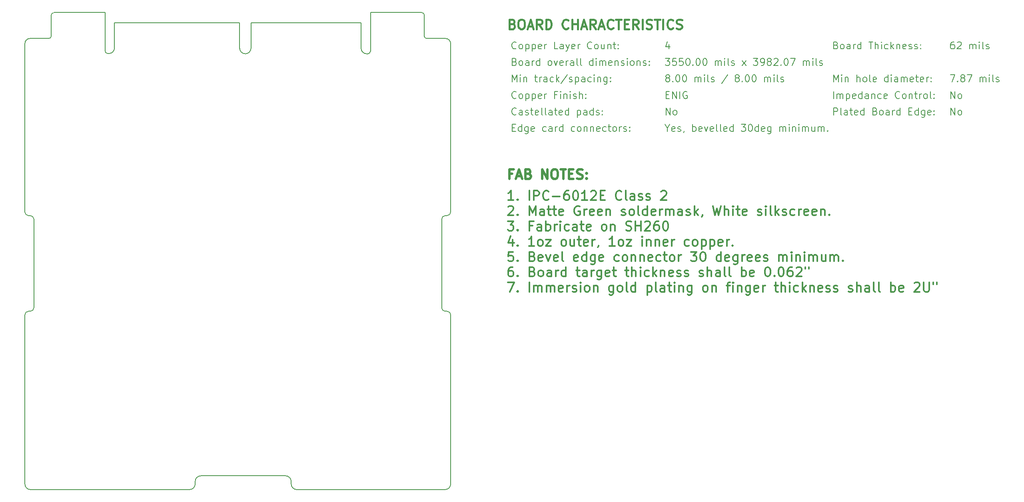
<source format=gbr>
G04 #@! TF.GenerationSoftware,KiCad,Pcbnew,7.0.1*
G04 #@! TF.CreationDate,2023-06-22T14:27:13-04:00*
G04 #@! TF.ProjectId,payload-interface-board,7061796c-6f61-4642-9d69-6e7465726661,B*
G04 #@! TF.SameCoordinates,Original*
G04 #@! TF.FileFunction,Other,Comment*
%FSLAX46Y46*%
G04 Gerber Fmt 4.6, Leading zero omitted, Abs format (unit mm)*
G04 Created by KiCad (PCBNEW 7.0.1) date 2023-06-22 14:27:13*
%MOMM*%
%LPD*%
G01*
G04 APERTURE LIST*
%ADD10C,0.200000*%
%ADD11C,0.400000*%
%ADD12C,0.500000*%
%ADD13C,0.300000*%
G04 #@! TA.AperFunction,Profile*
%ADD14C,0.200000*%
G04 #@! TD*
G04 APERTURE END LIST*
D10*
X176559143Y-70929428D02*
X176559143Y-71929428D01*
X176202000Y-70358000D02*
X175844857Y-71429428D01*
X175844857Y-71429428D02*
X176773428Y-71429428D01*
X175916285Y-85929428D02*
X175916285Y-84429428D01*
X175916285Y-84429428D02*
X176773428Y-85929428D01*
X176773428Y-85929428D02*
X176773428Y-84429428D01*
X177702000Y-85929428D02*
X177559143Y-85858000D01*
X177559143Y-85858000D02*
X177487714Y-85786571D01*
X177487714Y-85786571D02*
X177416286Y-85643714D01*
X177416286Y-85643714D02*
X177416286Y-85215142D01*
X177416286Y-85215142D02*
X177487714Y-85072285D01*
X177487714Y-85072285D02*
X177559143Y-85000857D01*
X177559143Y-85000857D02*
X177702000Y-84929428D01*
X177702000Y-84929428D02*
X177916286Y-84929428D01*
X177916286Y-84929428D02*
X178059143Y-85000857D01*
X178059143Y-85000857D02*
X178130572Y-85072285D01*
X178130572Y-85072285D02*
X178202000Y-85215142D01*
X178202000Y-85215142D02*
X178202000Y-85643714D01*
X178202000Y-85643714D02*
X178130572Y-85786571D01*
X178130572Y-85786571D02*
X178059143Y-85858000D01*
X178059143Y-85858000D02*
X177916286Y-85929428D01*
X177916286Y-85929428D02*
X177702000Y-85929428D01*
X211401995Y-78929428D02*
X211401995Y-77429428D01*
X211401995Y-77429428D02*
X211901995Y-78500857D01*
X211901995Y-78500857D02*
X212401995Y-77429428D01*
X212401995Y-77429428D02*
X212401995Y-78929428D01*
X213116281Y-78929428D02*
X213116281Y-77929428D01*
X213116281Y-77429428D02*
X213044853Y-77500857D01*
X213044853Y-77500857D02*
X213116281Y-77572285D01*
X213116281Y-77572285D02*
X213187710Y-77500857D01*
X213187710Y-77500857D02*
X213116281Y-77429428D01*
X213116281Y-77429428D02*
X213116281Y-77572285D01*
X213830567Y-77929428D02*
X213830567Y-78929428D01*
X213830567Y-78072285D02*
X213901996Y-78000857D01*
X213901996Y-78000857D02*
X214044853Y-77929428D01*
X214044853Y-77929428D02*
X214259139Y-77929428D01*
X214259139Y-77929428D02*
X214401996Y-78000857D01*
X214401996Y-78000857D02*
X214473425Y-78143714D01*
X214473425Y-78143714D02*
X214473425Y-78929428D01*
X216330567Y-78929428D02*
X216330567Y-77429428D01*
X216973425Y-78929428D02*
X216973425Y-78143714D01*
X216973425Y-78143714D02*
X216901996Y-78000857D01*
X216901996Y-78000857D02*
X216759139Y-77929428D01*
X216759139Y-77929428D02*
X216544853Y-77929428D01*
X216544853Y-77929428D02*
X216401996Y-78000857D01*
X216401996Y-78000857D02*
X216330567Y-78072285D01*
X217901996Y-78929428D02*
X217759139Y-78858000D01*
X217759139Y-78858000D02*
X217687710Y-78786571D01*
X217687710Y-78786571D02*
X217616282Y-78643714D01*
X217616282Y-78643714D02*
X217616282Y-78215142D01*
X217616282Y-78215142D02*
X217687710Y-78072285D01*
X217687710Y-78072285D02*
X217759139Y-78000857D01*
X217759139Y-78000857D02*
X217901996Y-77929428D01*
X217901996Y-77929428D02*
X218116282Y-77929428D01*
X218116282Y-77929428D02*
X218259139Y-78000857D01*
X218259139Y-78000857D02*
X218330568Y-78072285D01*
X218330568Y-78072285D02*
X218401996Y-78215142D01*
X218401996Y-78215142D02*
X218401996Y-78643714D01*
X218401996Y-78643714D02*
X218330568Y-78786571D01*
X218330568Y-78786571D02*
X218259139Y-78858000D01*
X218259139Y-78858000D02*
X218116282Y-78929428D01*
X218116282Y-78929428D02*
X217901996Y-78929428D01*
X219259139Y-78929428D02*
X219116282Y-78858000D01*
X219116282Y-78858000D02*
X219044853Y-78715142D01*
X219044853Y-78715142D02*
X219044853Y-77429428D01*
X220401996Y-78858000D02*
X220259139Y-78929428D01*
X220259139Y-78929428D02*
X219973425Y-78929428D01*
X219973425Y-78929428D02*
X219830567Y-78858000D01*
X219830567Y-78858000D02*
X219759139Y-78715142D01*
X219759139Y-78715142D02*
X219759139Y-78143714D01*
X219759139Y-78143714D02*
X219830567Y-78000857D01*
X219830567Y-78000857D02*
X219973425Y-77929428D01*
X219973425Y-77929428D02*
X220259139Y-77929428D01*
X220259139Y-77929428D02*
X220401996Y-78000857D01*
X220401996Y-78000857D02*
X220473425Y-78143714D01*
X220473425Y-78143714D02*
X220473425Y-78286571D01*
X220473425Y-78286571D02*
X219759139Y-78429428D01*
X222901996Y-78929428D02*
X222901996Y-77429428D01*
X222901996Y-78858000D02*
X222759138Y-78929428D01*
X222759138Y-78929428D02*
X222473424Y-78929428D01*
X222473424Y-78929428D02*
X222330567Y-78858000D01*
X222330567Y-78858000D02*
X222259138Y-78786571D01*
X222259138Y-78786571D02*
X222187710Y-78643714D01*
X222187710Y-78643714D02*
X222187710Y-78215142D01*
X222187710Y-78215142D02*
X222259138Y-78072285D01*
X222259138Y-78072285D02*
X222330567Y-78000857D01*
X222330567Y-78000857D02*
X222473424Y-77929428D01*
X222473424Y-77929428D02*
X222759138Y-77929428D01*
X222759138Y-77929428D02*
X222901996Y-78000857D01*
X223616281Y-78929428D02*
X223616281Y-77929428D01*
X223616281Y-77429428D02*
X223544853Y-77500857D01*
X223544853Y-77500857D02*
X223616281Y-77572285D01*
X223616281Y-77572285D02*
X223687710Y-77500857D01*
X223687710Y-77500857D02*
X223616281Y-77429428D01*
X223616281Y-77429428D02*
X223616281Y-77572285D01*
X224973425Y-78929428D02*
X224973425Y-78143714D01*
X224973425Y-78143714D02*
X224901996Y-78000857D01*
X224901996Y-78000857D02*
X224759139Y-77929428D01*
X224759139Y-77929428D02*
X224473425Y-77929428D01*
X224473425Y-77929428D02*
X224330567Y-78000857D01*
X224973425Y-78858000D02*
X224830567Y-78929428D01*
X224830567Y-78929428D02*
X224473425Y-78929428D01*
X224473425Y-78929428D02*
X224330567Y-78858000D01*
X224330567Y-78858000D02*
X224259139Y-78715142D01*
X224259139Y-78715142D02*
X224259139Y-78572285D01*
X224259139Y-78572285D02*
X224330567Y-78429428D01*
X224330567Y-78429428D02*
X224473425Y-78358000D01*
X224473425Y-78358000D02*
X224830567Y-78358000D01*
X224830567Y-78358000D02*
X224973425Y-78286571D01*
X225687710Y-78929428D02*
X225687710Y-77929428D01*
X225687710Y-78072285D02*
X225759139Y-78000857D01*
X225759139Y-78000857D02*
X225901996Y-77929428D01*
X225901996Y-77929428D02*
X226116282Y-77929428D01*
X226116282Y-77929428D02*
X226259139Y-78000857D01*
X226259139Y-78000857D02*
X226330568Y-78143714D01*
X226330568Y-78143714D02*
X226330568Y-78929428D01*
X226330568Y-78143714D02*
X226401996Y-78000857D01*
X226401996Y-78000857D02*
X226544853Y-77929428D01*
X226544853Y-77929428D02*
X226759139Y-77929428D01*
X226759139Y-77929428D02*
X226901996Y-78000857D01*
X226901996Y-78000857D02*
X226973425Y-78143714D01*
X226973425Y-78143714D02*
X226973425Y-78929428D01*
X228259139Y-78858000D02*
X228116282Y-78929428D01*
X228116282Y-78929428D02*
X227830568Y-78929428D01*
X227830568Y-78929428D02*
X227687710Y-78858000D01*
X227687710Y-78858000D02*
X227616282Y-78715142D01*
X227616282Y-78715142D02*
X227616282Y-78143714D01*
X227616282Y-78143714D02*
X227687710Y-78000857D01*
X227687710Y-78000857D02*
X227830568Y-77929428D01*
X227830568Y-77929428D02*
X228116282Y-77929428D01*
X228116282Y-77929428D02*
X228259139Y-78000857D01*
X228259139Y-78000857D02*
X228330568Y-78143714D01*
X228330568Y-78143714D02*
X228330568Y-78286571D01*
X228330568Y-78286571D02*
X227616282Y-78429428D01*
X228759139Y-77929428D02*
X229330567Y-77929428D01*
X228973424Y-77429428D02*
X228973424Y-78715142D01*
X228973424Y-78715142D02*
X229044853Y-78858000D01*
X229044853Y-78858000D02*
X229187710Y-78929428D01*
X229187710Y-78929428D02*
X229330567Y-78929428D01*
X230401996Y-78858000D02*
X230259139Y-78929428D01*
X230259139Y-78929428D02*
X229973425Y-78929428D01*
X229973425Y-78929428D02*
X229830567Y-78858000D01*
X229830567Y-78858000D02*
X229759139Y-78715142D01*
X229759139Y-78715142D02*
X229759139Y-78143714D01*
X229759139Y-78143714D02*
X229830567Y-78000857D01*
X229830567Y-78000857D02*
X229973425Y-77929428D01*
X229973425Y-77929428D02*
X230259139Y-77929428D01*
X230259139Y-77929428D02*
X230401996Y-78000857D01*
X230401996Y-78000857D02*
X230473425Y-78143714D01*
X230473425Y-78143714D02*
X230473425Y-78286571D01*
X230473425Y-78286571D02*
X229759139Y-78429428D01*
X231116281Y-78929428D02*
X231116281Y-77929428D01*
X231116281Y-78215142D02*
X231187710Y-78072285D01*
X231187710Y-78072285D02*
X231259139Y-78000857D01*
X231259139Y-78000857D02*
X231401996Y-77929428D01*
X231401996Y-77929428D02*
X231544853Y-77929428D01*
X232044852Y-78786571D02*
X232116281Y-78858000D01*
X232116281Y-78858000D02*
X232044852Y-78929428D01*
X232044852Y-78929428D02*
X231973424Y-78858000D01*
X231973424Y-78858000D02*
X232044852Y-78786571D01*
X232044852Y-78786571D02*
X232044852Y-78929428D01*
X232044852Y-78000857D02*
X232116281Y-78072285D01*
X232116281Y-78072285D02*
X232044852Y-78143714D01*
X232044852Y-78143714D02*
X231973424Y-78072285D01*
X231973424Y-78072285D02*
X232044852Y-78000857D01*
X232044852Y-78000857D02*
X232044852Y-78143714D01*
X211901995Y-71143714D02*
X212116281Y-71215142D01*
X212116281Y-71215142D02*
X212187710Y-71286571D01*
X212187710Y-71286571D02*
X212259138Y-71429428D01*
X212259138Y-71429428D02*
X212259138Y-71643714D01*
X212259138Y-71643714D02*
X212187710Y-71786571D01*
X212187710Y-71786571D02*
X212116281Y-71858000D01*
X212116281Y-71858000D02*
X211973424Y-71929428D01*
X211973424Y-71929428D02*
X211401995Y-71929428D01*
X211401995Y-71929428D02*
X211401995Y-70429428D01*
X211401995Y-70429428D02*
X211901995Y-70429428D01*
X211901995Y-70429428D02*
X212044853Y-70500857D01*
X212044853Y-70500857D02*
X212116281Y-70572285D01*
X212116281Y-70572285D02*
X212187710Y-70715142D01*
X212187710Y-70715142D02*
X212187710Y-70858000D01*
X212187710Y-70858000D02*
X212116281Y-71000857D01*
X212116281Y-71000857D02*
X212044853Y-71072285D01*
X212044853Y-71072285D02*
X211901995Y-71143714D01*
X211901995Y-71143714D02*
X211401995Y-71143714D01*
X213116281Y-71929428D02*
X212973424Y-71858000D01*
X212973424Y-71858000D02*
X212901995Y-71786571D01*
X212901995Y-71786571D02*
X212830567Y-71643714D01*
X212830567Y-71643714D02*
X212830567Y-71215142D01*
X212830567Y-71215142D02*
X212901995Y-71072285D01*
X212901995Y-71072285D02*
X212973424Y-71000857D01*
X212973424Y-71000857D02*
X213116281Y-70929428D01*
X213116281Y-70929428D02*
X213330567Y-70929428D01*
X213330567Y-70929428D02*
X213473424Y-71000857D01*
X213473424Y-71000857D02*
X213544853Y-71072285D01*
X213544853Y-71072285D02*
X213616281Y-71215142D01*
X213616281Y-71215142D02*
X213616281Y-71643714D01*
X213616281Y-71643714D02*
X213544853Y-71786571D01*
X213544853Y-71786571D02*
X213473424Y-71858000D01*
X213473424Y-71858000D02*
X213330567Y-71929428D01*
X213330567Y-71929428D02*
X213116281Y-71929428D01*
X214901996Y-71929428D02*
X214901996Y-71143714D01*
X214901996Y-71143714D02*
X214830567Y-71000857D01*
X214830567Y-71000857D02*
X214687710Y-70929428D01*
X214687710Y-70929428D02*
X214401996Y-70929428D01*
X214401996Y-70929428D02*
X214259138Y-71000857D01*
X214901996Y-71858000D02*
X214759138Y-71929428D01*
X214759138Y-71929428D02*
X214401996Y-71929428D01*
X214401996Y-71929428D02*
X214259138Y-71858000D01*
X214259138Y-71858000D02*
X214187710Y-71715142D01*
X214187710Y-71715142D02*
X214187710Y-71572285D01*
X214187710Y-71572285D02*
X214259138Y-71429428D01*
X214259138Y-71429428D02*
X214401996Y-71358000D01*
X214401996Y-71358000D02*
X214759138Y-71358000D01*
X214759138Y-71358000D02*
X214901996Y-71286571D01*
X215616281Y-71929428D02*
X215616281Y-70929428D01*
X215616281Y-71215142D02*
X215687710Y-71072285D01*
X215687710Y-71072285D02*
X215759139Y-71000857D01*
X215759139Y-71000857D02*
X215901996Y-70929428D01*
X215901996Y-70929428D02*
X216044853Y-70929428D01*
X217187710Y-71929428D02*
X217187710Y-70429428D01*
X217187710Y-71858000D02*
X217044852Y-71929428D01*
X217044852Y-71929428D02*
X216759138Y-71929428D01*
X216759138Y-71929428D02*
X216616281Y-71858000D01*
X216616281Y-71858000D02*
X216544852Y-71786571D01*
X216544852Y-71786571D02*
X216473424Y-71643714D01*
X216473424Y-71643714D02*
X216473424Y-71215142D01*
X216473424Y-71215142D02*
X216544852Y-71072285D01*
X216544852Y-71072285D02*
X216616281Y-71000857D01*
X216616281Y-71000857D02*
X216759138Y-70929428D01*
X216759138Y-70929428D02*
X217044852Y-70929428D01*
X217044852Y-70929428D02*
X217187710Y-71000857D01*
X218830567Y-70429428D02*
X219687710Y-70429428D01*
X219259138Y-71929428D02*
X219259138Y-70429428D01*
X220187709Y-71929428D02*
X220187709Y-70429428D01*
X220830567Y-71929428D02*
X220830567Y-71143714D01*
X220830567Y-71143714D02*
X220759138Y-71000857D01*
X220759138Y-71000857D02*
X220616281Y-70929428D01*
X220616281Y-70929428D02*
X220401995Y-70929428D01*
X220401995Y-70929428D02*
X220259138Y-71000857D01*
X220259138Y-71000857D02*
X220187709Y-71072285D01*
X221544852Y-71929428D02*
X221544852Y-70929428D01*
X221544852Y-70429428D02*
X221473424Y-70500857D01*
X221473424Y-70500857D02*
X221544852Y-70572285D01*
X221544852Y-70572285D02*
X221616281Y-70500857D01*
X221616281Y-70500857D02*
X221544852Y-70429428D01*
X221544852Y-70429428D02*
X221544852Y-70572285D01*
X222901996Y-71858000D02*
X222759138Y-71929428D01*
X222759138Y-71929428D02*
X222473424Y-71929428D01*
X222473424Y-71929428D02*
X222330567Y-71858000D01*
X222330567Y-71858000D02*
X222259138Y-71786571D01*
X222259138Y-71786571D02*
X222187710Y-71643714D01*
X222187710Y-71643714D02*
X222187710Y-71215142D01*
X222187710Y-71215142D02*
X222259138Y-71072285D01*
X222259138Y-71072285D02*
X222330567Y-71000857D01*
X222330567Y-71000857D02*
X222473424Y-70929428D01*
X222473424Y-70929428D02*
X222759138Y-70929428D01*
X222759138Y-70929428D02*
X222901996Y-71000857D01*
X223544852Y-71929428D02*
X223544852Y-70429428D01*
X223687710Y-71358000D02*
X224116281Y-71929428D01*
X224116281Y-70929428D02*
X223544852Y-71500857D01*
X224759138Y-70929428D02*
X224759138Y-71929428D01*
X224759138Y-71072285D02*
X224830567Y-71000857D01*
X224830567Y-71000857D02*
X224973424Y-70929428D01*
X224973424Y-70929428D02*
X225187710Y-70929428D01*
X225187710Y-70929428D02*
X225330567Y-71000857D01*
X225330567Y-71000857D02*
X225401996Y-71143714D01*
X225401996Y-71143714D02*
X225401996Y-71929428D01*
X226687710Y-71858000D02*
X226544853Y-71929428D01*
X226544853Y-71929428D02*
X226259139Y-71929428D01*
X226259139Y-71929428D02*
X226116281Y-71858000D01*
X226116281Y-71858000D02*
X226044853Y-71715142D01*
X226044853Y-71715142D02*
X226044853Y-71143714D01*
X226044853Y-71143714D02*
X226116281Y-71000857D01*
X226116281Y-71000857D02*
X226259139Y-70929428D01*
X226259139Y-70929428D02*
X226544853Y-70929428D01*
X226544853Y-70929428D02*
X226687710Y-71000857D01*
X226687710Y-71000857D02*
X226759139Y-71143714D01*
X226759139Y-71143714D02*
X226759139Y-71286571D01*
X226759139Y-71286571D02*
X226044853Y-71429428D01*
X227330567Y-71858000D02*
X227473424Y-71929428D01*
X227473424Y-71929428D02*
X227759138Y-71929428D01*
X227759138Y-71929428D02*
X227901995Y-71858000D01*
X227901995Y-71858000D02*
X227973424Y-71715142D01*
X227973424Y-71715142D02*
X227973424Y-71643714D01*
X227973424Y-71643714D02*
X227901995Y-71500857D01*
X227901995Y-71500857D02*
X227759138Y-71429428D01*
X227759138Y-71429428D02*
X227544853Y-71429428D01*
X227544853Y-71429428D02*
X227401995Y-71358000D01*
X227401995Y-71358000D02*
X227330567Y-71215142D01*
X227330567Y-71215142D02*
X227330567Y-71143714D01*
X227330567Y-71143714D02*
X227401995Y-71000857D01*
X227401995Y-71000857D02*
X227544853Y-70929428D01*
X227544853Y-70929428D02*
X227759138Y-70929428D01*
X227759138Y-70929428D02*
X227901995Y-71000857D01*
X228544853Y-71858000D02*
X228687710Y-71929428D01*
X228687710Y-71929428D02*
X228973424Y-71929428D01*
X228973424Y-71929428D02*
X229116281Y-71858000D01*
X229116281Y-71858000D02*
X229187710Y-71715142D01*
X229187710Y-71715142D02*
X229187710Y-71643714D01*
X229187710Y-71643714D02*
X229116281Y-71500857D01*
X229116281Y-71500857D02*
X228973424Y-71429428D01*
X228973424Y-71429428D02*
X228759139Y-71429428D01*
X228759139Y-71429428D02*
X228616281Y-71358000D01*
X228616281Y-71358000D02*
X228544853Y-71215142D01*
X228544853Y-71215142D02*
X228544853Y-71143714D01*
X228544853Y-71143714D02*
X228616281Y-71000857D01*
X228616281Y-71000857D02*
X228759139Y-70929428D01*
X228759139Y-70929428D02*
X228973424Y-70929428D01*
X228973424Y-70929428D02*
X229116281Y-71000857D01*
X229830567Y-71786571D02*
X229901996Y-71858000D01*
X229901996Y-71858000D02*
X229830567Y-71929428D01*
X229830567Y-71929428D02*
X229759139Y-71858000D01*
X229759139Y-71858000D02*
X229830567Y-71786571D01*
X229830567Y-71786571D02*
X229830567Y-71929428D01*
X229830567Y-71000857D02*
X229901996Y-71072285D01*
X229901996Y-71072285D02*
X229830567Y-71143714D01*
X229830567Y-71143714D02*
X229759139Y-71072285D01*
X229759139Y-71072285D02*
X229830567Y-71000857D01*
X229830567Y-71000857D02*
X229830567Y-71143714D01*
D11*
X143394857Y-66655619D02*
X143680571Y-66750857D01*
X143680571Y-66750857D02*
X143775809Y-66846095D01*
X143775809Y-66846095D02*
X143871047Y-67036571D01*
X143871047Y-67036571D02*
X143871047Y-67322285D01*
X143871047Y-67322285D02*
X143775809Y-67512761D01*
X143775809Y-67512761D02*
X143680571Y-67608000D01*
X143680571Y-67608000D02*
X143490095Y-67703238D01*
X143490095Y-67703238D02*
X142728190Y-67703238D01*
X142728190Y-67703238D02*
X142728190Y-65703238D01*
X142728190Y-65703238D02*
X143394857Y-65703238D01*
X143394857Y-65703238D02*
X143585333Y-65798476D01*
X143585333Y-65798476D02*
X143680571Y-65893714D01*
X143680571Y-65893714D02*
X143775809Y-66084190D01*
X143775809Y-66084190D02*
X143775809Y-66274666D01*
X143775809Y-66274666D02*
X143680571Y-66465142D01*
X143680571Y-66465142D02*
X143585333Y-66560380D01*
X143585333Y-66560380D02*
X143394857Y-66655619D01*
X143394857Y-66655619D02*
X142728190Y-66655619D01*
X145109142Y-65703238D02*
X145490095Y-65703238D01*
X145490095Y-65703238D02*
X145680571Y-65798476D01*
X145680571Y-65798476D02*
X145871047Y-65988952D01*
X145871047Y-65988952D02*
X145966285Y-66369904D01*
X145966285Y-66369904D02*
X145966285Y-67036571D01*
X145966285Y-67036571D02*
X145871047Y-67417523D01*
X145871047Y-67417523D02*
X145680571Y-67608000D01*
X145680571Y-67608000D02*
X145490095Y-67703238D01*
X145490095Y-67703238D02*
X145109142Y-67703238D01*
X145109142Y-67703238D02*
X144918666Y-67608000D01*
X144918666Y-67608000D02*
X144728190Y-67417523D01*
X144728190Y-67417523D02*
X144632952Y-67036571D01*
X144632952Y-67036571D02*
X144632952Y-66369904D01*
X144632952Y-66369904D02*
X144728190Y-65988952D01*
X144728190Y-65988952D02*
X144918666Y-65798476D01*
X144918666Y-65798476D02*
X145109142Y-65703238D01*
X146728190Y-67131809D02*
X147680571Y-67131809D01*
X146537714Y-67703238D02*
X147204380Y-65703238D01*
X147204380Y-65703238D02*
X147871047Y-67703238D01*
X149680571Y-67703238D02*
X149013904Y-66750857D01*
X148537714Y-67703238D02*
X148537714Y-65703238D01*
X148537714Y-65703238D02*
X149299619Y-65703238D01*
X149299619Y-65703238D02*
X149490095Y-65798476D01*
X149490095Y-65798476D02*
X149585333Y-65893714D01*
X149585333Y-65893714D02*
X149680571Y-66084190D01*
X149680571Y-66084190D02*
X149680571Y-66369904D01*
X149680571Y-66369904D02*
X149585333Y-66560380D01*
X149585333Y-66560380D02*
X149490095Y-66655619D01*
X149490095Y-66655619D02*
X149299619Y-66750857D01*
X149299619Y-66750857D02*
X148537714Y-66750857D01*
X150537714Y-67703238D02*
X150537714Y-65703238D01*
X150537714Y-65703238D02*
X151013904Y-65703238D01*
X151013904Y-65703238D02*
X151299619Y-65798476D01*
X151299619Y-65798476D02*
X151490095Y-65988952D01*
X151490095Y-65988952D02*
X151585333Y-66179428D01*
X151585333Y-66179428D02*
X151680571Y-66560380D01*
X151680571Y-66560380D02*
X151680571Y-66846095D01*
X151680571Y-66846095D02*
X151585333Y-67227047D01*
X151585333Y-67227047D02*
X151490095Y-67417523D01*
X151490095Y-67417523D02*
X151299619Y-67608000D01*
X151299619Y-67608000D02*
X151013904Y-67703238D01*
X151013904Y-67703238D02*
X150537714Y-67703238D01*
X155204381Y-67512761D02*
X155109143Y-67608000D01*
X155109143Y-67608000D02*
X154823429Y-67703238D01*
X154823429Y-67703238D02*
X154632953Y-67703238D01*
X154632953Y-67703238D02*
X154347238Y-67608000D01*
X154347238Y-67608000D02*
X154156762Y-67417523D01*
X154156762Y-67417523D02*
X154061524Y-67227047D01*
X154061524Y-67227047D02*
X153966286Y-66846095D01*
X153966286Y-66846095D02*
X153966286Y-66560380D01*
X153966286Y-66560380D02*
X154061524Y-66179428D01*
X154061524Y-66179428D02*
X154156762Y-65988952D01*
X154156762Y-65988952D02*
X154347238Y-65798476D01*
X154347238Y-65798476D02*
X154632953Y-65703238D01*
X154632953Y-65703238D02*
X154823429Y-65703238D01*
X154823429Y-65703238D02*
X155109143Y-65798476D01*
X155109143Y-65798476D02*
X155204381Y-65893714D01*
X156061524Y-67703238D02*
X156061524Y-65703238D01*
X156061524Y-66655619D02*
X157204381Y-66655619D01*
X157204381Y-67703238D02*
X157204381Y-65703238D01*
X158061524Y-67131809D02*
X159013905Y-67131809D01*
X157871048Y-67703238D02*
X158537714Y-65703238D01*
X158537714Y-65703238D02*
X159204381Y-67703238D01*
X161013905Y-67703238D02*
X160347238Y-66750857D01*
X159871048Y-67703238D02*
X159871048Y-65703238D01*
X159871048Y-65703238D02*
X160632953Y-65703238D01*
X160632953Y-65703238D02*
X160823429Y-65798476D01*
X160823429Y-65798476D02*
X160918667Y-65893714D01*
X160918667Y-65893714D02*
X161013905Y-66084190D01*
X161013905Y-66084190D02*
X161013905Y-66369904D01*
X161013905Y-66369904D02*
X160918667Y-66560380D01*
X160918667Y-66560380D02*
X160823429Y-66655619D01*
X160823429Y-66655619D02*
X160632953Y-66750857D01*
X160632953Y-66750857D02*
X159871048Y-66750857D01*
X161775810Y-67131809D02*
X162728191Y-67131809D01*
X161585334Y-67703238D02*
X162252000Y-65703238D01*
X162252000Y-65703238D02*
X162918667Y-67703238D01*
X164728191Y-67512761D02*
X164632953Y-67608000D01*
X164632953Y-67608000D02*
X164347239Y-67703238D01*
X164347239Y-67703238D02*
X164156763Y-67703238D01*
X164156763Y-67703238D02*
X163871048Y-67608000D01*
X163871048Y-67608000D02*
X163680572Y-67417523D01*
X163680572Y-67417523D02*
X163585334Y-67227047D01*
X163585334Y-67227047D02*
X163490096Y-66846095D01*
X163490096Y-66846095D02*
X163490096Y-66560380D01*
X163490096Y-66560380D02*
X163585334Y-66179428D01*
X163585334Y-66179428D02*
X163680572Y-65988952D01*
X163680572Y-65988952D02*
X163871048Y-65798476D01*
X163871048Y-65798476D02*
X164156763Y-65703238D01*
X164156763Y-65703238D02*
X164347239Y-65703238D01*
X164347239Y-65703238D02*
X164632953Y-65798476D01*
X164632953Y-65798476D02*
X164728191Y-65893714D01*
X165299620Y-65703238D02*
X166442477Y-65703238D01*
X165871048Y-67703238D02*
X165871048Y-65703238D01*
X167109144Y-66655619D02*
X167775811Y-66655619D01*
X168061525Y-67703238D02*
X167109144Y-67703238D01*
X167109144Y-67703238D02*
X167109144Y-65703238D01*
X167109144Y-65703238D02*
X168061525Y-65703238D01*
X170061525Y-67703238D02*
X169394858Y-66750857D01*
X168918668Y-67703238D02*
X168918668Y-65703238D01*
X168918668Y-65703238D02*
X169680573Y-65703238D01*
X169680573Y-65703238D02*
X169871049Y-65798476D01*
X169871049Y-65798476D02*
X169966287Y-65893714D01*
X169966287Y-65893714D02*
X170061525Y-66084190D01*
X170061525Y-66084190D02*
X170061525Y-66369904D01*
X170061525Y-66369904D02*
X169966287Y-66560380D01*
X169966287Y-66560380D02*
X169871049Y-66655619D01*
X169871049Y-66655619D02*
X169680573Y-66750857D01*
X169680573Y-66750857D02*
X168918668Y-66750857D01*
X170918668Y-67703238D02*
X170918668Y-65703238D01*
X171775811Y-67608000D02*
X172061525Y-67703238D01*
X172061525Y-67703238D02*
X172537716Y-67703238D01*
X172537716Y-67703238D02*
X172728192Y-67608000D01*
X172728192Y-67608000D02*
X172823430Y-67512761D01*
X172823430Y-67512761D02*
X172918668Y-67322285D01*
X172918668Y-67322285D02*
X172918668Y-67131809D01*
X172918668Y-67131809D02*
X172823430Y-66941333D01*
X172823430Y-66941333D02*
X172728192Y-66846095D01*
X172728192Y-66846095D02*
X172537716Y-66750857D01*
X172537716Y-66750857D02*
X172156763Y-66655619D01*
X172156763Y-66655619D02*
X171966287Y-66560380D01*
X171966287Y-66560380D02*
X171871049Y-66465142D01*
X171871049Y-66465142D02*
X171775811Y-66274666D01*
X171775811Y-66274666D02*
X171775811Y-66084190D01*
X171775811Y-66084190D02*
X171871049Y-65893714D01*
X171871049Y-65893714D02*
X171966287Y-65798476D01*
X171966287Y-65798476D02*
X172156763Y-65703238D01*
X172156763Y-65703238D02*
X172632954Y-65703238D01*
X172632954Y-65703238D02*
X172918668Y-65798476D01*
X173490097Y-65703238D02*
X174632954Y-65703238D01*
X174061525Y-67703238D02*
X174061525Y-65703238D01*
X175299621Y-67703238D02*
X175299621Y-65703238D01*
X177394859Y-67512761D02*
X177299621Y-67608000D01*
X177299621Y-67608000D02*
X177013907Y-67703238D01*
X177013907Y-67703238D02*
X176823431Y-67703238D01*
X176823431Y-67703238D02*
X176537716Y-67608000D01*
X176537716Y-67608000D02*
X176347240Y-67417523D01*
X176347240Y-67417523D02*
X176252002Y-67227047D01*
X176252002Y-67227047D02*
X176156764Y-66846095D01*
X176156764Y-66846095D02*
X176156764Y-66560380D01*
X176156764Y-66560380D02*
X176252002Y-66179428D01*
X176252002Y-66179428D02*
X176347240Y-65988952D01*
X176347240Y-65988952D02*
X176537716Y-65798476D01*
X176537716Y-65798476D02*
X176823431Y-65703238D01*
X176823431Y-65703238D02*
X177013907Y-65703238D01*
X177013907Y-65703238D02*
X177299621Y-65798476D01*
X177299621Y-65798476D02*
X177394859Y-65893714D01*
X178156764Y-67608000D02*
X178442478Y-67703238D01*
X178442478Y-67703238D02*
X178918669Y-67703238D01*
X178918669Y-67703238D02*
X179109145Y-67608000D01*
X179109145Y-67608000D02*
X179204383Y-67512761D01*
X179204383Y-67512761D02*
X179299621Y-67322285D01*
X179299621Y-67322285D02*
X179299621Y-67131809D01*
X179299621Y-67131809D02*
X179204383Y-66941333D01*
X179204383Y-66941333D02*
X179109145Y-66846095D01*
X179109145Y-66846095D02*
X178918669Y-66750857D01*
X178918669Y-66750857D02*
X178537716Y-66655619D01*
X178537716Y-66655619D02*
X178347240Y-66560380D01*
X178347240Y-66560380D02*
X178252002Y-66465142D01*
X178252002Y-66465142D02*
X178156764Y-66274666D01*
X178156764Y-66274666D02*
X178156764Y-66084190D01*
X178156764Y-66084190D02*
X178252002Y-65893714D01*
X178252002Y-65893714D02*
X178347240Y-65798476D01*
X178347240Y-65798476D02*
X178537716Y-65703238D01*
X178537716Y-65703238D02*
X179013907Y-65703238D01*
X179013907Y-65703238D02*
X179299621Y-65798476D01*
D10*
X211401995Y-82429428D02*
X211401995Y-80929428D01*
X212116281Y-82429428D02*
X212116281Y-81429428D01*
X212116281Y-81572285D02*
X212187710Y-81500857D01*
X212187710Y-81500857D02*
X212330567Y-81429428D01*
X212330567Y-81429428D02*
X212544853Y-81429428D01*
X212544853Y-81429428D02*
X212687710Y-81500857D01*
X212687710Y-81500857D02*
X212759139Y-81643714D01*
X212759139Y-81643714D02*
X212759139Y-82429428D01*
X212759139Y-81643714D02*
X212830567Y-81500857D01*
X212830567Y-81500857D02*
X212973424Y-81429428D01*
X212973424Y-81429428D02*
X213187710Y-81429428D01*
X213187710Y-81429428D02*
X213330567Y-81500857D01*
X213330567Y-81500857D02*
X213401996Y-81643714D01*
X213401996Y-81643714D02*
X213401996Y-82429428D01*
X214116281Y-81429428D02*
X214116281Y-82929428D01*
X214116281Y-81500857D02*
X214259139Y-81429428D01*
X214259139Y-81429428D02*
X214544853Y-81429428D01*
X214544853Y-81429428D02*
X214687710Y-81500857D01*
X214687710Y-81500857D02*
X214759139Y-81572285D01*
X214759139Y-81572285D02*
X214830567Y-81715142D01*
X214830567Y-81715142D02*
X214830567Y-82143714D01*
X214830567Y-82143714D02*
X214759139Y-82286571D01*
X214759139Y-82286571D02*
X214687710Y-82358000D01*
X214687710Y-82358000D02*
X214544853Y-82429428D01*
X214544853Y-82429428D02*
X214259139Y-82429428D01*
X214259139Y-82429428D02*
X214116281Y-82358000D01*
X216044853Y-82358000D02*
X215901996Y-82429428D01*
X215901996Y-82429428D02*
X215616282Y-82429428D01*
X215616282Y-82429428D02*
X215473424Y-82358000D01*
X215473424Y-82358000D02*
X215401996Y-82215142D01*
X215401996Y-82215142D02*
X215401996Y-81643714D01*
X215401996Y-81643714D02*
X215473424Y-81500857D01*
X215473424Y-81500857D02*
X215616282Y-81429428D01*
X215616282Y-81429428D02*
X215901996Y-81429428D01*
X215901996Y-81429428D02*
X216044853Y-81500857D01*
X216044853Y-81500857D02*
X216116282Y-81643714D01*
X216116282Y-81643714D02*
X216116282Y-81786571D01*
X216116282Y-81786571D02*
X215401996Y-81929428D01*
X217401996Y-82429428D02*
X217401996Y-80929428D01*
X217401996Y-82358000D02*
X217259138Y-82429428D01*
X217259138Y-82429428D02*
X216973424Y-82429428D01*
X216973424Y-82429428D02*
X216830567Y-82358000D01*
X216830567Y-82358000D02*
X216759138Y-82286571D01*
X216759138Y-82286571D02*
X216687710Y-82143714D01*
X216687710Y-82143714D02*
X216687710Y-81715142D01*
X216687710Y-81715142D02*
X216759138Y-81572285D01*
X216759138Y-81572285D02*
X216830567Y-81500857D01*
X216830567Y-81500857D02*
X216973424Y-81429428D01*
X216973424Y-81429428D02*
X217259138Y-81429428D01*
X217259138Y-81429428D02*
X217401996Y-81500857D01*
X218759139Y-82429428D02*
X218759139Y-81643714D01*
X218759139Y-81643714D02*
X218687710Y-81500857D01*
X218687710Y-81500857D02*
X218544853Y-81429428D01*
X218544853Y-81429428D02*
X218259139Y-81429428D01*
X218259139Y-81429428D02*
X218116281Y-81500857D01*
X218759139Y-82358000D02*
X218616281Y-82429428D01*
X218616281Y-82429428D02*
X218259139Y-82429428D01*
X218259139Y-82429428D02*
X218116281Y-82358000D01*
X218116281Y-82358000D02*
X218044853Y-82215142D01*
X218044853Y-82215142D02*
X218044853Y-82072285D01*
X218044853Y-82072285D02*
X218116281Y-81929428D01*
X218116281Y-81929428D02*
X218259139Y-81858000D01*
X218259139Y-81858000D02*
X218616281Y-81858000D01*
X218616281Y-81858000D02*
X218759139Y-81786571D01*
X219473424Y-81429428D02*
X219473424Y-82429428D01*
X219473424Y-81572285D02*
X219544853Y-81500857D01*
X219544853Y-81500857D02*
X219687710Y-81429428D01*
X219687710Y-81429428D02*
X219901996Y-81429428D01*
X219901996Y-81429428D02*
X220044853Y-81500857D01*
X220044853Y-81500857D02*
X220116282Y-81643714D01*
X220116282Y-81643714D02*
X220116282Y-82429428D01*
X221473425Y-82358000D02*
X221330567Y-82429428D01*
X221330567Y-82429428D02*
X221044853Y-82429428D01*
X221044853Y-82429428D02*
X220901996Y-82358000D01*
X220901996Y-82358000D02*
X220830567Y-82286571D01*
X220830567Y-82286571D02*
X220759139Y-82143714D01*
X220759139Y-82143714D02*
X220759139Y-81715142D01*
X220759139Y-81715142D02*
X220830567Y-81572285D01*
X220830567Y-81572285D02*
X220901996Y-81500857D01*
X220901996Y-81500857D02*
X221044853Y-81429428D01*
X221044853Y-81429428D02*
X221330567Y-81429428D01*
X221330567Y-81429428D02*
X221473425Y-81500857D01*
X222687710Y-82358000D02*
X222544853Y-82429428D01*
X222544853Y-82429428D02*
X222259139Y-82429428D01*
X222259139Y-82429428D02*
X222116281Y-82358000D01*
X222116281Y-82358000D02*
X222044853Y-82215142D01*
X222044853Y-82215142D02*
X222044853Y-81643714D01*
X222044853Y-81643714D02*
X222116281Y-81500857D01*
X222116281Y-81500857D02*
X222259139Y-81429428D01*
X222259139Y-81429428D02*
X222544853Y-81429428D01*
X222544853Y-81429428D02*
X222687710Y-81500857D01*
X222687710Y-81500857D02*
X222759139Y-81643714D01*
X222759139Y-81643714D02*
X222759139Y-81786571D01*
X222759139Y-81786571D02*
X222044853Y-81929428D01*
X225401995Y-82286571D02*
X225330567Y-82358000D01*
X225330567Y-82358000D02*
X225116281Y-82429428D01*
X225116281Y-82429428D02*
X224973424Y-82429428D01*
X224973424Y-82429428D02*
X224759138Y-82358000D01*
X224759138Y-82358000D02*
X224616281Y-82215142D01*
X224616281Y-82215142D02*
X224544852Y-82072285D01*
X224544852Y-82072285D02*
X224473424Y-81786571D01*
X224473424Y-81786571D02*
X224473424Y-81572285D01*
X224473424Y-81572285D02*
X224544852Y-81286571D01*
X224544852Y-81286571D02*
X224616281Y-81143714D01*
X224616281Y-81143714D02*
X224759138Y-81000857D01*
X224759138Y-81000857D02*
X224973424Y-80929428D01*
X224973424Y-80929428D02*
X225116281Y-80929428D01*
X225116281Y-80929428D02*
X225330567Y-81000857D01*
X225330567Y-81000857D02*
X225401995Y-81072285D01*
X226259138Y-82429428D02*
X226116281Y-82358000D01*
X226116281Y-82358000D02*
X226044852Y-82286571D01*
X226044852Y-82286571D02*
X225973424Y-82143714D01*
X225973424Y-82143714D02*
X225973424Y-81715142D01*
X225973424Y-81715142D02*
X226044852Y-81572285D01*
X226044852Y-81572285D02*
X226116281Y-81500857D01*
X226116281Y-81500857D02*
X226259138Y-81429428D01*
X226259138Y-81429428D02*
X226473424Y-81429428D01*
X226473424Y-81429428D02*
X226616281Y-81500857D01*
X226616281Y-81500857D02*
X226687710Y-81572285D01*
X226687710Y-81572285D02*
X226759138Y-81715142D01*
X226759138Y-81715142D02*
X226759138Y-82143714D01*
X226759138Y-82143714D02*
X226687710Y-82286571D01*
X226687710Y-82286571D02*
X226616281Y-82358000D01*
X226616281Y-82358000D02*
X226473424Y-82429428D01*
X226473424Y-82429428D02*
X226259138Y-82429428D01*
X227401995Y-81429428D02*
X227401995Y-82429428D01*
X227401995Y-81572285D02*
X227473424Y-81500857D01*
X227473424Y-81500857D02*
X227616281Y-81429428D01*
X227616281Y-81429428D02*
X227830567Y-81429428D01*
X227830567Y-81429428D02*
X227973424Y-81500857D01*
X227973424Y-81500857D02*
X228044853Y-81643714D01*
X228044853Y-81643714D02*
X228044853Y-82429428D01*
X228544853Y-81429428D02*
X229116281Y-81429428D01*
X228759138Y-80929428D02*
X228759138Y-82215142D01*
X228759138Y-82215142D02*
X228830567Y-82358000D01*
X228830567Y-82358000D02*
X228973424Y-82429428D01*
X228973424Y-82429428D02*
X229116281Y-82429428D01*
X229616281Y-82429428D02*
X229616281Y-81429428D01*
X229616281Y-81715142D02*
X229687710Y-81572285D01*
X229687710Y-81572285D02*
X229759139Y-81500857D01*
X229759139Y-81500857D02*
X229901996Y-81429428D01*
X229901996Y-81429428D02*
X230044853Y-81429428D01*
X230759138Y-82429428D02*
X230616281Y-82358000D01*
X230616281Y-82358000D02*
X230544852Y-82286571D01*
X230544852Y-82286571D02*
X230473424Y-82143714D01*
X230473424Y-82143714D02*
X230473424Y-81715142D01*
X230473424Y-81715142D02*
X230544852Y-81572285D01*
X230544852Y-81572285D02*
X230616281Y-81500857D01*
X230616281Y-81500857D02*
X230759138Y-81429428D01*
X230759138Y-81429428D02*
X230973424Y-81429428D01*
X230973424Y-81429428D02*
X231116281Y-81500857D01*
X231116281Y-81500857D02*
X231187710Y-81572285D01*
X231187710Y-81572285D02*
X231259138Y-81715142D01*
X231259138Y-81715142D02*
X231259138Y-82143714D01*
X231259138Y-82143714D02*
X231187710Y-82286571D01*
X231187710Y-82286571D02*
X231116281Y-82358000D01*
X231116281Y-82358000D02*
X230973424Y-82429428D01*
X230973424Y-82429428D02*
X230759138Y-82429428D01*
X232116281Y-82429428D02*
X231973424Y-82358000D01*
X231973424Y-82358000D02*
X231901995Y-82215142D01*
X231901995Y-82215142D02*
X231901995Y-80929428D01*
X232687709Y-82286571D02*
X232759138Y-82358000D01*
X232759138Y-82358000D02*
X232687709Y-82429428D01*
X232687709Y-82429428D02*
X232616281Y-82358000D01*
X232616281Y-82358000D02*
X232687709Y-82286571D01*
X232687709Y-82286571D02*
X232687709Y-82429428D01*
X232687709Y-81500857D02*
X232759138Y-81572285D01*
X232759138Y-81572285D02*
X232687709Y-81643714D01*
X232687709Y-81643714D02*
X232616281Y-81572285D01*
X232616281Y-81572285D02*
X232687709Y-81500857D01*
X232687709Y-81500857D02*
X232687709Y-81643714D01*
X211401995Y-85929428D02*
X211401995Y-84429428D01*
X211401995Y-84429428D02*
X211973424Y-84429428D01*
X211973424Y-84429428D02*
X212116281Y-84500857D01*
X212116281Y-84500857D02*
X212187710Y-84572285D01*
X212187710Y-84572285D02*
X212259138Y-84715142D01*
X212259138Y-84715142D02*
X212259138Y-84929428D01*
X212259138Y-84929428D02*
X212187710Y-85072285D01*
X212187710Y-85072285D02*
X212116281Y-85143714D01*
X212116281Y-85143714D02*
X211973424Y-85215142D01*
X211973424Y-85215142D02*
X211401995Y-85215142D01*
X213116281Y-85929428D02*
X212973424Y-85858000D01*
X212973424Y-85858000D02*
X212901995Y-85715142D01*
X212901995Y-85715142D02*
X212901995Y-84429428D01*
X214330567Y-85929428D02*
X214330567Y-85143714D01*
X214330567Y-85143714D02*
X214259138Y-85000857D01*
X214259138Y-85000857D02*
X214116281Y-84929428D01*
X214116281Y-84929428D02*
X213830567Y-84929428D01*
X213830567Y-84929428D02*
X213687709Y-85000857D01*
X214330567Y-85858000D02*
X214187709Y-85929428D01*
X214187709Y-85929428D02*
X213830567Y-85929428D01*
X213830567Y-85929428D02*
X213687709Y-85858000D01*
X213687709Y-85858000D02*
X213616281Y-85715142D01*
X213616281Y-85715142D02*
X213616281Y-85572285D01*
X213616281Y-85572285D02*
X213687709Y-85429428D01*
X213687709Y-85429428D02*
X213830567Y-85358000D01*
X213830567Y-85358000D02*
X214187709Y-85358000D01*
X214187709Y-85358000D02*
X214330567Y-85286571D01*
X214830567Y-84929428D02*
X215401995Y-84929428D01*
X215044852Y-84429428D02*
X215044852Y-85715142D01*
X215044852Y-85715142D02*
X215116281Y-85858000D01*
X215116281Y-85858000D02*
X215259138Y-85929428D01*
X215259138Y-85929428D02*
X215401995Y-85929428D01*
X216473424Y-85858000D02*
X216330567Y-85929428D01*
X216330567Y-85929428D02*
X216044853Y-85929428D01*
X216044853Y-85929428D02*
X215901995Y-85858000D01*
X215901995Y-85858000D02*
X215830567Y-85715142D01*
X215830567Y-85715142D02*
X215830567Y-85143714D01*
X215830567Y-85143714D02*
X215901995Y-85000857D01*
X215901995Y-85000857D02*
X216044853Y-84929428D01*
X216044853Y-84929428D02*
X216330567Y-84929428D01*
X216330567Y-84929428D02*
X216473424Y-85000857D01*
X216473424Y-85000857D02*
X216544853Y-85143714D01*
X216544853Y-85143714D02*
X216544853Y-85286571D01*
X216544853Y-85286571D02*
X215830567Y-85429428D01*
X217830567Y-85929428D02*
X217830567Y-84429428D01*
X217830567Y-85858000D02*
X217687709Y-85929428D01*
X217687709Y-85929428D02*
X217401995Y-85929428D01*
X217401995Y-85929428D02*
X217259138Y-85858000D01*
X217259138Y-85858000D02*
X217187709Y-85786571D01*
X217187709Y-85786571D02*
X217116281Y-85643714D01*
X217116281Y-85643714D02*
X217116281Y-85215142D01*
X217116281Y-85215142D02*
X217187709Y-85072285D01*
X217187709Y-85072285D02*
X217259138Y-85000857D01*
X217259138Y-85000857D02*
X217401995Y-84929428D01*
X217401995Y-84929428D02*
X217687709Y-84929428D01*
X217687709Y-84929428D02*
X217830567Y-85000857D01*
X220187709Y-85143714D02*
X220401995Y-85215142D01*
X220401995Y-85215142D02*
X220473424Y-85286571D01*
X220473424Y-85286571D02*
X220544852Y-85429428D01*
X220544852Y-85429428D02*
X220544852Y-85643714D01*
X220544852Y-85643714D02*
X220473424Y-85786571D01*
X220473424Y-85786571D02*
X220401995Y-85858000D01*
X220401995Y-85858000D02*
X220259138Y-85929428D01*
X220259138Y-85929428D02*
X219687709Y-85929428D01*
X219687709Y-85929428D02*
X219687709Y-84429428D01*
X219687709Y-84429428D02*
X220187709Y-84429428D01*
X220187709Y-84429428D02*
X220330567Y-84500857D01*
X220330567Y-84500857D02*
X220401995Y-84572285D01*
X220401995Y-84572285D02*
X220473424Y-84715142D01*
X220473424Y-84715142D02*
X220473424Y-84858000D01*
X220473424Y-84858000D02*
X220401995Y-85000857D01*
X220401995Y-85000857D02*
X220330567Y-85072285D01*
X220330567Y-85072285D02*
X220187709Y-85143714D01*
X220187709Y-85143714D02*
X219687709Y-85143714D01*
X221401995Y-85929428D02*
X221259138Y-85858000D01*
X221259138Y-85858000D02*
X221187709Y-85786571D01*
X221187709Y-85786571D02*
X221116281Y-85643714D01*
X221116281Y-85643714D02*
X221116281Y-85215142D01*
X221116281Y-85215142D02*
X221187709Y-85072285D01*
X221187709Y-85072285D02*
X221259138Y-85000857D01*
X221259138Y-85000857D02*
X221401995Y-84929428D01*
X221401995Y-84929428D02*
X221616281Y-84929428D01*
X221616281Y-84929428D02*
X221759138Y-85000857D01*
X221759138Y-85000857D02*
X221830567Y-85072285D01*
X221830567Y-85072285D02*
X221901995Y-85215142D01*
X221901995Y-85215142D02*
X221901995Y-85643714D01*
X221901995Y-85643714D02*
X221830567Y-85786571D01*
X221830567Y-85786571D02*
X221759138Y-85858000D01*
X221759138Y-85858000D02*
X221616281Y-85929428D01*
X221616281Y-85929428D02*
X221401995Y-85929428D01*
X223187710Y-85929428D02*
X223187710Y-85143714D01*
X223187710Y-85143714D02*
X223116281Y-85000857D01*
X223116281Y-85000857D02*
X222973424Y-84929428D01*
X222973424Y-84929428D02*
X222687710Y-84929428D01*
X222687710Y-84929428D02*
X222544852Y-85000857D01*
X223187710Y-85858000D02*
X223044852Y-85929428D01*
X223044852Y-85929428D02*
X222687710Y-85929428D01*
X222687710Y-85929428D02*
X222544852Y-85858000D01*
X222544852Y-85858000D02*
X222473424Y-85715142D01*
X222473424Y-85715142D02*
X222473424Y-85572285D01*
X222473424Y-85572285D02*
X222544852Y-85429428D01*
X222544852Y-85429428D02*
X222687710Y-85358000D01*
X222687710Y-85358000D02*
X223044852Y-85358000D01*
X223044852Y-85358000D02*
X223187710Y-85286571D01*
X223901995Y-85929428D02*
X223901995Y-84929428D01*
X223901995Y-85215142D02*
X223973424Y-85072285D01*
X223973424Y-85072285D02*
X224044853Y-85000857D01*
X224044853Y-85000857D02*
X224187710Y-84929428D01*
X224187710Y-84929428D02*
X224330567Y-84929428D01*
X225473424Y-85929428D02*
X225473424Y-84429428D01*
X225473424Y-85858000D02*
X225330566Y-85929428D01*
X225330566Y-85929428D02*
X225044852Y-85929428D01*
X225044852Y-85929428D02*
X224901995Y-85858000D01*
X224901995Y-85858000D02*
X224830566Y-85786571D01*
X224830566Y-85786571D02*
X224759138Y-85643714D01*
X224759138Y-85643714D02*
X224759138Y-85215142D01*
X224759138Y-85215142D02*
X224830566Y-85072285D01*
X224830566Y-85072285D02*
X224901995Y-85000857D01*
X224901995Y-85000857D02*
X225044852Y-84929428D01*
X225044852Y-84929428D02*
X225330566Y-84929428D01*
X225330566Y-84929428D02*
X225473424Y-85000857D01*
X227330566Y-85143714D02*
X227830566Y-85143714D01*
X228044852Y-85929428D02*
X227330566Y-85929428D01*
X227330566Y-85929428D02*
X227330566Y-84429428D01*
X227330566Y-84429428D02*
X228044852Y-84429428D01*
X229330567Y-85929428D02*
X229330567Y-84429428D01*
X229330567Y-85858000D02*
X229187709Y-85929428D01*
X229187709Y-85929428D02*
X228901995Y-85929428D01*
X228901995Y-85929428D02*
X228759138Y-85858000D01*
X228759138Y-85858000D02*
X228687709Y-85786571D01*
X228687709Y-85786571D02*
X228616281Y-85643714D01*
X228616281Y-85643714D02*
X228616281Y-85215142D01*
X228616281Y-85215142D02*
X228687709Y-85072285D01*
X228687709Y-85072285D02*
X228759138Y-85000857D01*
X228759138Y-85000857D02*
X228901995Y-84929428D01*
X228901995Y-84929428D02*
X229187709Y-84929428D01*
X229187709Y-84929428D02*
X229330567Y-85000857D01*
X230687710Y-84929428D02*
X230687710Y-86143714D01*
X230687710Y-86143714D02*
X230616281Y-86286571D01*
X230616281Y-86286571D02*
X230544852Y-86358000D01*
X230544852Y-86358000D02*
X230401995Y-86429428D01*
X230401995Y-86429428D02*
X230187710Y-86429428D01*
X230187710Y-86429428D02*
X230044852Y-86358000D01*
X230687710Y-85858000D02*
X230544852Y-85929428D01*
X230544852Y-85929428D02*
X230259138Y-85929428D01*
X230259138Y-85929428D02*
X230116281Y-85858000D01*
X230116281Y-85858000D02*
X230044852Y-85786571D01*
X230044852Y-85786571D02*
X229973424Y-85643714D01*
X229973424Y-85643714D02*
X229973424Y-85215142D01*
X229973424Y-85215142D02*
X230044852Y-85072285D01*
X230044852Y-85072285D02*
X230116281Y-85000857D01*
X230116281Y-85000857D02*
X230259138Y-84929428D01*
X230259138Y-84929428D02*
X230544852Y-84929428D01*
X230544852Y-84929428D02*
X230687710Y-85000857D01*
X231973424Y-85858000D02*
X231830567Y-85929428D01*
X231830567Y-85929428D02*
X231544853Y-85929428D01*
X231544853Y-85929428D02*
X231401995Y-85858000D01*
X231401995Y-85858000D02*
X231330567Y-85715142D01*
X231330567Y-85715142D02*
X231330567Y-85143714D01*
X231330567Y-85143714D02*
X231401995Y-85000857D01*
X231401995Y-85000857D02*
X231544853Y-84929428D01*
X231544853Y-84929428D02*
X231830567Y-84929428D01*
X231830567Y-84929428D02*
X231973424Y-85000857D01*
X231973424Y-85000857D02*
X232044853Y-85143714D01*
X232044853Y-85143714D02*
X232044853Y-85286571D01*
X232044853Y-85286571D02*
X231330567Y-85429428D01*
X232687709Y-85786571D02*
X232759138Y-85858000D01*
X232759138Y-85858000D02*
X232687709Y-85929428D01*
X232687709Y-85929428D02*
X232616281Y-85858000D01*
X232616281Y-85858000D02*
X232687709Y-85786571D01*
X232687709Y-85786571D02*
X232687709Y-85929428D01*
X232687709Y-85000857D02*
X232759138Y-85072285D01*
X232759138Y-85072285D02*
X232687709Y-85143714D01*
X232687709Y-85143714D02*
X232616281Y-85072285D01*
X232616281Y-85072285D02*
X232687709Y-85000857D01*
X232687709Y-85000857D02*
X232687709Y-85143714D01*
X175773428Y-73929428D02*
X176702000Y-73929428D01*
X176702000Y-73929428D02*
X176202000Y-74500857D01*
X176202000Y-74500857D02*
X176416285Y-74500857D01*
X176416285Y-74500857D02*
X176559143Y-74572285D01*
X176559143Y-74572285D02*
X176630571Y-74643714D01*
X176630571Y-74643714D02*
X176702000Y-74786571D01*
X176702000Y-74786571D02*
X176702000Y-75143714D01*
X176702000Y-75143714D02*
X176630571Y-75286571D01*
X176630571Y-75286571D02*
X176559143Y-75358000D01*
X176559143Y-75358000D02*
X176416285Y-75429428D01*
X176416285Y-75429428D02*
X175987714Y-75429428D01*
X175987714Y-75429428D02*
X175844857Y-75358000D01*
X175844857Y-75358000D02*
X175773428Y-75286571D01*
X178059142Y-73929428D02*
X177344856Y-73929428D01*
X177344856Y-73929428D02*
X177273428Y-74643714D01*
X177273428Y-74643714D02*
X177344856Y-74572285D01*
X177344856Y-74572285D02*
X177487714Y-74500857D01*
X177487714Y-74500857D02*
X177844856Y-74500857D01*
X177844856Y-74500857D02*
X177987714Y-74572285D01*
X177987714Y-74572285D02*
X178059142Y-74643714D01*
X178059142Y-74643714D02*
X178130571Y-74786571D01*
X178130571Y-74786571D02*
X178130571Y-75143714D01*
X178130571Y-75143714D02*
X178059142Y-75286571D01*
X178059142Y-75286571D02*
X177987714Y-75358000D01*
X177987714Y-75358000D02*
X177844856Y-75429428D01*
X177844856Y-75429428D02*
X177487714Y-75429428D01*
X177487714Y-75429428D02*
X177344856Y-75358000D01*
X177344856Y-75358000D02*
X177273428Y-75286571D01*
X179487713Y-73929428D02*
X178773427Y-73929428D01*
X178773427Y-73929428D02*
X178701999Y-74643714D01*
X178701999Y-74643714D02*
X178773427Y-74572285D01*
X178773427Y-74572285D02*
X178916285Y-74500857D01*
X178916285Y-74500857D02*
X179273427Y-74500857D01*
X179273427Y-74500857D02*
X179416285Y-74572285D01*
X179416285Y-74572285D02*
X179487713Y-74643714D01*
X179487713Y-74643714D02*
X179559142Y-74786571D01*
X179559142Y-74786571D02*
X179559142Y-75143714D01*
X179559142Y-75143714D02*
X179487713Y-75286571D01*
X179487713Y-75286571D02*
X179416285Y-75358000D01*
X179416285Y-75358000D02*
X179273427Y-75429428D01*
X179273427Y-75429428D02*
X178916285Y-75429428D01*
X178916285Y-75429428D02*
X178773427Y-75358000D01*
X178773427Y-75358000D02*
X178701999Y-75286571D01*
X180487713Y-73929428D02*
X180630570Y-73929428D01*
X180630570Y-73929428D02*
X180773427Y-74000857D01*
X180773427Y-74000857D02*
X180844856Y-74072285D01*
X180844856Y-74072285D02*
X180916284Y-74215142D01*
X180916284Y-74215142D02*
X180987713Y-74500857D01*
X180987713Y-74500857D02*
X180987713Y-74858000D01*
X180987713Y-74858000D02*
X180916284Y-75143714D01*
X180916284Y-75143714D02*
X180844856Y-75286571D01*
X180844856Y-75286571D02*
X180773427Y-75358000D01*
X180773427Y-75358000D02*
X180630570Y-75429428D01*
X180630570Y-75429428D02*
X180487713Y-75429428D01*
X180487713Y-75429428D02*
X180344856Y-75358000D01*
X180344856Y-75358000D02*
X180273427Y-75286571D01*
X180273427Y-75286571D02*
X180201998Y-75143714D01*
X180201998Y-75143714D02*
X180130570Y-74858000D01*
X180130570Y-74858000D02*
X180130570Y-74500857D01*
X180130570Y-74500857D02*
X180201998Y-74215142D01*
X180201998Y-74215142D02*
X180273427Y-74072285D01*
X180273427Y-74072285D02*
X180344856Y-74000857D01*
X180344856Y-74000857D02*
X180487713Y-73929428D01*
X181630569Y-75286571D02*
X181701998Y-75358000D01*
X181701998Y-75358000D02*
X181630569Y-75429428D01*
X181630569Y-75429428D02*
X181559141Y-75358000D01*
X181559141Y-75358000D02*
X181630569Y-75286571D01*
X181630569Y-75286571D02*
X181630569Y-75429428D01*
X182630570Y-73929428D02*
X182773427Y-73929428D01*
X182773427Y-73929428D02*
X182916284Y-74000857D01*
X182916284Y-74000857D02*
X182987713Y-74072285D01*
X182987713Y-74072285D02*
X183059141Y-74215142D01*
X183059141Y-74215142D02*
X183130570Y-74500857D01*
X183130570Y-74500857D02*
X183130570Y-74858000D01*
X183130570Y-74858000D02*
X183059141Y-75143714D01*
X183059141Y-75143714D02*
X182987713Y-75286571D01*
X182987713Y-75286571D02*
X182916284Y-75358000D01*
X182916284Y-75358000D02*
X182773427Y-75429428D01*
X182773427Y-75429428D02*
X182630570Y-75429428D01*
X182630570Y-75429428D02*
X182487713Y-75358000D01*
X182487713Y-75358000D02*
X182416284Y-75286571D01*
X182416284Y-75286571D02*
X182344855Y-75143714D01*
X182344855Y-75143714D02*
X182273427Y-74858000D01*
X182273427Y-74858000D02*
X182273427Y-74500857D01*
X182273427Y-74500857D02*
X182344855Y-74215142D01*
X182344855Y-74215142D02*
X182416284Y-74072285D01*
X182416284Y-74072285D02*
X182487713Y-74000857D01*
X182487713Y-74000857D02*
X182630570Y-73929428D01*
X184059141Y-73929428D02*
X184201998Y-73929428D01*
X184201998Y-73929428D02*
X184344855Y-74000857D01*
X184344855Y-74000857D02*
X184416284Y-74072285D01*
X184416284Y-74072285D02*
X184487712Y-74215142D01*
X184487712Y-74215142D02*
X184559141Y-74500857D01*
X184559141Y-74500857D02*
X184559141Y-74858000D01*
X184559141Y-74858000D02*
X184487712Y-75143714D01*
X184487712Y-75143714D02*
X184416284Y-75286571D01*
X184416284Y-75286571D02*
X184344855Y-75358000D01*
X184344855Y-75358000D02*
X184201998Y-75429428D01*
X184201998Y-75429428D02*
X184059141Y-75429428D01*
X184059141Y-75429428D02*
X183916284Y-75358000D01*
X183916284Y-75358000D02*
X183844855Y-75286571D01*
X183844855Y-75286571D02*
X183773426Y-75143714D01*
X183773426Y-75143714D02*
X183701998Y-74858000D01*
X183701998Y-74858000D02*
X183701998Y-74500857D01*
X183701998Y-74500857D02*
X183773426Y-74215142D01*
X183773426Y-74215142D02*
X183844855Y-74072285D01*
X183844855Y-74072285D02*
X183916284Y-74000857D01*
X183916284Y-74000857D02*
X184059141Y-73929428D01*
X186344854Y-75429428D02*
X186344854Y-74429428D01*
X186344854Y-74572285D02*
X186416283Y-74500857D01*
X186416283Y-74500857D02*
X186559140Y-74429428D01*
X186559140Y-74429428D02*
X186773426Y-74429428D01*
X186773426Y-74429428D02*
X186916283Y-74500857D01*
X186916283Y-74500857D02*
X186987712Y-74643714D01*
X186987712Y-74643714D02*
X186987712Y-75429428D01*
X186987712Y-74643714D02*
X187059140Y-74500857D01*
X187059140Y-74500857D02*
X187201997Y-74429428D01*
X187201997Y-74429428D02*
X187416283Y-74429428D01*
X187416283Y-74429428D02*
X187559140Y-74500857D01*
X187559140Y-74500857D02*
X187630569Y-74643714D01*
X187630569Y-74643714D02*
X187630569Y-75429428D01*
X188344854Y-75429428D02*
X188344854Y-74429428D01*
X188344854Y-73929428D02*
X188273426Y-74000857D01*
X188273426Y-74000857D02*
X188344854Y-74072285D01*
X188344854Y-74072285D02*
X188416283Y-74000857D01*
X188416283Y-74000857D02*
X188344854Y-73929428D01*
X188344854Y-73929428D02*
X188344854Y-74072285D01*
X189273426Y-75429428D02*
X189130569Y-75358000D01*
X189130569Y-75358000D02*
X189059140Y-75215142D01*
X189059140Y-75215142D02*
X189059140Y-73929428D01*
X189773426Y-75358000D02*
X189916283Y-75429428D01*
X189916283Y-75429428D02*
X190201997Y-75429428D01*
X190201997Y-75429428D02*
X190344854Y-75358000D01*
X190344854Y-75358000D02*
X190416283Y-75215142D01*
X190416283Y-75215142D02*
X190416283Y-75143714D01*
X190416283Y-75143714D02*
X190344854Y-75000857D01*
X190344854Y-75000857D02*
X190201997Y-74929428D01*
X190201997Y-74929428D02*
X189987712Y-74929428D01*
X189987712Y-74929428D02*
X189844854Y-74858000D01*
X189844854Y-74858000D02*
X189773426Y-74715142D01*
X189773426Y-74715142D02*
X189773426Y-74643714D01*
X189773426Y-74643714D02*
X189844854Y-74500857D01*
X189844854Y-74500857D02*
X189987712Y-74429428D01*
X189987712Y-74429428D02*
X190201997Y-74429428D01*
X190201997Y-74429428D02*
X190344854Y-74500857D01*
X192059140Y-75429428D02*
X192844855Y-74429428D01*
X192059140Y-74429428D02*
X192844855Y-75429428D01*
X194416283Y-73929428D02*
X195344855Y-73929428D01*
X195344855Y-73929428D02*
X194844855Y-74500857D01*
X194844855Y-74500857D02*
X195059140Y-74500857D01*
X195059140Y-74500857D02*
X195201998Y-74572285D01*
X195201998Y-74572285D02*
X195273426Y-74643714D01*
X195273426Y-74643714D02*
X195344855Y-74786571D01*
X195344855Y-74786571D02*
X195344855Y-75143714D01*
X195344855Y-75143714D02*
X195273426Y-75286571D01*
X195273426Y-75286571D02*
X195201998Y-75358000D01*
X195201998Y-75358000D02*
X195059140Y-75429428D01*
X195059140Y-75429428D02*
X194630569Y-75429428D01*
X194630569Y-75429428D02*
X194487712Y-75358000D01*
X194487712Y-75358000D02*
X194416283Y-75286571D01*
X196059140Y-75429428D02*
X196344854Y-75429428D01*
X196344854Y-75429428D02*
X196487711Y-75358000D01*
X196487711Y-75358000D02*
X196559140Y-75286571D01*
X196559140Y-75286571D02*
X196701997Y-75072285D01*
X196701997Y-75072285D02*
X196773426Y-74786571D01*
X196773426Y-74786571D02*
X196773426Y-74215142D01*
X196773426Y-74215142D02*
X196701997Y-74072285D01*
X196701997Y-74072285D02*
X196630569Y-74000857D01*
X196630569Y-74000857D02*
X196487711Y-73929428D01*
X196487711Y-73929428D02*
X196201997Y-73929428D01*
X196201997Y-73929428D02*
X196059140Y-74000857D01*
X196059140Y-74000857D02*
X195987711Y-74072285D01*
X195987711Y-74072285D02*
X195916283Y-74215142D01*
X195916283Y-74215142D02*
X195916283Y-74572285D01*
X195916283Y-74572285D02*
X195987711Y-74715142D01*
X195987711Y-74715142D02*
X196059140Y-74786571D01*
X196059140Y-74786571D02*
X196201997Y-74858000D01*
X196201997Y-74858000D02*
X196487711Y-74858000D01*
X196487711Y-74858000D02*
X196630569Y-74786571D01*
X196630569Y-74786571D02*
X196701997Y-74715142D01*
X196701997Y-74715142D02*
X196773426Y-74572285D01*
X197630568Y-74572285D02*
X197487711Y-74500857D01*
X197487711Y-74500857D02*
X197416282Y-74429428D01*
X197416282Y-74429428D02*
X197344854Y-74286571D01*
X197344854Y-74286571D02*
X197344854Y-74215142D01*
X197344854Y-74215142D02*
X197416282Y-74072285D01*
X197416282Y-74072285D02*
X197487711Y-74000857D01*
X197487711Y-74000857D02*
X197630568Y-73929428D01*
X197630568Y-73929428D02*
X197916282Y-73929428D01*
X197916282Y-73929428D02*
X198059140Y-74000857D01*
X198059140Y-74000857D02*
X198130568Y-74072285D01*
X198130568Y-74072285D02*
X198201997Y-74215142D01*
X198201997Y-74215142D02*
X198201997Y-74286571D01*
X198201997Y-74286571D02*
X198130568Y-74429428D01*
X198130568Y-74429428D02*
X198059140Y-74500857D01*
X198059140Y-74500857D02*
X197916282Y-74572285D01*
X197916282Y-74572285D02*
X197630568Y-74572285D01*
X197630568Y-74572285D02*
X197487711Y-74643714D01*
X197487711Y-74643714D02*
X197416282Y-74715142D01*
X197416282Y-74715142D02*
X197344854Y-74858000D01*
X197344854Y-74858000D02*
X197344854Y-75143714D01*
X197344854Y-75143714D02*
X197416282Y-75286571D01*
X197416282Y-75286571D02*
X197487711Y-75358000D01*
X197487711Y-75358000D02*
X197630568Y-75429428D01*
X197630568Y-75429428D02*
X197916282Y-75429428D01*
X197916282Y-75429428D02*
X198059140Y-75358000D01*
X198059140Y-75358000D02*
X198130568Y-75286571D01*
X198130568Y-75286571D02*
X198201997Y-75143714D01*
X198201997Y-75143714D02*
X198201997Y-74858000D01*
X198201997Y-74858000D02*
X198130568Y-74715142D01*
X198130568Y-74715142D02*
X198059140Y-74643714D01*
X198059140Y-74643714D02*
X197916282Y-74572285D01*
X198773425Y-74072285D02*
X198844853Y-74000857D01*
X198844853Y-74000857D02*
X198987711Y-73929428D01*
X198987711Y-73929428D02*
X199344853Y-73929428D01*
X199344853Y-73929428D02*
X199487711Y-74000857D01*
X199487711Y-74000857D02*
X199559139Y-74072285D01*
X199559139Y-74072285D02*
X199630568Y-74215142D01*
X199630568Y-74215142D02*
X199630568Y-74358000D01*
X199630568Y-74358000D02*
X199559139Y-74572285D01*
X199559139Y-74572285D02*
X198701996Y-75429428D01*
X198701996Y-75429428D02*
X199630568Y-75429428D01*
X200273424Y-75286571D02*
X200344853Y-75358000D01*
X200344853Y-75358000D02*
X200273424Y-75429428D01*
X200273424Y-75429428D02*
X200201996Y-75358000D01*
X200201996Y-75358000D02*
X200273424Y-75286571D01*
X200273424Y-75286571D02*
X200273424Y-75429428D01*
X201273425Y-73929428D02*
X201416282Y-73929428D01*
X201416282Y-73929428D02*
X201559139Y-74000857D01*
X201559139Y-74000857D02*
X201630568Y-74072285D01*
X201630568Y-74072285D02*
X201701996Y-74215142D01*
X201701996Y-74215142D02*
X201773425Y-74500857D01*
X201773425Y-74500857D02*
X201773425Y-74858000D01*
X201773425Y-74858000D02*
X201701996Y-75143714D01*
X201701996Y-75143714D02*
X201630568Y-75286571D01*
X201630568Y-75286571D02*
X201559139Y-75358000D01*
X201559139Y-75358000D02*
X201416282Y-75429428D01*
X201416282Y-75429428D02*
X201273425Y-75429428D01*
X201273425Y-75429428D02*
X201130568Y-75358000D01*
X201130568Y-75358000D02*
X201059139Y-75286571D01*
X201059139Y-75286571D02*
X200987710Y-75143714D01*
X200987710Y-75143714D02*
X200916282Y-74858000D01*
X200916282Y-74858000D02*
X200916282Y-74500857D01*
X200916282Y-74500857D02*
X200987710Y-74215142D01*
X200987710Y-74215142D02*
X201059139Y-74072285D01*
X201059139Y-74072285D02*
X201130568Y-74000857D01*
X201130568Y-74000857D02*
X201273425Y-73929428D01*
X202273424Y-73929428D02*
X203273424Y-73929428D01*
X203273424Y-73929428D02*
X202630567Y-75429428D01*
X204987709Y-75429428D02*
X204987709Y-74429428D01*
X204987709Y-74572285D02*
X205059138Y-74500857D01*
X205059138Y-74500857D02*
X205201995Y-74429428D01*
X205201995Y-74429428D02*
X205416281Y-74429428D01*
X205416281Y-74429428D02*
X205559138Y-74500857D01*
X205559138Y-74500857D02*
X205630567Y-74643714D01*
X205630567Y-74643714D02*
X205630567Y-75429428D01*
X205630567Y-74643714D02*
X205701995Y-74500857D01*
X205701995Y-74500857D02*
X205844852Y-74429428D01*
X205844852Y-74429428D02*
X206059138Y-74429428D01*
X206059138Y-74429428D02*
X206201995Y-74500857D01*
X206201995Y-74500857D02*
X206273424Y-74643714D01*
X206273424Y-74643714D02*
X206273424Y-75429428D01*
X206987709Y-75429428D02*
X206987709Y-74429428D01*
X206987709Y-73929428D02*
X206916281Y-74000857D01*
X206916281Y-74000857D02*
X206987709Y-74072285D01*
X206987709Y-74072285D02*
X207059138Y-74000857D01*
X207059138Y-74000857D02*
X206987709Y-73929428D01*
X206987709Y-73929428D02*
X206987709Y-74072285D01*
X207916281Y-75429428D02*
X207773424Y-75358000D01*
X207773424Y-75358000D02*
X207701995Y-75215142D01*
X207701995Y-75215142D02*
X207701995Y-73929428D01*
X208416281Y-75358000D02*
X208559138Y-75429428D01*
X208559138Y-75429428D02*
X208844852Y-75429428D01*
X208844852Y-75429428D02*
X208987709Y-75358000D01*
X208987709Y-75358000D02*
X209059138Y-75215142D01*
X209059138Y-75215142D02*
X209059138Y-75143714D01*
X209059138Y-75143714D02*
X208987709Y-75000857D01*
X208987709Y-75000857D02*
X208844852Y-74929428D01*
X208844852Y-74929428D02*
X208630567Y-74929428D01*
X208630567Y-74929428D02*
X208487709Y-74858000D01*
X208487709Y-74858000D02*
X208416281Y-74715142D01*
X208416281Y-74715142D02*
X208416281Y-74643714D01*
X208416281Y-74643714D02*
X208487709Y-74500857D01*
X208487709Y-74500857D02*
X208630567Y-74429428D01*
X208630567Y-74429428D02*
X208844852Y-74429428D01*
X208844852Y-74429428D02*
X208987709Y-74500857D01*
D12*
X143382857Y-98429619D02*
X142716190Y-98429619D01*
X142716190Y-99477238D02*
X142716190Y-97477238D01*
X142716190Y-97477238D02*
X143668571Y-97477238D01*
X144335238Y-98905809D02*
X145287619Y-98905809D01*
X144144762Y-99477238D02*
X144811428Y-97477238D01*
X144811428Y-97477238D02*
X145478095Y-99477238D01*
X146811429Y-98429619D02*
X147097143Y-98524857D01*
X147097143Y-98524857D02*
X147192381Y-98620095D01*
X147192381Y-98620095D02*
X147287619Y-98810571D01*
X147287619Y-98810571D02*
X147287619Y-99096285D01*
X147287619Y-99096285D02*
X147192381Y-99286761D01*
X147192381Y-99286761D02*
X147097143Y-99382000D01*
X147097143Y-99382000D02*
X146906667Y-99477238D01*
X146906667Y-99477238D02*
X146144762Y-99477238D01*
X146144762Y-99477238D02*
X146144762Y-97477238D01*
X146144762Y-97477238D02*
X146811429Y-97477238D01*
X146811429Y-97477238D02*
X147001905Y-97572476D01*
X147001905Y-97572476D02*
X147097143Y-97667714D01*
X147097143Y-97667714D02*
X147192381Y-97858190D01*
X147192381Y-97858190D02*
X147192381Y-98048666D01*
X147192381Y-98048666D02*
X147097143Y-98239142D01*
X147097143Y-98239142D02*
X147001905Y-98334380D01*
X147001905Y-98334380D02*
X146811429Y-98429619D01*
X146811429Y-98429619D02*
X146144762Y-98429619D01*
X149668572Y-99477238D02*
X149668572Y-97477238D01*
X149668572Y-97477238D02*
X150811429Y-99477238D01*
X150811429Y-99477238D02*
X150811429Y-97477238D01*
X152144762Y-97477238D02*
X152525715Y-97477238D01*
X152525715Y-97477238D02*
X152716191Y-97572476D01*
X152716191Y-97572476D02*
X152906667Y-97762952D01*
X152906667Y-97762952D02*
X153001905Y-98143904D01*
X153001905Y-98143904D02*
X153001905Y-98810571D01*
X153001905Y-98810571D02*
X152906667Y-99191523D01*
X152906667Y-99191523D02*
X152716191Y-99382000D01*
X152716191Y-99382000D02*
X152525715Y-99477238D01*
X152525715Y-99477238D02*
X152144762Y-99477238D01*
X152144762Y-99477238D02*
X151954286Y-99382000D01*
X151954286Y-99382000D02*
X151763810Y-99191523D01*
X151763810Y-99191523D02*
X151668572Y-98810571D01*
X151668572Y-98810571D02*
X151668572Y-98143904D01*
X151668572Y-98143904D02*
X151763810Y-97762952D01*
X151763810Y-97762952D02*
X151954286Y-97572476D01*
X151954286Y-97572476D02*
X152144762Y-97477238D01*
X153573334Y-97477238D02*
X154716191Y-97477238D01*
X154144762Y-99477238D02*
X154144762Y-97477238D01*
X155382858Y-98429619D02*
X156049525Y-98429619D01*
X156335239Y-99477238D02*
X155382858Y-99477238D01*
X155382858Y-99477238D02*
X155382858Y-97477238D01*
X155382858Y-97477238D02*
X156335239Y-97477238D01*
X157097144Y-99382000D02*
X157382858Y-99477238D01*
X157382858Y-99477238D02*
X157859049Y-99477238D01*
X157859049Y-99477238D02*
X158049525Y-99382000D01*
X158049525Y-99382000D02*
X158144763Y-99286761D01*
X158144763Y-99286761D02*
X158240001Y-99096285D01*
X158240001Y-99096285D02*
X158240001Y-98905809D01*
X158240001Y-98905809D02*
X158144763Y-98715333D01*
X158144763Y-98715333D02*
X158049525Y-98620095D01*
X158049525Y-98620095D02*
X157859049Y-98524857D01*
X157859049Y-98524857D02*
X157478096Y-98429619D01*
X157478096Y-98429619D02*
X157287620Y-98334380D01*
X157287620Y-98334380D02*
X157192382Y-98239142D01*
X157192382Y-98239142D02*
X157097144Y-98048666D01*
X157097144Y-98048666D02*
X157097144Y-97858190D01*
X157097144Y-97858190D02*
X157192382Y-97667714D01*
X157192382Y-97667714D02*
X157287620Y-97572476D01*
X157287620Y-97572476D02*
X157478096Y-97477238D01*
X157478096Y-97477238D02*
X157954287Y-97477238D01*
X157954287Y-97477238D02*
X158240001Y-97572476D01*
X159097144Y-99286761D02*
X159192382Y-99382000D01*
X159192382Y-99382000D02*
X159097144Y-99477238D01*
X159097144Y-99477238D02*
X159001906Y-99382000D01*
X159001906Y-99382000D02*
X159097144Y-99286761D01*
X159097144Y-99286761D02*
X159097144Y-99477238D01*
X159097144Y-98239142D02*
X159192382Y-98334380D01*
X159192382Y-98334380D02*
X159097144Y-98429619D01*
X159097144Y-98429619D02*
X159001906Y-98334380D01*
X159001906Y-98334380D02*
X159097144Y-98239142D01*
X159097144Y-98239142D02*
X159097144Y-98429619D01*
D10*
X144216285Y-85786571D02*
X144144857Y-85858000D01*
X144144857Y-85858000D02*
X143930571Y-85929428D01*
X143930571Y-85929428D02*
X143787714Y-85929428D01*
X143787714Y-85929428D02*
X143573428Y-85858000D01*
X143573428Y-85858000D02*
X143430571Y-85715142D01*
X143430571Y-85715142D02*
X143359142Y-85572285D01*
X143359142Y-85572285D02*
X143287714Y-85286571D01*
X143287714Y-85286571D02*
X143287714Y-85072285D01*
X143287714Y-85072285D02*
X143359142Y-84786571D01*
X143359142Y-84786571D02*
X143430571Y-84643714D01*
X143430571Y-84643714D02*
X143573428Y-84500857D01*
X143573428Y-84500857D02*
X143787714Y-84429428D01*
X143787714Y-84429428D02*
X143930571Y-84429428D01*
X143930571Y-84429428D02*
X144144857Y-84500857D01*
X144144857Y-84500857D02*
X144216285Y-84572285D01*
X145502000Y-85929428D02*
X145502000Y-85143714D01*
X145502000Y-85143714D02*
X145430571Y-85000857D01*
X145430571Y-85000857D02*
X145287714Y-84929428D01*
X145287714Y-84929428D02*
X145002000Y-84929428D01*
X145002000Y-84929428D02*
X144859142Y-85000857D01*
X145502000Y-85858000D02*
X145359142Y-85929428D01*
X145359142Y-85929428D02*
X145002000Y-85929428D01*
X145002000Y-85929428D02*
X144859142Y-85858000D01*
X144859142Y-85858000D02*
X144787714Y-85715142D01*
X144787714Y-85715142D02*
X144787714Y-85572285D01*
X144787714Y-85572285D02*
X144859142Y-85429428D01*
X144859142Y-85429428D02*
X145002000Y-85358000D01*
X145002000Y-85358000D02*
X145359142Y-85358000D01*
X145359142Y-85358000D02*
X145502000Y-85286571D01*
X146144857Y-85858000D02*
X146287714Y-85929428D01*
X146287714Y-85929428D02*
X146573428Y-85929428D01*
X146573428Y-85929428D02*
X146716285Y-85858000D01*
X146716285Y-85858000D02*
X146787714Y-85715142D01*
X146787714Y-85715142D02*
X146787714Y-85643714D01*
X146787714Y-85643714D02*
X146716285Y-85500857D01*
X146716285Y-85500857D02*
X146573428Y-85429428D01*
X146573428Y-85429428D02*
X146359143Y-85429428D01*
X146359143Y-85429428D02*
X146216285Y-85358000D01*
X146216285Y-85358000D02*
X146144857Y-85215142D01*
X146144857Y-85215142D02*
X146144857Y-85143714D01*
X146144857Y-85143714D02*
X146216285Y-85000857D01*
X146216285Y-85000857D02*
X146359143Y-84929428D01*
X146359143Y-84929428D02*
X146573428Y-84929428D01*
X146573428Y-84929428D02*
X146716285Y-85000857D01*
X147216286Y-84929428D02*
X147787714Y-84929428D01*
X147430571Y-84429428D02*
X147430571Y-85715142D01*
X147430571Y-85715142D02*
X147502000Y-85858000D01*
X147502000Y-85858000D02*
X147644857Y-85929428D01*
X147644857Y-85929428D02*
X147787714Y-85929428D01*
X148859143Y-85858000D02*
X148716286Y-85929428D01*
X148716286Y-85929428D02*
X148430572Y-85929428D01*
X148430572Y-85929428D02*
X148287714Y-85858000D01*
X148287714Y-85858000D02*
X148216286Y-85715142D01*
X148216286Y-85715142D02*
X148216286Y-85143714D01*
X148216286Y-85143714D02*
X148287714Y-85000857D01*
X148287714Y-85000857D02*
X148430572Y-84929428D01*
X148430572Y-84929428D02*
X148716286Y-84929428D01*
X148716286Y-84929428D02*
X148859143Y-85000857D01*
X148859143Y-85000857D02*
X148930572Y-85143714D01*
X148930572Y-85143714D02*
X148930572Y-85286571D01*
X148930572Y-85286571D02*
X148216286Y-85429428D01*
X149787714Y-85929428D02*
X149644857Y-85858000D01*
X149644857Y-85858000D02*
X149573428Y-85715142D01*
X149573428Y-85715142D02*
X149573428Y-84429428D01*
X150573428Y-85929428D02*
X150430571Y-85858000D01*
X150430571Y-85858000D02*
X150359142Y-85715142D01*
X150359142Y-85715142D02*
X150359142Y-84429428D01*
X151787714Y-85929428D02*
X151787714Y-85143714D01*
X151787714Y-85143714D02*
X151716285Y-85000857D01*
X151716285Y-85000857D02*
X151573428Y-84929428D01*
X151573428Y-84929428D02*
X151287714Y-84929428D01*
X151287714Y-84929428D02*
X151144856Y-85000857D01*
X151787714Y-85858000D02*
X151644856Y-85929428D01*
X151644856Y-85929428D02*
X151287714Y-85929428D01*
X151287714Y-85929428D02*
X151144856Y-85858000D01*
X151144856Y-85858000D02*
X151073428Y-85715142D01*
X151073428Y-85715142D02*
X151073428Y-85572285D01*
X151073428Y-85572285D02*
X151144856Y-85429428D01*
X151144856Y-85429428D02*
X151287714Y-85358000D01*
X151287714Y-85358000D02*
X151644856Y-85358000D01*
X151644856Y-85358000D02*
X151787714Y-85286571D01*
X152287714Y-84929428D02*
X152859142Y-84929428D01*
X152501999Y-84429428D02*
X152501999Y-85715142D01*
X152501999Y-85715142D02*
X152573428Y-85858000D01*
X152573428Y-85858000D02*
X152716285Y-85929428D01*
X152716285Y-85929428D02*
X152859142Y-85929428D01*
X153930571Y-85858000D02*
X153787714Y-85929428D01*
X153787714Y-85929428D02*
X153502000Y-85929428D01*
X153502000Y-85929428D02*
X153359142Y-85858000D01*
X153359142Y-85858000D02*
X153287714Y-85715142D01*
X153287714Y-85715142D02*
X153287714Y-85143714D01*
X153287714Y-85143714D02*
X153359142Y-85000857D01*
X153359142Y-85000857D02*
X153502000Y-84929428D01*
X153502000Y-84929428D02*
X153787714Y-84929428D01*
X153787714Y-84929428D02*
X153930571Y-85000857D01*
X153930571Y-85000857D02*
X154002000Y-85143714D01*
X154002000Y-85143714D02*
X154002000Y-85286571D01*
X154002000Y-85286571D02*
X153287714Y-85429428D01*
X155287714Y-85929428D02*
X155287714Y-84429428D01*
X155287714Y-85858000D02*
X155144856Y-85929428D01*
X155144856Y-85929428D02*
X154859142Y-85929428D01*
X154859142Y-85929428D02*
X154716285Y-85858000D01*
X154716285Y-85858000D02*
X154644856Y-85786571D01*
X154644856Y-85786571D02*
X154573428Y-85643714D01*
X154573428Y-85643714D02*
X154573428Y-85215142D01*
X154573428Y-85215142D02*
X154644856Y-85072285D01*
X154644856Y-85072285D02*
X154716285Y-85000857D01*
X154716285Y-85000857D02*
X154859142Y-84929428D01*
X154859142Y-84929428D02*
X155144856Y-84929428D01*
X155144856Y-84929428D02*
X155287714Y-85000857D01*
X157144856Y-84929428D02*
X157144856Y-86429428D01*
X157144856Y-85000857D02*
X157287714Y-84929428D01*
X157287714Y-84929428D02*
X157573428Y-84929428D01*
X157573428Y-84929428D02*
X157716285Y-85000857D01*
X157716285Y-85000857D02*
X157787714Y-85072285D01*
X157787714Y-85072285D02*
X157859142Y-85215142D01*
X157859142Y-85215142D02*
X157859142Y-85643714D01*
X157859142Y-85643714D02*
X157787714Y-85786571D01*
X157787714Y-85786571D02*
X157716285Y-85858000D01*
X157716285Y-85858000D02*
X157573428Y-85929428D01*
X157573428Y-85929428D02*
X157287714Y-85929428D01*
X157287714Y-85929428D02*
X157144856Y-85858000D01*
X159144857Y-85929428D02*
X159144857Y-85143714D01*
X159144857Y-85143714D02*
X159073428Y-85000857D01*
X159073428Y-85000857D02*
X158930571Y-84929428D01*
X158930571Y-84929428D02*
X158644857Y-84929428D01*
X158644857Y-84929428D02*
X158501999Y-85000857D01*
X159144857Y-85858000D02*
X159001999Y-85929428D01*
X159001999Y-85929428D02*
X158644857Y-85929428D01*
X158644857Y-85929428D02*
X158501999Y-85858000D01*
X158501999Y-85858000D02*
X158430571Y-85715142D01*
X158430571Y-85715142D02*
X158430571Y-85572285D01*
X158430571Y-85572285D02*
X158501999Y-85429428D01*
X158501999Y-85429428D02*
X158644857Y-85358000D01*
X158644857Y-85358000D02*
X159001999Y-85358000D01*
X159001999Y-85358000D02*
X159144857Y-85286571D01*
X160502000Y-85929428D02*
X160502000Y-84429428D01*
X160502000Y-85858000D02*
X160359142Y-85929428D01*
X160359142Y-85929428D02*
X160073428Y-85929428D01*
X160073428Y-85929428D02*
X159930571Y-85858000D01*
X159930571Y-85858000D02*
X159859142Y-85786571D01*
X159859142Y-85786571D02*
X159787714Y-85643714D01*
X159787714Y-85643714D02*
X159787714Y-85215142D01*
X159787714Y-85215142D02*
X159859142Y-85072285D01*
X159859142Y-85072285D02*
X159930571Y-85000857D01*
X159930571Y-85000857D02*
X160073428Y-84929428D01*
X160073428Y-84929428D02*
X160359142Y-84929428D01*
X160359142Y-84929428D02*
X160502000Y-85000857D01*
X161144857Y-85858000D02*
X161287714Y-85929428D01*
X161287714Y-85929428D02*
X161573428Y-85929428D01*
X161573428Y-85929428D02*
X161716285Y-85858000D01*
X161716285Y-85858000D02*
X161787714Y-85715142D01*
X161787714Y-85715142D02*
X161787714Y-85643714D01*
X161787714Y-85643714D02*
X161716285Y-85500857D01*
X161716285Y-85500857D02*
X161573428Y-85429428D01*
X161573428Y-85429428D02*
X161359143Y-85429428D01*
X161359143Y-85429428D02*
X161216285Y-85358000D01*
X161216285Y-85358000D02*
X161144857Y-85215142D01*
X161144857Y-85215142D02*
X161144857Y-85143714D01*
X161144857Y-85143714D02*
X161216285Y-85000857D01*
X161216285Y-85000857D02*
X161359143Y-84929428D01*
X161359143Y-84929428D02*
X161573428Y-84929428D01*
X161573428Y-84929428D02*
X161716285Y-85000857D01*
X162430571Y-85786571D02*
X162502000Y-85858000D01*
X162502000Y-85858000D02*
X162430571Y-85929428D01*
X162430571Y-85929428D02*
X162359143Y-85858000D01*
X162359143Y-85858000D02*
X162430571Y-85786571D01*
X162430571Y-85786571D02*
X162430571Y-85929428D01*
X162430571Y-85000857D02*
X162502000Y-85072285D01*
X162502000Y-85072285D02*
X162430571Y-85143714D01*
X162430571Y-85143714D02*
X162359143Y-85072285D01*
X162359143Y-85072285D02*
X162430571Y-85000857D01*
X162430571Y-85000857D02*
X162430571Y-85143714D01*
X144216285Y-71786571D02*
X144144857Y-71858000D01*
X144144857Y-71858000D02*
X143930571Y-71929428D01*
X143930571Y-71929428D02*
X143787714Y-71929428D01*
X143787714Y-71929428D02*
X143573428Y-71858000D01*
X143573428Y-71858000D02*
X143430571Y-71715142D01*
X143430571Y-71715142D02*
X143359142Y-71572285D01*
X143359142Y-71572285D02*
X143287714Y-71286571D01*
X143287714Y-71286571D02*
X143287714Y-71072285D01*
X143287714Y-71072285D02*
X143359142Y-70786571D01*
X143359142Y-70786571D02*
X143430571Y-70643714D01*
X143430571Y-70643714D02*
X143573428Y-70500857D01*
X143573428Y-70500857D02*
X143787714Y-70429428D01*
X143787714Y-70429428D02*
X143930571Y-70429428D01*
X143930571Y-70429428D02*
X144144857Y-70500857D01*
X144144857Y-70500857D02*
X144216285Y-70572285D01*
X145073428Y-71929428D02*
X144930571Y-71858000D01*
X144930571Y-71858000D02*
X144859142Y-71786571D01*
X144859142Y-71786571D02*
X144787714Y-71643714D01*
X144787714Y-71643714D02*
X144787714Y-71215142D01*
X144787714Y-71215142D02*
X144859142Y-71072285D01*
X144859142Y-71072285D02*
X144930571Y-71000857D01*
X144930571Y-71000857D02*
X145073428Y-70929428D01*
X145073428Y-70929428D02*
X145287714Y-70929428D01*
X145287714Y-70929428D02*
X145430571Y-71000857D01*
X145430571Y-71000857D02*
X145502000Y-71072285D01*
X145502000Y-71072285D02*
X145573428Y-71215142D01*
X145573428Y-71215142D02*
X145573428Y-71643714D01*
X145573428Y-71643714D02*
X145502000Y-71786571D01*
X145502000Y-71786571D02*
X145430571Y-71858000D01*
X145430571Y-71858000D02*
X145287714Y-71929428D01*
X145287714Y-71929428D02*
X145073428Y-71929428D01*
X146216285Y-70929428D02*
X146216285Y-72429428D01*
X146216285Y-71000857D02*
X146359143Y-70929428D01*
X146359143Y-70929428D02*
X146644857Y-70929428D01*
X146644857Y-70929428D02*
X146787714Y-71000857D01*
X146787714Y-71000857D02*
X146859143Y-71072285D01*
X146859143Y-71072285D02*
X146930571Y-71215142D01*
X146930571Y-71215142D02*
X146930571Y-71643714D01*
X146930571Y-71643714D02*
X146859143Y-71786571D01*
X146859143Y-71786571D02*
X146787714Y-71858000D01*
X146787714Y-71858000D02*
X146644857Y-71929428D01*
X146644857Y-71929428D02*
X146359143Y-71929428D01*
X146359143Y-71929428D02*
X146216285Y-71858000D01*
X147573428Y-70929428D02*
X147573428Y-72429428D01*
X147573428Y-71000857D02*
X147716286Y-70929428D01*
X147716286Y-70929428D02*
X148002000Y-70929428D01*
X148002000Y-70929428D02*
X148144857Y-71000857D01*
X148144857Y-71000857D02*
X148216286Y-71072285D01*
X148216286Y-71072285D02*
X148287714Y-71215142D01*
X148287714Y-71215142D02*
X148287714Y-71643714D01*
X148287714Y-71643714D02*
X148216286Y-71786571D01*
X148216286Y-71786571D02*
X148144857Y-71858000D01*
X148144857Y-71858000D02*
X148002000Y-71929428D01*
X148002000Y-71929428D02*
X147716286Y-71929428D01*
X147716286Y-71929428D02*
X147573428Y-71858000D01*
X149502000Y-71858000D02*
X149359143Y-71929428D01*
X149359143Y-71929428D02*
X149073429Y-71929428D01*
X149073429Y-71929428D02*
X148930571Y-71858000D01*
X148930571Y-71858000D02*
X148859143Y-71715142D01*
X148859143Y-71715142D02*
X148859143Y-71143714D01*
X148859143Y-71143714D02*
X148930571Y-71000857D01*
X148930571Y-71000857D02*
X149073429Y-70929428D01*
X149073429Y-70929428D02*
X149359143Y-70929428D01*
X149359143Y-70929428D02*
X149502000Y-71000857D01*
X149502000Y-71000857D02*
X149573429Y-71143714D01*
X149573429Y-71143714D02*
X149573429Y-71286571D01*
X149573429Y-71286571D02*
X148859143Y-71429428D01*
X150216285Y-71929428D02*
X150216285Y-70929428D01*
X150216285Y-71215142D02*
X150287714Y-71072285D01*
X150287714Y-71072285D02*
X150359143Y-71000857D01*
X150359143Y-71000857D02*
X150502000Y-70929428D01*
X150502000Y-70929428D02*
X150644857Y-70929428D01*
X153001999Y-71929428D02*
X152287713Y-71929428D01*
X152287713Y-71929428D02*
X152287713Y-70429428D01*
X154144857Y-71929428D02*
X154144857Y-71143714D01*
X154144857Y-71143714D02*
X154073428Y-71000857D01*
X154073428Y-71000857D02*
X153930571Y-70929428D01*
X153930571Y-70929428D02*
X153644857Y-70929428D01*
X153644857Y-70929428D02*
X153501999Y-71000857D01*
X154144857Y-71858000D02*
X154001999Y-71929428D01*
X154001999Y-71929428D02*
X153644857Y-71929428D01*
X153644857Y-71929428D02*
X153501999Y-71858000D01*
X153501999Y-71858000D02*
X153430571Y-71715142D01*
X153430571Y-71715142D02*
X153430571Y-71572285D01*
X153430571Y-71572285D02*
X153501999Y-71429428D01*
X153501999Y-71429428D02*
X153644857Y-71358000D01*
X153644857Y-71358000D02*
X154001999Y-71358000D01*
X154001999Y-71358000D02*
X154144857Y-71286571D01*
X154716285Y-70929428D02*
X155073428Y-71929428D01*
X155430571Y-70929428D02*
X155073428Y-71929428D01*
X155073428Y-71929428D02*
X154930571Y-72286571D01*
X154930571Y-72286571D02*
X154859142Y-72358000D01*
X154859142Y-72358000D02*
X154716285Y-72429428D01*
X156573428Y-71858000D02*
X156430571Y-71929428D01*
X156430571Y-71929428D02*
X156144857Y-71929428D01*
X156144857Y-71929428D02*
X156001999Y-71858000D01*
X156001999Y-71858000D02*
X155930571Y-71715142D01*
X155930571Y-71715142D02*
X155930571Y-71143714D01*
X155930571Y-71143714D02*
X156001999Y-71000857D01*
X156001999Y-71000857D02*
X156144857Y-70929428D01*
X156144857Y-70929428D02*
X156430571Y-70929428D01*
X156430571Y-70929428D02*
X156573428Y-71000857D01*
X156573428Y-71000857D02*
X156644857Y-71143714D01*
X156644857Y-71143714D02*
X156644857Y-71286571D01*
X156644857Y-71286571D02*
X155930571Y-71429428D01*
X157287713Y-71929428D02*
X157287713Y-70929428D01*
X157287713Y-71215142D02*
X157359142Y-71072285D01*
X157359142Y-71072285D02*
X157430571Y-71000857D01*
X157430571Y-71000857D02*
X157573428Y-70929428D01*
X157573428Y-70929428D02*
X157716285Y-70929428D01*
X160216284Y-71786571D02*
X160144856Y-71858000D01*
X160144856Y-71858000D02*
X159930570Y-71929428D01*
X159930570Y-71929428D02*
X159787713Y-71929428D01*
X159787713Y-71929428D02*
X159573427Y-71858000D01*
X159573427Y-71858000D02*
X159430570Y-71715142D01*
X159430570Y-71715142D02*
X159359141Y-71572285D01*
X159359141Y-71572285D02*
X159287713Y-71286571D01*
X159287713Y-71286571D02*
X159287713Y-71072285D01*
X159287713Y-71072285D02*
X159359141Y-70786571D01*
X159359141Y-70786571D02*
X159430570Y-70643714D01*
X159430570Y-70643714D02*
X159573427Y-70500857D01*
X159573427Y-70500857D02*
X159787713Y-70429428D01*
X159787713Y-70429428D02*
X159930570Y-70429428D01*
X159930570Y-70429428D02*
X160144856Y-70500857D01*
X160144856Y-70500857D02*
X160216284Y-70572285D01*
X161073427Y-71929428D02*
X160930570Y-71858000D01*
X160930570Y-71858000D02*
X160859141Y-71786571D01*
X160859141Y-71786571D02*
X160787713Y-71643714D01*
X160787713Y-71643714D02*
X160787713Y-71215142D01*
X160787713Y-71215142D02*
X160859141Y-71072285D01*
X160859141Y-71072285D02*
X160930570Y-71000857D01*
X160930570Y-71000857D02*
X161073427Y-70929428D01*
X161073427Y-70929428D02*
X161287713Y-70929428D01*
X161287713Y-70929428D02*
X161430570Y-71000857D01*
X161430570Y-71000857D02*
X161501999Y-71072285D01*
X161501999Y-71072285D02*
X161573427Y-71215142D01*
X161573427Y-71215142D02*
X161573427Y-71643714D01*
X161573427Y-71643714D02*
X161501999Y-71786571D01*
X161501999Y-71786571D02*
X161430570Y-71858000D01*
X161430570Y-71858000D02*
X161287713Y-71929428D01*
X161287713Y-71929428D02*
X161073427Y-71929428D01*
X162859142Y-70929428D02*
X162859142Y-71929428D01*
X162216284Y-70929428D02*
X162216284Y-71715142D01*
X162216284Y-71715142D02*
X162287713Y-71858000D01*
X162287713Y-71858000D02*
X162430570Y-71929428D01*
X162430570Y-71929428D02*
X162644856Y-71929428D01*
X162644856Y-71929428D02*
X162787713Y-71858000D01*
X162787713Y-71858000D02*
X162859142Y-71786571D01*
X163573427Y-70929428D02*
X163573427Y-71929428D01*
X163573427Y-71072285D02*
X163644856Y-71000857D01*
X163644856Y-71000857D02*
X163787713Y-70929428D01*
X163787713Y-70929428D02*
X164001999Y-70929428D01*
X164001999Y-70929428D02*
X164144856Y-71000857D01*
X164144856Y-71000857D02*
X164216285Y-71143714D01*
X164216285Y-71143714D02*
X164216285Y-71929428D01*
X164716285Y-70929428D02*
X165287713Y-70929428D01*
X164930570Y-70429428D02*
X164930570Y-71715142D01*
X164930570Y-71715142D02*
X165001999Y-71858000D01*
X165001999Y-71858000D02*
X165144856Y-71929428D01*
X165144856Y-71929428D02*
X165287713Y-71929428D01*
X165787713Y-71786571D02*
X165859142Y-71858000D01*
X165859142Y-71858000D02*
X165787713Y-71929428D01*
X165787713Y-71929428D02*
X165716285Y-71858000D01*
X165716285Y-71858000D02*
X165787713Y-71786571D01*
X165787713Y-71786571D02*
X165787713Y-71929428D01*
X165787713Y-71000857D02*
X165859142Y-71072285D01*
X165859142Y-71072285D02*
X165787713Y-71143714D01*
X165787713Y-71143714D02*
X165716285Y-71072285D01*
X165716285Y-71072285D02*
X165787713Y-71000857D01*
X165787713Y-71000857D02*
X165787713Y-71143714D01*
X143859142Y-74643714D02*
X144073428Y-74715142D01*
X144073428Y-74715142D02*
X144144857Y-74786571D01*
X144144857Y-74786571D02*
X144216285Y-74929428D01*
X144216285Y-74929428D02*
X144216285Y-75143714D01*
X144216285Y-75143714D02*
X144144857Y-75286571D01*
X144144857Y-75286571D02*
X144073428Y-75358000D01*
X144073428Y-75358000D02*
X143930571Y-75429428D01*
X143930571Y-75429428D02*
X143359142Y-75429428D01*
X143359142Y-75429428D02*
X143359142Y-73929428D01*
X143359142Y-73929428D02*
X143859142Y-73929428D01*
X143859142Y-73929428D02*
X144002000Y-74000857D01*
X144002000Y-74000857D02*
X144073428Y-74072285D01*
X144073428Y-74072285D02*
X144144857Y-74215142D01*
X144144857Y-74215142D02*
X144144857Y-74358000D01*
X144144857Y-74358000D02*
X144073428Y-74500857D01*
X144073428Y-74500857D02*
X144002000Y-74572285D01*
X144002000Y-74572285D02*
X143859142Y-74643714D01*
X143859142Y-74643714D02*
X143359142Y-74643714D01*
X145073428Y-75429428D02*
X144930571Y-75358000D01*
X144930571Y-75358000D02*
X144859142Y-75286571D01*
X144859142Y-75286571D02*
X144787714Y-75143714D01*
X144787714Y-75143714D02*
X144787714Y-74715142D01*
X144787714Y-74715142D02*
X144859142Y-74572285D01*
X144859142Y-74572285D02*
X144930571Y-74500857D01*
X144930571Y-74500857D02*
X145073428Y-74429428D01*
X145073428Y-74429428D02*
X145287714Y-74429428D01*
X145287714Y-74429428D02*
X145430571Y-74500857D01*
X145430571Y-74500857D02*
X145502000Y-74572285D01*
X145502000Y-74572285D02*
X145573428Y-74715142D01*
X145573428Y-74715142D02*
X145573428Y-75143714D01*
X145573428Y-75143714D02*
X145502000Y-75286571D01*
X145502000Y-75286571D02*
X145430571Y-75358000D01*
X145430571Y-75358000D02*
X145287714Y-75429428D01*
X145287714Y-75429428D02*
X145073428Y-75429428D01*
X146859143Y-75429428D02*
X146859143Y-74643714D01*
X146859143Y-74643714D02*
X146787714Y-74500857D01*
X146787714Y-74500857D02*
X146644857Y-74429428D01*
X146644857Y-74429428D02*
X146359143Y-74429428D01*
X146359143Y-74429428D02*
X146216285Y-74500857D01*
X146859143Y-75358000D02*
X146716285Y-75429428D01*
X146716285Y-75429428D02*
X146359143Y-75429428D01*
X146359143Y-75429428D02*
X146216285Y-75358000D01*
X146216285Y-75358000D02*
X146144857Y-75215142D01*
X146144857Y-75215142D02*
X146144857Y-75072285D01*
X146144857Y-75072285D02*
X146216285Y-74929428D01*
X146216285Y-74929428D02*
X146359143Y-74858000D01*
X146359143Y-74858000D02*
X146716285Y-74858000D01*
X146716285Y-74858000D02*
X146859143Y-74786571D01*
X147573428Y-75429428D02*
X147573428Y-74429428D01*
X147573428Y-74715142D02*
X147644857Y-74572285D01*
X147644857Y-74572285D02*
X147716286Y-74500857D01*
X147716286Y-74500857D02*
X147859143Y-74429428D01*
X147859143Y-74429428D02*
X148002000Y-74429428D01*
X149144857Y-75429428D02*
X149144857Y-73929428D01*
X149144857Y-75358000D02*
X149001999Y-75429428D01*
X149001999Y-75429428D02*
X148716285Y-75429428D01*
X148716285Y-75429428D02*
X148573428Y-75358000D01*
X148573428Y-75358000D02*
X148501999Y-75286571D01*
X148501999Y-75286571D02*
X148430571Y-75143714D01*
X148430571Y-75143714D02*
X148430571Y-74715142D01*
X148430571Y-74715142D02*
X148501999Y-74572285D01*
X148501999Y-74572285D02*
X148573428Y-74500857D01*
X148573428Y-74500857D02*
X148716285Y-74429428D01*
X148716285Y-74429428D02*
X149001999Y-74429428D01*
X149001999Y-74429428D02*
X149144857Y-74500857D01*
X151216285Y-75429428D02*
X151073428Y-75358000D01*
X151073428Y-75358000D02*
X151001999Y-75286571D01*
X151001999Y-75286571D02*
X150930571Y-75143714D01*
X150930571Y-75143714D02*
X150930571Y-74715142D01*
X150930571Y-74715142D02*
X151001999Y-74572285D01*
X151001999Y-74572285D02*
X151073428Y-74500857D01*
X151073428Y-74500857D02*
X151216285Y-74429428D01*
X151216285Y-74429428D02*
X151430571Y-74429428D01*
X151430571Y-74429428D02*
X151573428Y-74500857D01*
X151573428Y-74500857D02*
X151644857Y-74572285D01*
X151644857Y-74572285D02*
X151716285Y-74715142D01*
X151716285Y-74715142D02*
X151716285Y-75143714D01*
X151716285Y-75143714D02*
X151644857Y-75286571D01*
X151644857Y-75286571D02*
X151573428Y-75358000D01*
X151573428Y-75358000D02*
X151430571Y-75429428D01*
X151430571Y-75429428D02*
X151216285Y-75429428D01*
X152216285Y-74429428D02*
X152573428Y-75429428D01*
X152573428Y-75429428D02*
X152930571Y-74429428D01*
X154073428Y-75358000D02*
X153930571Y-75429428D01*
X153930571Y-75429428D02*
X153644857Y-75429428D01*
X153644857Y-75429428D02*
X153501999Y-75358000D01*
X153501999Y-75358000D02*
X153430571Y-75215142D01*
X153430571Y-75215142D02*
X153430571Y-74643714D01*
X153430571Y-74643714D02*
X153501999Y-74500857D01*
X153501999Y-74500857D02*
X153644857Y-74429428D01*
X153644857Y-74429428D02*
X153930571Y-74429428D01*
X153930571Y-74429428D02*
X154073428Y-74500857D01*
X154073428Y-74500857D02*
X154144857Y-74643714D01*
X154144857Y-74643714D02*
X154144857Y-74786571D01*
X154144857Y-74786571D02*
X153430571Y-74929428D01*
X154787713Y-75429428D02*
X154787713Y-74429428D01*
X154787713Y-74715142D02*
X154859142Y-74572285D01*
X154859142Y-74572285D02*
X154930571Y-74500857D01*
X154930571Y-74500857D02*
X155073428Y-74429428D01*
X155073428Y-74429428D02*
X155216285Y-74429428D01*
X156359142Y-75429428D02*
X156359142Y-74643714D01*
X156359142Y-74643714D02*
X156287713Y-74500857D01*
X156287713Y-74500857D02*
X156144856Y-74429428D01*
X156144856Y-74429428D02*
X155859142Y-74429428D01*
X155859142Y-74429428D02*
X155716284Y-74500857D01*
X156359142Y-75358000D02*
X156216284Y-75429428D01*
X156216284Y-75429428D02*
X155859142Y-75429428D01*
X155859142Y-75429428D02*
X155716284Y-75358000D01*
X155716284Y-75358000D02*
X155644856Y-75215142D01*
X155644856Y-75215142D02*
X155644856Y-75072285D01*
X155644856Y-75072285D02*
X155716284Y-74929428D01*
X155716284Y-74929428D02*
X155859142Y-74858000D01*
X155859142Y-74858000D02*
X156216284Y-74858000D01*
X156216284Y-74858000D02*
X156359142Y-74786571D01*
X157287713Y-75429428D02*
X157144856Y-75358000D01*
X157144856Y-75358000D02*
X157073427Y-75215142D01*
X157073427Y-75215142D02*
X157073427Y-73929428D01*
X158073427Y-75429428D02*
X157930570Y-75358000D01*
X157930570Y-75358000D02*
X157859141Y-75215142D01*
X157859141Y-75215142D02*
X157859141Y-73929428D01*
X160430570Y-75429428D02*
X160430570Y-73929428D01*
X160430570Y-75358000D02*
X160287712Y-75429428D01*
X160287712Y-75429428D02*
X160001998Y-75429428D01*
X160001998Y-75429428D02*
X159859141Y-75358000D01*
X159859141Y-75358000D02*
X159787712Y-75286571D01*
X159787712Y-75286571D02*
X159716284Y-75143714D01*
X159716284Y-75143714D02*
X159716284Y-74715142D01*
X159716284Y-74715142D02*
X159787712Y-74572285D01*
X159787712Y-74572285D02*
X159859141Y-74500857D01*
X159859141Y-74500857D02*
X160001998Y-74429428D01*
X160001998Y-74429428D02*
X160287712Y-74429428D01*
X160287712Y-74429428D02*
X160430570Y-74500857D01*
X161144855Y-75429428D02*
X161144855Y-74429428D01*
X161144855Y-73929428D02*
X161073427Y-74000857D01*
X161073427Y-74000857D02*
X161144855Y-74072285D01*
X161144855Y-74072285D02*
X161216284Y-74000857D01*
X161216284Y-74000857D02*
X161144855Y-73929428D01*
X161144855Y-73929428D02*
X161144855Y-74072285D01*
X161859141Y-75429428D02*
X161859141Y-74429428D01*
X161859141Y-74572285D02*
X161930570Y-74500857D01*
X161930570Y-74500857D02*
X162073427Y-74429428D01*
X162073427Y-74429428D02*
X162287713Y-74429428D01*
X162287713Y-74429428D02*
X162430570Y-74500857D01*
X162430570Y-74500857D02*
X162501999Y-74643714D01*
X162501999Y-74643714D02*
X162501999Y-75429428D01*
X162501999Y-74643714D02*
X162573427Y-74500857D01*
X162573427Y-74500857D02*
X162716284Y-74429428D01*
X162716284Y-74429428D02*
X162930570Y-74429428D01*
X162930570Y-74429428D02*
X163073427Y-74500857D01*
X163073427Y-74500857D02*
X163144856Y-74643714D01*
X163144856Y-74643714D02*
X163144856Y-75429428D01*
X164430570Y-75358000D02*
X164287713Y-75429428D01*
X164287713Y-75429428D02*
X164001999Y-75429428D01*
X164001999Y-75429428D02*
X163859141Y-75358000D01*
X163859141Y-75358000D02*
X163787713Y-75215142D01*
X163787713Y-75215142D02*
X163787713Y-74643714D01*
X163787713Y-74643714D02*
X163859141Y-74500857D01*
X163859141Y-74500857D02*
X164001999Y-74429428D01*
X164001999Y-74429428D02*
X164287713Y-74429428D01*
X164287713Y-74429428D02*
X164430570Y-74500857D01*
X164430570Y-74500857D02*
X164501999Y-74643714D01*
X164501999Y-74643714D02*
X164501999Y-74786571D01*
X164501999Y-74786571D02*
X163787713Y-74929428D01*
X165144855Y-74429428D02*
X165144855Y-75429428D01*
X165144855Y-74572285D02*
X165216284Y-74500857D01*
X165216284Y-74500857D02*
X165359141Y-74429428D01*
X165359141Y-74429428D02*
X165573427Y-74429428D01*
X165573427Y-74429428D02*
X165716284Y-74500857D01*
X165716284Y-74500857D02*
X165787713Y-74643714D01*
X165787713Y-74643714D02*
X165787713Y-75429428D01*
X166430570Y-75358000D02*
X166573427Y-75429428D01*
X166573427Y-75429428D02*
X166859141Y-75429428D01*
X166859141Y-75429428D02*
X167001998Y-75358000D01*
X167001998Y-75358000D02*
X167073427Y-75215142D01*
X167073427Y-75215142D02*
X167073427Y-75143714D01*
X167073427Y-75143714D02*
X167001998Y-75000857D01*
X167001998Y-75000857D02*
X166859141Y-74929428D01*
X166859141Y-74929428D02*
X166644856Y-74929428D01*
X166644856Y-74929428D02*
X166501998Y-74858000D01*
X166501998Y-74858000D02*
X166430570Y-74715142D01*
X166430570Y-74715142D02*
X166430570Y-74643714D01*
X166430570Y-74643714D02*
X166501998Y-74500857D01*
X166501998Y-74500857D02*
X166644856Y-74429428D01*
X166644856Y-74429428D02*
X166859141Y-74429428D01*
X166859141Y-74429428D02*
X167001998Y-74500857D01*
X167716284Y-75429428D02*
X167716284Y-74429428D01*
X167716284Y-73929428D02*
X167644856Y-74000857D01*
X167644856Y-74000857D02*
X167716284Y-74072285D01*
X167716284Y-74072285D02*
X167787713Y-74000857D01*
X167787713Y-74000857D02*
X167716284Y-73929428D01*
X167716284Y-73929428D02*
X167716284Y-74072285D01*
X168644856Y-75429428D02*
X168501999Y-75358000D01*
X168501999Y-75358000D02*
X168430570Y-75286571D01*
X168430570Y-75286571D02*
X168359142Y-75143714D01*
X168359142Y-75143714D02*
X168359142Y-74715142D01*
X168359142Y-74715142D02*
X168430570Y-74572285D01*
X168430570Y-74572285D02*
X168501999Y-74500857D01*
X168501999Y-74500857D02*
X168644856Y-74429428D01*
X168644856Y-74429428D02*
X168859142Y-74429428D01*
X168859142Y-74429428D02*
X169001999Y-74500857D01*
X169001999Y-74500857D02*
X169073428Y-74572285D01*
X169073428Y-74572285D02*
X169144856Y-74715142D01*
X169144856Y-74715142D02*
X169144856Y-75143714D01*
X169144856Y-75143714D02*
X169073428Y-75286571D01*
X169073428Y-75286571D02*
X169001999Y-75358000D01*
X169001999Y-75358000D02*
X168859142Y-75429428D01*
X168859142Y-75429428D02*
X168644856Y-75429428D01*
X169787713Y-74429428D02*
X169787713Y-75429428D01*
X169787713Y-74572285D02*
X169859142Y-74500857D01*
X169859142Y-74500857D02*
X170001999Y-74429428D01*
X170001999Y-74429428D02*
X170216285Y-74429428D01*
X170216285Y-74429428D02*
X170359142Y-74500857D01*
X170359142Y-74500857D02*
X170430571Y-74643714D01*
X170430571Y-74643714D02*
X170430571Y-75429428D01*
X171073428Y-75358000D02*
X171216285Y-75429428D01*
X171216285Y-75429428D02*
X171501999Y-75429428D01*
X171501999Y-75429428D02*
X171644856Y-75358000D01*
X171644856Y-75358000D02*
X171716285Y-75215142D01*
X171716285Y-75215142D02*
X171716285Y-75143714D01*
X171716285Y-75143714D02*
X171644856Y-75000857D01*
X171644856Y-75000857D02*
X171501999Y-74929428D01*
X171501999Y-74929428D02*
X171287714Y-74929428D01*
X171287714Y-74929428D02*
X171144856Y-74858000D01*
X171144856Y-74858000D02*
X171073428Y-74715142D01*
X171073428Y-74715142D02*
X171073428Y-74643714D01*
X171073428Y-74643714D02*
X171144856Y-74500857D01*
X171144856Y-74500857D02*
X171287714Y-74429428D01*
X171287714Y-74429428D02*
X171501999Y-74429428D01*
X171501999Y-74429428D02*
X171644856Y-74500857D01*
X172359142Y-75286571D02*
X172430571Y-75358000D01*
X172430571Y-75358000D02*
X172359142Y-75429428D01*
X172359142Y-75429428D02*
X172287714Y-75358000D01*
X172287714Y-75358000D02*
X172359142Y-75286571D01*
X172359142Y-75286571D02*
X172359142Y-75429428D01*
X172359142Y-74500857D02*
X172430571Y-74572285D01*
X172430571Y-74572285D02*
X172359142Y-74643714D01*
X172359142Y-74643714D02*
X172287714Y-74572285D01*
X172287714Y-74572285D02*
X172359142Y-74500857D01*
X172359142Y-74500857D02*
X172359142Y-74643714D01*
X236244852Y-82429428D02*
X236244852Y-80929428D01*
X236244852Y-80929428D02*
X237101995Y-82429428D01*
X237101995Y-82429428D02*
X237101995Y-80929428D01*
X238030567Y-82429428D02*
X237887710Y-82358000D01*
X237887710Y-82358000D02*
X237816281Y-82286571D01*
X237816281Y-82286571D02*
X237744853Y-82143714D01*
X237744853Y-82143714D02*
X237744853Y-81715142D01*
X237744853Y-81715142D02*
X237816281Y-81572285D01*
X237816281Y-81572285D02*
X237887710Y-81500857D01*
X237887710Y-81500857D02*
X238030567Y-81429428D01*
X238030567Y-81429428D02*
X238244853Y-81429428D01*
X238244853Y-81429428D02*
X238387710Y-81500857D01*
X238387710Y-81500857D02*
X238459139Y-81572285D01*
X238459139Y-81572285D02*
X238530567Y-81715142D01*
X238530567Y-81715142D02*
X238530567Y-82143714D01*
X238530567Y-82143714D02*
X238459139Y-82286571D01*
X238459139Y-82286571D02*
X238387710Y-82358000D01*
X238387710Y-82358000D02*
X238244853Y-82429428D01*
X238244853Y-82429428D02*
X238030567Y-82429428D01*
X175916285Y-81643714D02*
X176416285Y-81643714D01*
X176630571Y-82429428D02*
X175916285Y-82429428D01*
X175916285Y-82429428D02*
X175916285Y-80929428D01*
X175916285Y-80929428D02*
X176630571Y-80929428D01*
X177273428Y-82429428D02*
X177273428Y-80929428D01*
X177273428Y-80929428D02*
X178130571Y-82429428D01*
X178130571Y-82429428D02*
X178130571Y-80929428D01*
X178844857Y-82429428D02*
X178844857Y-80929428D01*
X180344858Y-81000857D02*
X180202001Y-80929428D01*
X180202001Y-80929428D02*
X179987715Y-80929428D01*
X179987715Y-80929428D02*
X179773429Y-81000857D01*
X179773429Y-81000857D02*
X179630572Y-81143714D01*
X179630572Y-81143714D02*
X179559143Y-81286571D01*
X179559143Y-81286571D02*
X179487715Y-81572285D01*
X179487715Y-81572285D02*
X179487715Y-81786571D01*
X179487715Y-81786571D02*
X179559143Y-82072285D01*
X179559143Y-82072285D02*
X179630572Y-82215142D01*
X179630572Y-82215142D02*
X179773429Y-82358000D01*
X179773429Y-82358000D02*
X179987715Y-82429428D01*
X179987715Y-82429428D02*
X180130572Y-82429428D01*
X180130572Y-82429428D02*
X180344858Y-82358000D01*
X180344858Y-82358000D02*
X180416286Y-82286571D01*
X180416286Y-82286571D02*
X180416286Y-81786571D01*
X180416286Y-81786571D02*
X180130572Y-81786571D01*
X176202000Y-88715142D02*
X176202000Y-89429428D01*
X175702000Y-87929428D02*
X176202000Y-88715142D01*
X176202000Y-88715142D02*
X176702000Y-87929428D01*
X177773428Y-89358000D02*
X177630571Y-89429428D01*
X177630571Y-89429428D02*
X177344857Y-89429428D01*
X177344857Y-89429428D02*
X177201999Y-89358000D01*
X177201999Y-89358000D02*
X177130571Y-89215142D01*
X177130571Y-89215142D02*
X177130571Y-88643714D01*
X177130571Y-88643714D02*
X177201999Y-88500857D01*
X177201999Y-88500857D02*
X177344857Y-88429428D01*
X177344857Y-88429428D02*
X177630571Y-88429428D01*
X177630571Y-88429428D02*
X177773428Y-88500857D01*
X177773428Y-88500857D02*
X177844857Y-88643714D01*
X177844857Y-88643714D02*
X177844857Y-88786571D01*
X177844857Y-88786571D02*
X177130571Y-88929428D01*
X178416285Y-89358000D02*
X178559142Y-89429428D01*
X178559142Y-89429428D02*
X178844856Y-89429428D01*
X178844856Y-89429428D02*
X178987713Y-89358000D01*
X178987713Y-89358000D02*
X179059142Y-89215142D01*
X179059142Y-89215142D02*
X179059142Y-89143714D01*
X179059142Y-89143714D02*
X178987713Y-89000857D01*
X178987713Y-89000857D02*
X178844856Y-88929428D01*
X178844856Y-88929428D02*
X178630571Y-88929428D01*
X178630571Y-88929428D02*
X178487713Y-88858000D01*
X178487713Y-88858000D02*
X178416285Y-88715142D01*
X178416285Y-88715142D02*
X178416285Y-88643714D01*
X178416285Y-88643714D02*
X178487713Y-88500857D01*
X178487713Y-88500857D02*
X178630571Y-88429428D01*
X178630571Y-88429428D02*
X178844856Y-88429428D01*
X178844856Y-88429428D02*
X178987713Y-88500857D01*
X179773428Y-89358000D02*
X179773428Y-89429428D01*
X179773428Y-89429428D02*
X179701999Y-89572285D01*
X179701999Y-89572285D02*
X179630571Y-89643714D01*
X181559142Y-89429428D02*
X181559142Y-87929428D01*
X181559142Y-88500857D02*
X181702000Y-88429428D01*
X181702000Y-88429428D02*
X181987714Y-88429428D01*
X181987714Y-88429428D02*
X182130571Y-88500857D01*
X182130571Y-88500857D02*
X182202000Y-88572285D01*
X182202000Y-88572285D02*
X182273428Y-88715142D01*
X182273428Y-88715142D02*
X182273428Y-89143714D01*
X182273428Y-89143714D02*
X182202000Y-89286571D01*
X182202000Y-89286571D02*
X182130571Y-89358000D01*
X182130571Y-89358000D02*
X181987714Y-89429428D01*
X181987714Y-89429428D02*
X181702000Y-89429428D01*
X181702000Y-89429428D02*
X181559142Y-89358000D01*
X183487714Y-89358000D02*
X183344857Y-89429428D01*
X183344857Y-89429428D02*
X183059143Y-89429428D01*
X183059143Y-89429428D02*
X182916285Y-89358000D01*
X182916285Y-89358000D02*
X182844857Y-89215142D01*
X182844857Y-89215142D02*
X182844857Y-88643714D01*
X182844857Y-88643714D02*
X182916285Y-88500857D01*
X182916285Y-88500857D02*
X183059143Y-88429428D01*
X183059143Y-88429428D02*
X183344857Y-88429428D01*
X183344857Y-88429428D02*
X183487714Y-88500857D01*
X183487714Y-88500857D02*
X183559143Y-88643714D01*
X183559143Y-88643714D02*
X183559143Y-88786571D01*
X183559143Y-88786571D02*
X182844857Y-88929428D01*
X184059142Y-88429428D02*
X184416285Y-89429428D01*
X184416285Y-89429428D02*
X184773428Y-88429428D01*
X185916285Y-89358000D02*
X185773428Y-89429428D01*
X185773428Y-89429428D02*
X185487714Y-89429428D01*
X185487714Y-89429428D02*
X185344856Y-89358000D01*
X185344856Y-89358000D02*
X185273428Y-89215142D01*
X185273428Y-89215142D02*
X185273428Y-88643714D01*
X185273428Y-88643714D02*
X185344856Y-88500857D01*
X185344856Y-88500857D02*
X185487714Y-88429428D01*
X185487714Y-88429428D02*
X185773428Y-88429428D01*
X185773428Y-88429428D02*
X185916285Y-88500857D01*
X185916285Y-88500857D02*
X185987714Y-88643714D01*
X185987714Y-88643714D02*
X185987714Y-88786571D01*
X185987714Y-88786571D02*
X185273428Y-88929428D01*
X186844856Y-89429428D02*
X186701999Y-89358000D01*
X186701999Y-89358000D02*
X186630570Y-89215142D01*
X186630570Y-89215142D02*
X186630570Y-87929428D01*
X187630570Y-89429428D02*
X187487713Y-89358000D01*
X187487713Y-89358000D02*
X187416284Y-89215142D01*
X187416284Y-89215142D02*
X187416284Y-87929428D01*
X188773427Y-89358000D02*
X188630570Y-89429428D01*
X188630570Y-89429428D02*
X188344856Y-89429428D01*
X188344856Y-89429428D02*
X188201998Y-89358000D01*
X188201998Y-89358000D02*
X188130570Y-89215142D01*
X188130570Y-89215142D02*
X188130570Y-88643714D01*
X188130570Y-88643714D02*
X188201998Y-88500857D01*
X188201998Y-88500857D02*
X188344856Y-88429428D01*
X188344856Y-88429428D02*
X188630570Y-88429428D01*
X188630570Y-88429428D02*
X188773427Y-88500857D01*
X188773427Y-88500857D02*
X188844856Y-88643714D01*
X188844856Y-88643714D02*
X188844856Y-88786571D01*
X188844856Y-88786571D02*
X188130570Y-88929428D01*
X190130570Y-89429428D02*
X190130570Y-87929428D01*
X190130570Y-89358000D02*
X189987712Y-89429428D01*
X189987712Y-89429428D02*
X189701998Y-89429428D01*
X189701998Y-89429428D02*
X189559141Y-89358000D01*
X189559141Y-89358000D02*
X189487712Y-89286571D01*
X189487712Y-89286571D02*
X189416284Y-89143714D01*
X189416284Y-89143714D02*
X189416284Y-88715142D01*
X189416284Y-88715142D02*
X189487712Y-88572285D01*
X189487712Y-88572285D02*
X189559141Y-88500857D01*
X189559141Y-88500857D02*
X189701998Y-88429428D01*
X189701998Y-88429428D02*
X189987712Y-88429428D01*
X189987712Y-88429428D02*
X190130570Y-88500857D01*
X191844855Y-87929428D02*
X192773427Y-87929428D01*
X192773427Y-87929428D02*
X192273427Y-88500857D01*
X192273427Y-88500857D02*
X192487712Y-88500857D01*
X192487712Y-88500857D02*
X192630570Y-88572285D01*
X192630570Y-88572285D02*
X192701998Y-88643714D01*
X192701998Y-88643714D02*
X192773427Y-88786571D01*
X192773427Y-88786571D02*
X192773427Y-89143714D01*
X192773427Y-89143714D02*
X192701998Y-89286571D01*
X192701998Y-89286571D02*
X192630570Y-89358000D01*
X192630570Y-89358000D02*
X192487712Y-89429428D01*
X192487712Y-89429428D02*
X192059141Y-89429428D01*
X192059141Y-89429428D02*
X191916284Y-89358000D01*
X191916284Y-89358000D02*
X191844855Y-89286571D01*
X193701998Y-87929428D02*
X193844855Y-87929428D01*
X193844855Y-87929428D02*
X193987712Y-88000857D01*
X193987712Y-88000857D02*
X194059141Y-88072285D01*
X194059141Y-88072285D02*
X194130569Y-88215142D01*
X194130569Y-88215142D02*
X194201998Y-88500857D01*
X194201998Y-88500857D02*
X194201998Y-88858000D01*
X194201998Y-88858000D02*
X194130569Y-89143714D01*
X194130569Y-89143714D02*
X194059141Y-89286571D01*
X194059141Y-89286571D02*
X193987712Y-89358000D01*
X193987712Y-89358000D02*
X193844855Y-89429428D01*
X193844855Y-89429428D02*
X193701998Y-89429428D01*
X193701998Y-89429428D02*
X193559141Y-89358000D01*
X193559141Y-89358000D02*
X193487712Y-89286571D01*
X193487712Y-89286571D02*
X193416283Y-89143714D01*
X193416283Y-89143714D02*
X193344855Y-88858000D01*
X193344855Y-88858000D02*
X193344855Y-88500857D01*
X193344855Y-88500857D02*
X193416283Y-88215142D01*
X193416283Y-88215142D02*
X193487712Y-88072285D01*
X193487712Y-88072285D02*
X193559141Y-88000857D01*
X193559141Y-88000857D02*
X193701998Y-87929428D01*
X195487712Y-89429428D02*
X195487712Y-87929428D01*
X195487712Y-89358000D02*
X195344854Y-89429428D01*
X195344854Y-89429428D02*
X195059140Y-89429428D01*
X195059140Y-89429428D02*
X194916283Y-89358000D01*
X194916283Y-89358000D02*
X194844854Y-89286571D01*
X194844854Y-89286571D02*
X194773426Y-89143714D01*
X194773426Y-89143714D02*
X194773426Y-88715142D01*
X194773426Y-88715142D02*
X194844854Y-88572285D01*
X194844854Y-88572285D02*
X194916283Y-88500857D01*
X194916283Y-88500857D02*
X195059140Y-88429428D01*
X195059140Y-88429428D02*
X195344854Y-88429428D01*
X195344854Y-88429428D02*
X195487712Y-88500857D01*
X196773426Y-89358000D02*
X196630569Y-89429428D01*
X196630569Y-89429428D02*
X196344855Y-89429428D01*
X196344855Y-89429428D02*
X196201997Y-89358000D01*
X196201997Y-89358000D02*
X196130569Y-89215142D01*
X196130569Y-89215142D02*
X196130569Y-88643714D01*
X196130569Y-88643714D02*
X196201997Y-88500857D01*
X196201997Y-88500857D02*
X196344855Y-88429428D01*
X196344855Y-88429428D02*
X196630569Y-88429428D01*
X196630569Y-88429428D02*
X196773426Y-88500857D01*
X196773426Y-88500857D02*
X196844855Y-88643714D01*
X196844855Y-88643714D02*
X196844855Y-88786571D01*
X196844855Y-88786571D02*
X196130569Y-88929428D01*
X198130569Y-88429428D02*
X198130569Y-89643714D01*
X198130569Y-89643714D02*
X198059140Y-89786571D01*
X198059140Y-89786571D02*
X197987711Y-89858000D01*
X197987711Y-89858000D02*
X197844854Y-89929428D01*
X197844854Y-89929428D02*
X197630569Y-89929428D01*
X197630569Y-89929428D02*
X197487711Y-89858000D01*
X198130569Y-89358000D02*
X197987711Y-89429428D01*
X197987711Y-89429428D02*
X197701997Y-89429428D01*
X197701997Y-89429428D02*
X197559140Y-89358000D01*
X197559140Y-89358000D02*
X197487711Y-89286571D01*
X197487711Y-89286571D02*
X197416283Y-89143714D01*
X197416283Y-89143714D02*
X197416283Y-88715142D01*
X197416283Y-88715142D02*
X197487711Y-88572285D01*
X197487711Y-88572285D02*
X197559140Y-88500857D01*
X197559140Y-88500857D02*
X197701997Y-88429428D01*
X197701997Y-88429428D02*
X197987711Y-88429428D01*
X197987711Y-88429428D02*
X198130569Y-88500857D01*
X199987711Y-89429428D02*
X199987711Y-88429428D01*
X199987711Y-88572285D02*
X200059140Y-88500857D01*
X200059140Y-88500857D02*
X200201997Y-88429428D01*
X200201997Y-88429428D02*
X200416283Y-88429428D01*
X200416283Y-88429428D02*
X200559140Y-88500857D01*
X200559140Y-88500857D02*
X200630569Y-88643714D01*
X200630569Y-88643714D02*
X200630569Y-89429428D01*
X200630569Y-88643714D02*
X200701997Y-88500857D01*
X200701997Y-88500857D02*
X200844854Y-88429428D01*
X200844854Y-88429428D02*
X201059140Y-88429428D01*
X201059140Y-88429428D02*
X201201997Y-88500857D01*
X201201997Y-88500857D02*
X201273426Y-88643714D01*
X201273426Y-88643714D02*
X201273426Y-89429428D01*
X201987711Y-89429428D02*
X201987711Y-88429428D01*
X201987711Y-87929428D02*
X201916283Y-88000857D01*
X201916283Y-88000857D02*
X201987711Y-88072285D01*
X201987711Y-88072285D02*
X202059140Y-88000857D01*
X202059140Y-88000857D02*
X201987711Y-87929428D01*
X201987711Y-87929428D02*
X201987711Y-88072285D01*
X202701997Y-88429428D02*
X202701997Y-89429428D01*
X202701997Y-88572285D02*
X202773426Y-88500857D01*
X202773426Y-88500857D02*
X202916283Y-88429428D01*
X202916283Y-88429428D02*
X203130569Y-88429428D01*
X203130569Y-88429428D02*
X203273426Y-88500857D01*
X203273426Y-88500857D02*
X203344855Y-88643714D01*
X203344855Y-88643714D02*
X203344855Y-89429428D01*
X204059140Y-89429428D02*
X204059140Y-88429428D01*
X204059140Y-87929428D02*
X203987712Y-88000857D01*
X203987712Y-88000857D02*
X204059140Y-88072285D01*
X204059140Y-88072285D02*
X204130569Y-88000857D01*
X204130569Y-88000857D02*
X204059140Y-87929428D01*
X204059140Y-87929428D02*
X204059140Y-88072285D01*
X204773426Y-89429428D02*
X204773426Y-88429428D01*
X204773426Y-88572285D02*
X204844855Y-88500857D01*
X204844855Y-88500857D02*
X204987712Y-88429428D01*
X204987712Y-88429428D02*
X205201998Y-88429428D01*
X205201998Y-88429428D02*
X205344855Y-88500857D01*
X205344855Y-88500857D02*
X205416284Y-88643714D01*
X205416284Y-88643714D02*
X205416284Y-89429428D01*
X205416284Y-88643714D02*
X205487712Y-88500857D01*
X205487712Y-88500857D02*
X205630569Y-88429428D01*
X205630569Y-88429428D02*
X205844855Y-88429428D01*
X205844855Y-88429428D02*
X205987712Y-88500857D01*
X205987712Y-88500857D02*
X206059141Y-88643714D01*
X206059141Y-88643714D02*
X206059141Y-89429428D01*
X207416284Y-88429428D02*
X207416284Y-89429428D01*
X206773426Y-88429428D02*
X206773426Y-89215142D01*
X206773426Y-89215142D02*
X206844855Y-89358000D01*
X206844855Y-89358000D02*
X206987712Y-89429428D01*
X206987712Y-89429428D02*
X207201998Y-89429428D01*
X207201998Y-89429428D02*
X207344855Y-89358000D01*
X207344855Y-89358000D02*
X207416284Y-89286571D01*
X208130569Y-89429428D02*
X208130569Y-88429428D01*
X208130569Y-88572285D02*
X208201998Y-88500857D01*
X208201998Y-88500857D02*
X208344855Y-88429428D01*
X208344855Y-88429428D02*
X208559141Y-88429428D01*
X208559141Y-88429428D02*
X208701998Y-88500857D01*
X208701998Y-88500857D02*
X208773427Y-88643714D01*
X208773427Y-88643714D02*
X208773427Y-89429428D01*
X208773427Y-88643714D02*
X208844855Y-88500857D01*
X208844855Y-88500857D02*
X208987712Y-88429428D01*
X208987712Y-88429428D02*
X209201998Y-88429428D01*
X209201998Y-88429428D02*
X209344855Y-88500857D01*
X209344855Y-88500857D02*
X209416284Y-88643714D01*
X209416284Y-88643714D02*
X209416284Y-89429428D01*
X210130569Y-89286571D02*
X210201998Y-89358000D01*
X210201998Y-89358000D02*
X210130569Y-89429428D01*
X210130569Y-89429428D02*
X210059141Y-89358000D01*
X210059141Y-89358000D02*
X210130569Y-89286571D01*
X210130569Y-89286571D02*
X210130569Y-89429428D01*
X236244852Y-85929428D02*
X236244852Y-84429428D01*
X236244852Y-84429428D02*
X237101995Y-85929428D01*
X237101995Y-85929428D02*
X237101995Y-84429428D01*
X238030567Y-85929428D02*
X237887710Y-85858000D01*
X237887710Y-85858000D02*
X237816281Y-85786571D01*
X237816281Y-85786571D02*
X237744853Y-85643714D01*
X237744853Y-85643714D02*
X237744853Y-85215142D01*
X237744853Y-85215142D02*
X237816281Y-85072285D01*
X237816281Y-85072285D02*
X237887710Y-85000857D01*
X237887710Y-85000857D02*
X238030567Y-84929428D01*
X238030567Y-84929428D02*
X238244853Y-84929428D01*
X238244853Y-84929428D02*
X238387710Y-85000857D01*
X238387710Y-85000857D02*
X238459139Y-85072285D01*
X238459139Y-85072285D02*
X238530567Y-85215142D01*
X238530567Y-85215142D02*
X238530567Y-85643714D01*
X238530567Y-85643714D02*
X238459139Y-85786571D01*
X238459139Y-85786571D02*
X238387710Y-85858000D01*
X238387710Y-85858000D02*
X238244853Y-85929428D01*
X238244853Y-85929428D02*
X238030567Y-85929428D01*
D13*
X143636809Y-103981238D02*
X142493952Y-103981238D01*
X143065380Y-103981238D02*
X143065380Y-101981238D01*
X143065380Y-101981238D02*
X142874904Y-102266952D01*
X142874904Y-102266952D02*
X142684428Y-102457428D01*
X142684428Y-102457428D02*
X142493952Y-102552666D01*
X144493952Y-103790761D02*
X144589190Y-103886000D01*
X144589190Y-103886000D02*
X144493952Y-103981238D01*
X144493952Y-103981238D02*
X144398714Y-103886000D01*
X144398714Y-103886000D02*
X144493952Y-103790761D01*
X144493952Y-103790761D02*
X144493952Y-103981238D01*
X146970143Y-103981238D02*
X146970143Y-101981238D01*
X147922524Y-103981238D02*
X147922524Y-101981238D01*
X147922524Y-101981238D02*
X148684429Y-101981238D01*
X148684429Y-101981238D02*
X148874905Y-102076476D01*
X148874905Y-102076476D02*
X148970143Y-102171714D01*
X148970143Y-102171714D02*
X149065381Y-102362190D01*
X149065381Y-102362190D02*
X149065381Y-102647904D01*
X149065381Y-102647904D02*
X148970143Y-102838380D01*
X148970143Y-102838380D02*
X148874905Y-102933619D01*
X148874905Y-102933619D02*
X148684429Y-103028857D01*
X148684429Y-103028857D02*
X147922524Y-103028857D01*
X151065381Y-103790761D02*
X150970143Y-103886000D01*
X150970143Y-103886000D02*
X150684429Y-103981238D01*
X150684429Y-103981238D02*
X150493953Y-103981238D01*
X150493953Y-103981238D02*
X150208238Y-103886000D01*
X150208238Y-103886000D02*
X150017762Y-103695523D01*
X150017762Y-103695523D02*
X149922524Y-103505047D01*
X149922524Y-103505047D02*
X149827286Y-103124095D01*
X149827286Y-103124095D02*
X149827286Y-102838380D01*
X149827286Y-102838380D02*
X149922524Y-102457428D01*
X149922524Y-102457428D02*
X150017762Y-102266952D01*
X150017762Y-102266952D02*
X150208238Y-102076476D01*
X150208238Y-102076476D02*
X150493953Y-101981238D01*
X150493953Y-101981238D02*
X150684429Y-101981238D01*
X150684429Y-101981238D02*
X150970143Y-102076476D01*
X150970143Y-102076476D02*
X151065381Y-102171714D01*
X151922524Y-103219333D02*
X153446334Y-103219333D01*
X155255857Y-101981238D02*
X154874904Y-101981238D01*
X154874904Y-101981238D02*
X154684428Y-102076476D01*
X154684428Y-102076476D02*
X154589190Y-102171714D01*
X154589190Y-102171714D02*
X154398714Y-102457428D01*
X154398714Y-102457428D02*
X154303476Y-102838380D01*
X154303476Y-102838380D02*
X154303476Y-103600285D01*
X154303476Y-103600285D02*
X154398714Y-103790761D01*
X154398714Y-103790761D02*
X154493952Y-103886000D01*
X154493952Y-103886000D02*
X154684428Y-103981238D01*
X154684428Y-103981238D02*
X155065381Y-103981238D01*
X155065381Y-103981238D02*
X155255857Y-103886000D01*
X155255857Y-103886000D02*
X155351095Y-103790761D01*
X155351095Y-103790761D02*
X155446333Y-103600285D01*
X155446333Y-103600285D02*
X155446333Y-103124095D01*
X155446333Y-103124095D02*
X155351095Y-102933619D01*
X155351095Y-102933619D02*
X155255857Y-102838380D01*
X155255857Y-102838380D02*
X155065381Y-102743142D01*
X155065381Y-102743142D02*
X154684428Y-102743142D01*
X154684428Y-102743142D02*
X154493952Y-102838380D01*
X154493952Y-102838380D02*
X154398714Y-102933619D01*
X154398714Y-102933619D02*
X154303476Y-103124095D01*
X156684428Y-101981238D02*
X156874905Y-101981238D01*
X156874905Y-101981238D02*
X157065381Y-102076476D01*
X157065381Y-102076476D02*
X157160619Y-102171714D01*
X157160619Y-102171714D02*
X157255857Y-102362190D01*
X157255857Y-102362190D02*
X157351095Y-102743142D01*
X157351095Y-102743142D02*
X157351095Y-103219333D01*
X157351095Y-103219333D02*
X157255857Y-103600285D01*
X157255857Y-103600285D02*
X157160619Y-103790761D01*
X157160619Y-103790761D02*
X157065381Y-103886000D01*
X157065381Y-103886000D02*
X156874905Y-103981238D01*
X156874905Y-103981238D02*
X156684428Y-103981238D01*
X156684428Y-103981238D02*
X156493952Y-103886000D01*
X156493952Y-103886000D02*
X156398714Y-103790761D01*
X156398714Y-103790761D02*
X156303476Y-103600285D01*
X156303476Y-103600285D02*
X156208238Y-103219333D01*
X156208238Y-103219333D02*
X156208238Y-102743142D01*
X156208238Y-102743142D02*
X156303476Y-102362190D01*
X156303476Y-102362190D02*
X156398714Y-102171714D01*
X156398714Y-102171714D02*
X156493952Y-102076476D01*
X156493952Y-102076476D02*
X156684428Y-101981238D01*
X159255857Y-103981238D02*
X158113000Y-103981238D01*
X158684428Y-103981238D02*
X158684428Y-101981238D01*
X158684428Y-101981238D02*
X158493952Y-102266952D01*
X158493952Y-102266952D02*
X158303476Y-102457428D01*
X158303476Y-102457428D02*
X158113000Y-102552666D01*
X160017762Y-102171714D02*
X160113000Y-102076476D01*
X160113000Y-102076476D02*
X160303476Y-101981238D01*
X160303476Y-101981238D02*
X160779667Y-101981238D01*
X160779667Y-101981238D02*
X160970143Y-102076476D01*
X160970143Y-102076476D02*
X161065381Y-102171714D01*
X161065381Y-102171714D02*
X161160619Y-102362190D01*
X161160619Y-102362190D02*
X161160619Y-102552666D01*
X161160619Y-102552666D02*
X161065381Y-102838380D01*
X161065381Y-102838380D02*
X159922524Y-103981238D01*
X159922524Y-103981238D02*
X161160619Y-103981238D01*
X162017762Y-102933619D02*
X162684429Y-102933619D01*
X162970143Y-103981238D02*
X162017762Y-103981238D01*
X162017762Y-103981238D02*
X162017762Y-101981238D01*
X162017762Y-101981238D02*
X162970143Y-101981238D01*
X166493953Y-103790761D02*
X166398715Y-103886000D01*
X166398715Y-103886000D02*
X166113001Y-103981238D01*
X166113001Y-103981238D02*
X165922525Y-103981238D01*
X165922525Y-103981238D02*
X165636810Y-103886000D01*
X165636810Y-103886000D02*
X165446334Y-103695523D01*
X165446334Y-103695523D02*
X165351096Y-103505047D01*
X165351096Y-103505047D02*
X165255858Y-103124095D01*
X165255858Y-103124095D02*
X165255858Y-102838380D01*
X165255858Y-102838380D02*
X165351096Y-102457428D01*
X165351096Y-102457428D02*
X165446334Y-102266952D01*
X165446334Y-102266952D02*
X165636810Y-102076476D01*
X165636810Y-102076476D02*
X165922525Y-101981238D01*
X165922525Y-101981238D02*
X166113001Y-101981238D01*
X166113001Y-101981238D02*
X166398715Y-102076476D01*
X166398715Y-102076476D02*
X166493953Y-102171714D01*
X167636810Y-103981238D02*
X167446334Y-103886000D01*
X167446334Y-103886000D02*
X167351096Y-103695523D01*
X167351096Y-103695523D02*
X167351096Y-101981238D01*
X169255858Y-103981238D02*
X169255858Y-102933619D01*
X169255858Y-102933619D02*
X169160620Y-102743142D01*
X169160620Y-102743142D02*
X168970144Y-102647904D01*
X168970144Y-102647904D02*
X168589191Y-102647904D01*
X168589191Y-102647904D02*
X168398715Y-102743142D01*
X169255858Y-103886000D02*
X169065382Y-103981238D01*
X169065382Y-103981238D02*
X168589191Y-103981238D01*
X168589191Y-103981238D02*
X168398715Y-103886000D01*
X168398715Y-103886000D02*
X168303477Y-103695523D01*
X168303477Y-103695523D02*
X168303477Y-103505047D01*
X168303477Y-103505047D02*
X168398715Y-103314571D01*
X168398715Y-103314571D02*
X168589191Y-103219333D01*
X168589191Y-103219333D02*
X169065382Y-103219333D01*
X169065382Y-103219333D02*
X169255858Y-103124095D01*
X170113001Y-103886000D02*
X170303477Y-103981238D01*
X170303477Y-103981238D02*
X170684429Y-103981238D01*
X170684429Y-103981238D02*
X170874906Y-103886000D01*
X170874906Y-103886000D02*
X170970144Y-103695523D01*
X170970144Y-103695523D02*
X170970144Y-103600285D01*
X170970144Y-103600285D02*
X170874906Y-103409809D01*
X170874906Y-103409809D02*
X170684429Y-103314571D01*
X170684429Y-103314571D02*
X170398715Y-103314571D01*
X170398715Y-103314571D02*
X170208239Y-103219333D01*
X170208239Y-103219333D02*
X170113001Y-103028857D01*
X170113001Y-103028857D02*
X170113001Y-102933619D01*
X170113001Y-102933619D02*
X170208239Y-102743142D01*
X170208239Y-102743142D02*
X170398715Y-102647904D01*
X170398715Y-102647904D02*
X170684429Y-102647904D01*
X170684429Y-102647904D02*
X170874906Y-102743142D01*
X171732049Y-103886000D02*
X171922525Y-103981238D01*
X171922525Y-103981238D02*
X172303477Y-103981238D01*
X172303477Y-103981238D02*
X172493954Y-103886000D01*
X172493954Y-103886000D02*
X172589192Y-103695523D01*
X172589192Y-103695523D02*
X172589192Y-103600285D01*
X172589192Y-103600285D02*
X172493954Y-103409809D01*
X172493954Y-103409809D02*
X172303477Y-103314571D01*
X172303477Y-103314571D02*
X172017763Y-103314571D01*
X172017763Y-103314571D02*
X171827287Y-103219333D01*
X171827287Y-103219333D02*
X171732049Y-103028857D01*
X171732049Y-103028857D02*
X171732049Y-102933619D01*
X171732049Y-102933619D02*
X171827287Y-102743142D01*
X171827287Y-102743142D02*
X172017763Y-102647904D01*
X172017763Y-102647904D02*
X172303477Y-102647904D01*
X172303477Y-102647904D02*
X172493954Y-102743142D01*
X174874907Y-102171714D02*
X174970145Y-102076476D01*
X174970145Y-102076476D02*
X175160621Y-101981238D01*
X175160621Y-101981238D02*
X175636812Y-101981238D01*
X175636812Y-101981238D02*
X175827288Y-102076476D01*
X175827288Y-102076476D02*
X175922526Y-102171714D01*
X175922526Y-102171714D02*
X176017764Y-102362190D01*
X176017764Y-102362190D02*
X176017764Y-102552666D01*
X176017764Y-102552666D02*
X175922526Y-102838380D01*
X175922526Y-102838380D02*
X174779669Y-103981238D01*
X174779669Y-103981238D02*
X176017764Y-103981238D01*
X142493952Y-105411714D02*
X142589190Y-105316476D01*
X142589190Y-105316476D02*
X142779666Y-105221238D01*
X142779666Y-105221238D02*
X143255857Y-105221238D01*
X143255857Y-105221238D02*
X143446333Y-105316476D01*
X143446333Y-105316476D02*
X143541571Y-105411714D01*
X143541571Y-105411714D02*
X143636809Y-105602190D01*
X143636809Y-105602190D02*
X143636809Y-105792666D01*
X143636809Y-105792666D02*
X143541571Y-106078380D01*
X143541571Y-106078380D02*
X142398714Y-107221238D01*
X142398714Y-107221238D02*
X143636809Y-107221238D01*
X144493952Y-107030761D02*
X144589190Y-107126000D01*
X144589190Y-107126000D02*
X144493952Y-107221238D01*
X144493952Y-107221238D02*
X144398714Y-107126000D01*
X144398714Y-107126000D02*
X144493952Y-107030761D01*
X144493952Y-107030761D02*
X144493952Y-107221238D01*
X146970143Y-107221238D02*
X146970143Y-105221238D01*
X146970143Y-105221238D02*
X147636810Y-106649809D01*
X147636810Y-106649809D02*
X148303476Y-105221238D01*
X148303476Y-105221238D02*
X148303476Y-107221238D01*
X150113000Y-107221238D02*
X150113000Y-106173619D01*
X150113000Y-106173619D02*
X150017762Y-105983142D01*
X150017762Y-105983142D02*
X149827286Y-105887904D01*
X149827286Y-105887904D02*
X149446333Y-105887904D01*
X149446333Y-105887904D02*
X149255857Y-105983142D01*
X150113000Y-107126000D02*
X149922524Y-107221238D01*
X149922524Y-107221238D02*
X149446333Y-107221238D01*
X149446333Y-107221238D02*
X149255857Y-107126000D01*
X149255857Y-107126000D02*
X149160619Y-106935523D01*
X149160619Y-106935523D02*
X149160619Y-106745047D01*
X149160619Y-106745047D02*
X149255857Y-106554571D01*
X149255857Y-106554571D02*
X149446333Y-106459333D01*
X149446333Y-106459333D02*
X149922524Y-106459333D01*
X149922524Y-106459333D02*
X150113000Y-106364095D01*
X150779667Y-105887904D02*
X151541571Y-105887904D01*
X151065381Y-105221238D02*
X151065381Y-106935523D01*
X151065381Y-106935523D02*
X151160619Y-107126000D01*
X151160619Y-107126000D02*
X151351095Y-107221238D01*
X151351095Y-107221238D02*
X151541571Y-107221238D01*
X151922524Y-105887904D02*
X152684428Y-105887904D01*
X152208238Y-105221238D02*
X152208238Y-106935523D01*
X152208238Y-106935523D02*
X152303476Y-107126000D01*
X152303476Y-107126000D02*
X152493952Y-107221238D01*
X152493952Y-107221238D02*
X152684428Y-107221238D01*
X154113000Y-107126000D02*
X153922524Y-107221238D01*
X153922524Y-107221238D02*
X153541571Y-107221238D01*
X153541571Y-107221238D02*
X153351095Y-107126000D01*
X153351095Y-107126000D02*
X153255857Y-106935523D01*
X153255857Y-106935523D02*
X153255857Y-106173619D01*
X153255857Y-106173619D02*
X153351095Y-105983142D01*
X153351095Y-105983142D02*
X153541571Y-105887904D01*
X153541571Y-105887904D02*
X153922524Y-105887904D01*
X153922524Y-105887904D02*
X154113000Y-105983142D01*
X154113000Y-105983142D02*
X154208238Y-106173619D01*
X154208238Y-106173619D02*
X154208238Y-106364095D01*
X154208238Y-106364095D02*
X153255857Y-106554571D01*
X157636810Y-105316476D02*
X157446334Y-105221238D01*
X157446334Y-105221238D02*
X157160620Y-105221238D01*
X157160620Y-105221238D02*
X156874905Y-105316476D01*
X156874905Y-105316476D02*
X156684429Y-105506952D01*
X156684429Y-105506952D02*
X156589191Y-105697428D01*
X156589191Y-105697428D02*
X156493953Y-106078380D01*
X156493953Y-106078380D02*
X156493953Y-106364095D01*
X156493953Y-106364095D02*
X156589191Y-106745047D01*
X156589191Y-106745047D02*
X156684429Y-106935523D01*
X156684429Y-106935523D02*
X156874905Y-107126000D01*
X156874905Y-107126000D02*
X157160620Y-107221238D01*
X157160620Y-107221238D02*
X157351096Y-107221238D01*
X157351096Y-107221238D02*
X157636810Y-107126000D01*
X157636810Y-107126000D02*
X157732048Y-107030761D01*
X157732048Y-107030761D02*
X157732048Y-106364095D01*
X157732048Y-106364095D02*
X157351096Y-106364095D01*
X158589191Y-107221238D02*
X158589191Y-105887904D01*
X158589191Y-106268857D02*
X158684429Y-106078380D01*
X158684429Y-106078380D02*
X158779667Y-105983142D01*
X158779667Y-105983142D02*
X158970143Y-105887904D01*
X158970143Y-105887904D02*
X159160620Y-105887904D01*
X160589191Y-107126000D02*
X160398715Y-107221238D01*
X160398715Y-107221238D02*
X160017762Y-107221238D01*
X160017762Y-107221238D02*
X159827286Y-107126000D01*
X159827286Y-107126000D02*
X159732048Y-106935523D01*
X159732048Y-106935523D02*
X159732048Y-106173619D01*
X159732048Y-106173619D02*
X159827286Y-105983142D01*
X159827286Y-105983142D02*
X160017762Y-105887904D01*
X160017762Y-105887904D02*
X160398715Y-105887904D01*
X160398715Y-105887904D02*
X160589191Y-105983142D01*
X160589191Y-105983142D02*
X160684429Y-106173619D01*
X160684429Y-106173619D02*
X160684429Y-106364095D01*
X160684429Y-106364095D02*
X159732048Y-106554571D01*
X162303477Y-107126000D02*
X162113001Y-107221238D01*
X162113001Y-107221238D02*
X161732048Y-107221238D01*
X161732048Y-107221238D02*
X161541572Y-107126000D01*
X161541572Y-107126000D02*
X161446334Y-106935523D01*
X161446334Y-106935523D02*
X161446334Y-106173619D01*
X161446334Y-106173619D02*
X161541572Y-105983142D01*
X161541572Y-105983142D02*
X161732048Y-105887904D01*
X161732048Y-105887904D02*
X162113001Y-105887904D01*
X162113001Y-105887904D02*
X162303477Y-105983142D01*
X162303477Y-105983142D02*
X162398715Y-106173619D01*
X162398715Y-106173619D02*
X162398715Y-106364095D01*
X162398715Y-106364095D02*
X161446334Y-106554571D01*
X163255858Y-105887904D02*
X163255858Y-107221238D01*
X163255858Y-106078380D02*
X163351096Y-105983142D01*
X163351096Y-105983142D02*
X163541572Y-105887904D01*
X163541572Y-105887904D02*
X163827287Y-105887904D01*
X163827287Y-105887904D02*
X164017763Y-105983142D01*
X164017763Y-105983142D02*
X164113001Y-106173619D01*
X164113001Y-106173619D02*
X164113001Y-107221238D01*
X166493954Y-107126000D02*
X166684430Y-107221238D01*
X166684430Y-107221238D02*
X167065382Y-107221238D01*
X167065382Y-107221238D02*
X167255859Y-107126000D01*
X167255859Y-107126000D02*
X167351097Y-106935523D01*
X167351097Y-106935523D02*
X167351097Y-106840285D01*
X167351097Y-106840285D02*
X167255859Y-106649809D01*
X167255859Y-106649809D02*
X167065382Y-106554571D01*
X167065382Y-106554571D02*
X166779668Y-106554571D01*
X166779668Y-106554571D02*
X166589192Y-106459333D01*
X166589192Y-106459333D02*
X166493954Y-106268857D01*
X166493954Y-106268857D02*
X166493954Y-106173619D01*
X166493954Y-106173619D02*
X166589192Y-105983142D01*
X166589192Y-105983142D02*
X166779668Y-105887904D01*
X166779668Y-105887904D02*
X167065382Y-105887904D01*
X167065382Y-105887904D02*
X167255859Y-105983142D01*
X168493954Y-107221238D02*
X168303478Y-107126000D01*
X168303478Y-107126000D02*
X168208240Y-107030761D01*
X168208240Y-107030761D02*
X168113002Y-106840285D01*
X168113002Y-106840285D02*
X168113002Y-106268857D01*
X168113002Y-106268857D02*
X168208240Y-106078380D01*
X168208240Y-106078380D02*
X168303478Y-105983142D01*
X168303478Y-105983142D02*
X168493954Y-105887904D01*
X168493954Y-105887904D02*
X168779669Y-105887904D01*
X168779669Y-105887904D02*
X168970145Y-105983142D01*
X168970145Y-105983142D02*
X169065383Y-106078380D01*
X169065383Y-106078380D02*
X169160621Y-106268857D01*
X169160621Y-106268857D02*
X169160621Y-106840285D01*
X169160621Y-106840285D02*
X169065383Y-107030761D01*
X169065383Y-107030761D02*
X168970145Y-107126000D01*
X168970145Y-107126000D02*
X168779669Y-107221238D01*
X168779669Y-107221238D02*
X168493954Y-107221238D01*
X170303478Y-107221238D02*
X170113002Y-107126000D01*
X170113002Y-107126000D02*
X170017764Y-106935523D01*
X170017764Y-106935523D02*
X170017764Y-105221238D01*
X171922526Y-107221238D02*
X171922526Y-105221238D01*
X171922526Y-107126000D02*
X171732050Y-107221238D01*
X171732050Y-107221238D02*
X171351097Y-107221238D01*
X171351097Y-107221238D02*
X171160621Y-107126000D01*
X171160621Y-107126000D02*
X171065383Y-107030761D01*
X171065383Y-107030761D02*
X170970145Y-106840285D01*
X170970145Y-106840285D02*
X170970145Y-106268857D01*
X170970145Y-106268857D02*
X171065383Y-106078380D01*
X171065383Y-106078380D02*
X171160621Y-105983142D01*
X171160621Y-105983142D02*
X171351097Y-105887904D01*
X171351097Y-105887904D02*
X171732050Y-105887904D01*
X171732050Y-105887904D02*
X171922526Y-105983142D01*
X173636812Y-107126000D02*
X173446336Y-107221238D01*
X173446336Y-107221238D02*
X173065383Y-107221238D01*
X173065383Y-107221238D02*
X172874907Y-107126000D01*
X172874907Y-107126000D02*
X172779669Y-106935523D01*
X172779669Y-106935523D02*
X172779669Y-106173619D01*
X172779669Y-106173619D02*
X172874907Y-105983142D01*
X172874907Y-105983142D02*
X173065383Y-105887904D01*
X173065383Y-105887904D02*
X173446336Y-105887904D01*
X173446336Y-105887904D02*
X173636812Y-105983142D01*
X173636812Y-105983142D02*
X173732050Y-106173619D01*
X173732050Y-106173619D02*
X173732050Y-106364095D01*
X173732050Y-106364095D02*
X172779669Y-106554571D01*
X174589193Y-107221238D02*
X174589193Y-105887904D01*
X174589193Y-106268857D02*
X174684431Y-106078380D01*
X174684431Y-106078380D02*
X174779669Y-105983142D01*
X174779669Y-105983142D02*
X174970145Y-105887904D01*
X174970145Y-105887904D02*
X175160622Y-105887904D01*
X175827288Y-107221238D02*
X175827288Y-105887904D01*
X175827288Y-106078380D02*
X175922526Y-105983142D01*
X175922526Y-105983142D02*
X176113002Y-105887904D01*
X176113002Y-105887904D02*
X176398717Y-105887904D01*
X176398717Y-105887904D02*
X176589193Y-105983142D01*
X176589193Y-105983142D02*
X176684431Y-106173619D01*
X176684431Y-106173619D02*
X176684431Y-107221238D01*
X176684431Y-106173619D02*
X176779669Y-105983142D01*
X176779669Y-105983142D02*
X176970145Y-105887904D01*
X176970145Y-105887904D02*
X177255859Y-105887904D01*
X177255859Y-105887904D02*
X177446336Y-105983142D01*
X177446336Y-105983142D02*
X177541574Y-106173619D01*
X177541574Y-106173619D02*
X177541574Y-107221238D01*
X179351098Y-107221238D02*
X179351098Y-106173619D01*
X179351098Y-106173619D02*
X179255860Y-105983142D01*
X179255860Y-105983142D02*
X179065384Y-105887904D01*
X179065384Y-105887904D02*
X178684431Y-105887904D01*
X178684431Y-105887904D02*
X178493955Y-105983142D01*
X179351098Y-107126000D02*
X179160622Y-107221238D01*
X179160622Y-107221238D02*
X178684431Y-107221238D01*
X178684431Y-107221238D02*
X178493955Y-107126000D01*
X178493955Y-107126000D02*
X178398717Y-106935523D01*
X178398717Y-106935523D02*
X178398717Y-106745047D01*
X178398717Y-106745047D02*
X178493955Y-106554571D01*
X178493955Y-106554571D02*
X178684431Y-106459333D01*
X178684431Y-106459333D02*
X179160622Y-106459333D01*
X179160622Y-106459333D02*
X179351098Y-106364095D01*
X180208241Y-107126000D02*
X180398717Y-107221238D01*
X180398717Y-107221238D02*
X180779669Y-107221238D01*
X180779669Y-107221238D02*
X180970146Y-107126000D01*
X180970146Y-107126000D02*
X181065384Y-106935523D01*
X181065384Y-106935523D02*
X181065384Y-106840285D01*
X181065384Y-106840285D02*
X180970146Y-106649809D01*
X180970146Y-106649809D02*
X180779669Y-106554571D01*
X180779669Y-106554571D02*
X180493955Y-106554571D01*
X180493955Y-106554571D02*
X180303479Y-106459333D01*
X180303479Y-106459333D02*
X180208241Y-106268857D01*
X180208241Y-106268857D02*
X180208241Y-106173619D01*
X180208241Y-106173619D02*
X180303479Y-105983142D01*
X180303479Y-105983142D02*
X180493955Y-105887904D01*
X180493955Y-105887904D02*
X180779669Y-105887904D01*
X180779669Y-105887904D02*
X180970146Y-105983142D01*
X181922527Y-107221238D02*
X181922527Y-105221238D01*
X182113003Y-106459333D02*
X182684432Y-107221238D01*
X182684432Y-105887904D02*
X181922527Y-106649809D01*
X183636813Y-107126000D02*
X183636813Y-107221238D01*
X183636813Y-107221238D02*
X183541575Y-107411714D01*
X183541575Y-107411714D02*
X183446337Y-107506952D01*
X185827290Y-105221238D02*
X186303480Y-107221238D01*
X186303480Y-107221238D02*
X186684433Y-105792666D01*
X186684433Y-105792666D02*
X187065385Y-107221238D01*
X187065385Y-107221238D02*
X187541576Y-105221238D01*
X188303480Y-107221238D02*
X188303480Y-105221238D01*
X189160623Y-107221238D02*
X189160623Y-106173619D01*
X189160623Y-106173619D02*
X189065385Y-105983142D01*
X189065385Y-105983142D02*
X188874909Y-105887904D01*
X188874909Y-105887904D02*
X188589194Y-105887904D01*
X188589194Y-105887904D02*
X188398718Y-105983142D01*
X188398718Y-105983142D02*
X188303480Y-106078380D01*
X190113004Y-107221238D02*
X190113004Y-105887904D01*
X190113004Y-105221238D02*
X190017766Y-105316476D01*
X190017766Y-105316476D02*
X190113004Y-105411714D01*
X190113004Y-105411714D02*
X190208242Y-105316476D01*
X190208242Y-105316476D02*
X190113004Y-105221238D01*
X190113004Y-105221238D02*
X190113004Y-105411714D01*
X190779671Y-105887904D02*
X191541575Y-105887904D01*
X191065385Y-105221238D02*
X191065385Y-106935523D01*
X191065385Y-106935523D02*
X191160623Y-107126000D01*
X191160623Y-107126000D02*
X191351099Y-107221238D01*
X191351099Y-107221238D02*
X191541575Y-107221238D01*
X192970147Y-107126000D02*
X192779671Y-107221238D01*
X192779671Y-107221238D02*
X192398718Y-107221238D01*
X192398718Y-107221238D02*
X192208242Y-107126000D01*
X192208242Y-107126000D02*
X192113004Y-106935523D01*
X192113004Y-106935523D02*
X192113004Y-106173619D01*
X192113004Y-106173619D02*
X192208242Y-105983142D01*
X192208242Y-105983142D02*
X192398718Y-105887904D01*
X192398718Y-105887904D02*
X192779671Y-105887904D01*
X192779671Y-105887904D02*
X192970147Y-105983142D01*
X192970147Y-105983142D02*
X193065385Y-106173619D01*
X193065385Y-106173619D02*
X193065385Y-106364095D01*
X193065385Y-106364095D02*
X192113004Y-106554571D01*
X195351100Y-107126000D02*
X195541576Y-107221238D01*
X195541576Y-107221238D02*
X195922528Y-107221238D01*
X195922528Y-107221238D02*
X196113005Y-107126000D01*
X196113005Y-107126000D02*
X196208243Y-106935523D01*
X196208243Y-106935523D02*
X196208243Y-106840285D01*
X196208243Y-106840285D02*
X196113005Y-106649809D01*
X196113005Y-106649809D02*
X195922528Y-106554571D01*
X195922528Y-106554571D02*
X195636814Y-106554571D01*
X195636814Y-106554571D02*
X195446338Y-106459333D01*
X195446338Y-106459333D02*
X195351100Y-106268857D01*
X195351100Y-106268857D02*
X195351100Y-106173619D01*
X195351100Y-106173619D02*
X195446338Y-105983142D01*
X195446338Y-105983142D02*
X195636814Y-105887904D01*
X195636814Y-105887904D02*
X195922528Y-105887904D01*
X195922528Y-105887904D02*
X196113005Y-105983142D01*
X197065386Y-107221238D02*
X197065386Y-105887904D01*
X197065386Y-105221238D02*
X196970148Y-105316476D01*
X196970148Y-105316476D02*
X197065386Y-105411714D01*
X197065386Y-105411714D02*
X197160624Y-105316476D01*
X197160624Y-105316476D02*
X197065386Y-105221238D01*
X197065386Y-105221238D02*
X197065386Y-105411714D01*
X198303481Y-107221238D02*
X198113005Y-107126000D01*
X198113005Y-107126000D02*
X198017767Y-106935523D01*
X198017767Y-106935523D02*
X198017767Y-105221238D01*
X199065386Y-107221238D02*
X199065386Y-105221238D01*
X199255862Y-106459333D02*
X199827291Y-107221238D01*
X199827291Y-105887904D02*
X199065386Y-106649809D01*
X200589196Y-107126000D02*
X200779672Y-107221238D01*
X200779672Y-107221238D02*
X201160624Y-107221238D01*
X201160624Y-107221238D02*
X201351101Y-107126000D01*
X201351101Y-107126000D02*
X201446339Y-106935523D01*
X201446339Y-106935523D02*
X201446339Y-106840285D01*
X201446339Y-106840285D02*
X201351101Y-106649809D01*
X201351101Y-106649809D02*
X201160624Y-106554571D01*
X201160624Y-106554571D02*
X200874910Y-106554571D01*
X200874910Y-106554571D02*
X200684434Y-106459333D01*
X200684434Y-106459333D02*
X200589196Y-106268857D01*
X200589196Y-106268857D02*
X200589196Y-106173619D01*
X200589196Y-106173619D02*
X200684434Y-105983142D01*
X200684434Y-105983142D02*
X200874910Y-105887904D01*
X200874910Y-105887904D02*
X201160624Y-105887904D01*
X201160624Y-105887904D02*
X201351101Y-105983142D01*
X203160625Y-107126000D02*
X202970149Y-107221238D01*
X202970149Y-107221238D02*
X202589196Y-107221238D01*
X202589196Y-107221238D02*
X202398720Y-107126000D01*
X202398720Y-107126000D02*
X202303482Y-107030761D01*
X202303482Y-107030761D02*
X202208244Y-106840285D01*
X202208244Y-106840285D02*
X202208244Y-106268857D01*
X202208244Y-106268857D02*
X202303482Y-106078380D01*
X202303482Y-106078380D02*
X202398720Y-105983142D01*
X202398720Y-105983142D02*
X202589196Y-105887904D01*
X202589196Y-105887904D02*
X202970149Y-105887904D01*
X202970149Y-105887904D02*
X203160625Y-105983142D01*
X204017768Y-107221238D02*
X204017768Y-105887904D01*
X204017768Y-106268857D02*
X204113006Y-106078380D01*
X204113006Y-106078380D02*
X204208244Y-105983142D01*
X204208244Y-105983142D02*
X204398720Y-105887904D01*
X204398720Y-105887904D02*
X204589197Y-105887904D01*
X206017768Y-107126000D02*
X205827292Y-107221238D01*
X205827292Y-107221238D02*
X205446339Y-107221238D01*
X205446339Y-107221238D02*
X205255863Y-107126000D01*
X205255863Y-107126000D02*
X205160625Y-106935523D01*
X205160625Y-106935523D02*
X205160625Y-106173619D01*
X205160625Y-106173619D02*
X205255863Y-105983142D01*
X205255863Y-105983142D02*
X205446339Y-105887904D01*
X205446339Y-105887904D02*
X205827292Y-105887904D01*
X205827292Y-105887904D02*
X206017768Y-105983142D01*
X206017768Y-105983142D02*
X206113006Y-106173619D01*
X206113006Y-106173619D02*
X206113006Y-106364095D01*
X206113006Y-106364095D02*
X205160625Y-106554571D01*
X207732054Y-107126000D02*
X207541578Y-107221238D01*
X207541578Y-107221238D02*
X207160625Y-107221238D01*
X207160625Y-107221238D02*
X206970149Y-107126000D01*
X206970149Y-107126000D02*
X206874911Y-106935523D01*
X206874911Y-106935523D02*
X206874911Y-106173619D01*
X206874911Y-106173619D02*
X206970149Y-105983142D01*
X206970149Y-105983142D02*
X207160625Y-105887904D01*
X207160625Y-105887904D02*
X207541578Y-105887904D01*
X207541578Y-105887904D02*
X207732054Y-105983142D01*
X207732054Y-105983142D02*
X207827292Y-106173619D01*
X207827292Y-106173619D02*
X207827292Y-106364095D01*
X207827292Y-106364095D02*
X206874911Y-106554571D01*
X208684435Y-105887904D02*
X208684435Y-107221238D01*
X208684435Y-106078380D02*
X208779673Y-105983142D01*
X208779673Y-105983142D02*
X208970149Y-105887904D01*
X208970149Y-105887904D02*
X209255864Y-105887904D01*
X209255864Y-105887904D02*
X209446340Y-105983142D01*
X209446340Y-105983142D02*
X209541578Y-106173619D01*
X209541578Y-106173619D02*
X209541578Y-107221238D01*
X210493959Y-107030761D02*
X210589197Y-107126000D01*
X210589197Y-107126000D02*
X210493959Y-107221238D01*
X210493959Y-107221238D02*
X210398721Y-107126000D01*
X210398721Y-107126000D02*
X210493959Y-107030761D01*
X210493959Y-107030761D02*
X210493959Y-107221238D01*
X142398714Y-108461238D02*
X143636809Y-108461238D01*
X143636809Y-108461238D02*
X142970142Y-109223142D01*
X142970142Y-109223142D02*
X143255857Y-109223142D01*
X143255857Y-109223142D02*
X143446333Y-109318380D01*
X143446333Y-109318380D02*
X143541571Y-109413619D01*
X143541571Y-109413619D02*
X143636809Y-109604095D01*
X143636809Y-109604095D02*
X143636809Y-110080285D01*
X143636809Y-110080285D02*
X143541571Y-110270761D01*
X143541571Y-110270761D02*
X143446333Y-110366000D01*
X143446333Y-110366000D02*
X143255857Y-110461238D01*
X143255857Y-110461238D02*
X142684428Y-110461238D01*
X142684428Y-110461238D02*
X142493952Y-110366000D01*
X142493952Y-110366000D02*
X142398714Y-110270761D01*
X144493952Y-110270761D02*
X144589190Y-110366000D01*
X144589190Y-110366000D02*
X144493952Y-110461238D01*
X144493952Y-110461238D02*
X144398714Y-110366000D01*
X144398714Y-110366000D02*
X144493952Y-110270761D01*
X144493952Y-110270761D02*
X144493952Y-110461238D01*
X147636810Y-109413619D02*
X146970143Y-109413619D01*
X146970143Y-110461238D02*
X146970143Y-108461238D01*
X146970143Y-108461238D02*
X147922524Y-108461238D01*
X149541572Y-110461238D02*
X149541572Y-109413619D01*
X149541572Y-109413619D02*
X149446334Y-109223142D01*
X149446334Y-109223142D02*
X149255858Y-109127904D01*
X149255858Y-109127904D02*
X148874905Y-109127904D01*
X148874905Y-109127904D02*
X148684429Y-109223142D01*
X149541572Y-110366000D02*
X149351096Y-110461238D01*
X149351096Y-110461238D02*
X148874905Y-110461238D01*
X148874905Y-110461238D02*
X148684429Y-110366000D01*
X148684429Y-110366000D02*
X148589191Y-110175523D01*
X148589191Y-110175523D02*
X148589191Y-109985047D01*
X148589191Y-109985047D02*
X148684429Y-109794571D01*
X148684429Y-109794571D02*
X148874905Y-109699333D01*
X148874905Y-109699333D02*
X149351096Y-109699333D01*
X149351096Y-109699333D02*
X149541572Y-109604095D01*
X150493953Y-110461238D02*
X150493953Y-108461238D01*
X150493953Y-109223142D02*
X150684429Y-109127904D01*
X150684429Y-109127904D02*
X151065382Y-109127904D01*
X151065382Y-109127904D02*
X151255858Y-109223142D01*
X151255858Y-109223142D02*
X151351096Y-109318380D01*
X151351096Y-109318380D02*
X151446334Y-109508857D01*
X151446334Y-109508857D02*
X151446334Y-110080285D01*
X151446334Y-110080285D02*
X151351096Y-110270761D01*
X151351096Y-110270761D02*
X151255858Y-110366000D01*
X151255858Y-110366000D02*
X151065382Y-110461238D01*
X151065382Y-110461238D02*
X150684429Y-110461238D01*
X150684429Y-110461238D02*
X150493953Y-110366000D01*
X152303477Y-110461238D02*
X152303477Y-109127904D01*
X152303477Y-109508857D02*
X152398715Y-109318380D01*
X152398715Y-109318380D02*
X152493953Y-109223142D01*
X152493953Y-109223142D02*
X152684429Y-109127904D01*
X152684429Y-109127904D02*
X152874906Y-109127904D01*
X153541572Y-110461238D02*
X153541572Y-109127904D01*
X153541572Y-108461238D02*
X153446334Y-108556476D01*
X153446334Y-108556476D02*
X153541572Y-108651714D01*
X153541572Y-108651714D02*
X153636810Y-108556476D01*
X153636810Y-108556476D02*
X153541572Y-108461238D01*
X153541572Y-108461238D02*
X153541572Y-108651714D01*
X155351096Y-110366000D02*
X155160620Y-110461238D01*
X155160620Y-110461238D02*
X154779667Y-110461238D01*
X154779667Y-110461238D02*
X154589191Y-110366000D01*
X154589191Y-110366000D02*
X154493953Y-110270761D01*
X154493953Y-110270761D02*
X154398715Y-110080285D01*
X154398715Y-110080285D02*
X154398715Y-109508857D01*
X154398715Y-109508857D02*
X154493953Y-109318380D01*
X154493953Y-109318380D02*
X154589191Y-109223142D01*
X154589191Y-109223142D02*
X154779667Y-109127904D01*
X154779667Y-109127904D02*
X155160620Y-109127904D01*
X155160620Y-109127904D02*
X155351096Y-109223142D01*
X157065382Y-110461238D02*
X157065382Y-109413619D01*
X157065382Y-109413619D02*
X156970144Y-109223142D01*
X156970144Y-109223142D02*
X156779668Y-109127904D01*
X156779668Y-109127904D02*
X156398715Y-109127904D01*
X156398715Y-109127904D02*
X156208239Y-109223142D01*
X157065382Y-110366000D02*
X156874906Y-110461238D01*
X156874906Y-110461238D02*
X156398715Y-110461238D01*
X156398715Y-110461238D02*
X156208239Y-110366000D01*
X156208239Y-110366000D02*
X156113001Y-110175523D01*
X156113001Y-110175523D02*
X156113001Y-109985047D01*
X156113001Y-109985047D02*
X156208239Y-109794571D01*
X156208239Y-109794571D02*
X156398715Y-109699333D01*
X156398715Y-109699333D02*
X156874906Y-109699333D01*
X156874906Y-109699333D02*
X157065382Y-109604095D01*
X157732049Y-109127904D02*
X158493953Y-109127904D01*
X158017763Y-108461238D02*
X158017763Y-110175523D01*
X158017763Y-110175523D02*
X158113001Y-110366000D01*
X158113001Y-110366000D02*
X158303477Y-110461238D01*
X158303477Y-110461238D02*
X158493953Y-110461238D01*
X159922525Y-110366000D02*
X159732049Y-110461238D01*
X159732049Y-110461238D02*
X159351096Y-110461238D01*
X159351096Y-110461238D02*
X159160620Y-110366000D01*
X159160620Y-110366000D02*
X159065382Y-110175523D01*
X159065382Y-110175523D02*
X159065382Y-109413619D01*
X159065382Y-109413619D02*
X159160620Y-109223142D01*
X159160620Y-109223142D02*
X159351096Y-109127904D01*
X159351096Y-109127904D02*
X159732049Y-109127904D01*
X159732049Y-109127904D02*
X159922525Y-109223142D01*
X159922525Y-109223142D02*
X160017763Y-109413619D01*
X160017763Y-109413619D02*
X160017763Y-109604095D01*
X160017763Y-109604095D02*
X159065382Y-109794571D01*
X162684430Y-110461238D02*
X162493954Y-110366000D01*
X162493954Y-110366000D02*
X162398716Y-110270761D01*
X162398716Y-110270761D02*
X162303478Y-110080285D01*
X162303478Y-110080285D02*
X162303478Y-109508857D01*
X162303478Y-109508857D02*
X162398716Y-109318380D01*
X162398716Y-109318380D02*
X162493954Y-109223142D01*
X162493954Y-109223142D02*
X162684430Y-109127904D01*
X162684430Y-109127904D02*
X162970145Y-109127904D01*
X162970145Y-109127904D02*
X163160621Y-109223142D01*
X163160621Y-109223142D02*
X163255859Y-109318380D01*
X163255859Y-109318380D02*
X163351097Y-109508857D01*
X163351097Y-109508857D02*
X163351097Y-110080285D01*
X163351097Y-110080285D02*
X163255859Y-110270761D01*
X163255859Y-110270761D02*
X163160621Y-110366000D01*
X163160621Y-110366000D02*
X162970145Y-110461238D01*
X162970145Y-110461238D02*
X162684430Y-110461238D01*
X164208240Y-109127904D02*
X164208240Y-110461238D01*
X164208240Y-109318380D02*
X164303478Y-109223142D01*
X164303478Y-109223142D02*
X164493954Y-109127904D01*
X164493954Y-109127904D02*
X164779669Y-109127904D01*
X164779669Y-109127904D02*
X164970145Y-109223142D01*
X164970145Y-109223142D02*
X165065383Y-109413619D01*
X165065383Y-109413619D02*
X165065383Y-110461238D01*
X167446336Y-110366000D02*
X167732050Y-110461238D01*
X167732050Y-110461238D02*
X168208241Y-110461238D01*
X168208241Y-110461238D02*
X168398717Y-110366000D01*
X168398717Y-110366000D02*
X168493955Y-110270761D01*
X168493955Y-110270761D02*
X168589193Y-110080285D01*
X168589193Y-110080285D02*
X168589193Y-109889809D01*
X168589193Y-109889809D02*
X168493955Y-109699333D01*
X168493955Y-109699333D02*
X168398717Y-109604095D01*
X168398717Y-109604095D02*
X168208241Y-109508857D01*
X168208241Y-109508857D02*
X167827288Y-109413619D01*
X167827288Y-109413619D02*
X167636812Y-109318380D01*
X167636812Y-109318380D02*
X167541574Y-109223142D01*
X167541574Y-109223142D02*
X167446336Y-109032666D01*
X167446336Y-109032666D02*
X167446336Y-108842190D01*
X167446336Y-108842190D02*
X167541574Y-108651714D01*
X167541574Y-108651714D02*
X167636812Y-108556476D01*
X167636812Y-108556476D02*
X167827288Y-108461238D01*
X167827288Y-108461238D02*
X168303479Y-108461238D01*
X168303479Y-108461238D02*
X168589193Y-108556476D01*
X169446336Y-110461238D02*
X169446336Y-108461238D01*
X169446336Y-109413619D02*
X170589193Y-109413619D01*
X170589193Y-110461238D02*
X170589193Y-108461238D01*
X171446336Y-108651714D02*
X171541574Y-108556476D01*
X171541574Y-108556476D02*
X171732050Y-108461238D01*
X171732050Y-108461238D02*
X172208241Y-108461238D01*
X172208241Y-108461238D02*
X172398717Y-108556476D01*
X172398717Y-108556476D02*
X172493955Y-108651714D01*
X172493955Y-108651714D02*
X172589193Y-108842190D01*
X172589193Y-108842190D02*
X172589193Y-109032666D01*
X172589193Y-109032666D02*
X172493955Y-109318380D01*
X172493955Y-109318380D02*
X171351098Y-110461238D01*
X171351098Y-110461238D02*
X172589193Y-110461238D01*
X174303479Y-108461238D02*
X173922526Y-108461238D01*
X173922526Y-108461238D02*
X173732050Y-108556476D01*
X173732050Y-108556476D02*
X173636812Y-108651714D01*
X173636812Y-108651714D02*
X173446336Y-108937428D01*
X173446336Y-108937428D02*
X173351098Y-109318380D01*
X173351098Y-109318380D02*
X173351098Y-110080285D01*
X173351098Y-110080285D02*
X173446336Y-110270761D01*
X173446336Y-110270761D02*
X173541574Y-110366000D01*
X173541574Y-110366000D02*
X173732050Y-110461238D01*
X173732050Y-110461238D02*
X174113003Y-110461238D01*
X174113003Y-110461238D02*
X174303479Y-110366000D01*
X174303479Y-110366000D02*
X174398717Y-110270761D01*
X174398717Y-110270761D02*
X174493955Y-110080285D01*
X174493955Y-110080285D02*
X174493955Y-109604095D01*
X174493955Y-109604095D02*
X174398717Y-109413619D01*
X174398717Y-109413619D02*
X174303479Y-109318380D01*
X174303479Y-109318380D02*
X174113003Y-109223142D01*
X174113003Y-109223142D02*
X173732050Y-109223142D01*
X173732050Y-109223142D02*
X173541574Y-109318380D01*
X173541574Y-109318380D02*
X173446336Y-109413619D01*
X173446336Y-109413619D02*
X173351098Y-109604095D01*
X175732050Y-108461238D02*
X175922527Y-108461238D01*
X175922527Y-108461238D02*
X176113003Y-108556476D01*
X176113003Y-108556476D02*
X176208241Y-108651714D01*
X176208241Y-108651714D02*
X176303479Y-108842190D01*
X176303479Y-108842190D02*
X176398717Y-109223142D01*
X176398717Y-109223142D02*
X176398717Y-109699333D01*
X176398717Y-109699333D02*
X176303479Y-110080285D01*
X176303479Y-110080285D02*
X176208241Y-110270761D01*
X176208241Y-110270761D02*
X176113003Y-110366000D01*
X176113003Y-110366000D02*
X175922527Y-110461238D01*
X175922527Y-110461238D02*
X175732050Y-110461238D01*
X175732050Y-110461238D02*
X175541574Y-110366000D01*
X175541574Y-110366000D02*
X175446336Y-110270761D01*
X175446336Y-110270761D02*
X175351098Y-110080285D01*
X175351098Y-110080285D02*
X175255860Y-109699333D01*
X175255860Y-109699333D02*
X175255860Y-109223142D01*
X175255860Y-109223142D02*
X175351098Y-108842190D01*
X175351098Y-108842190D02*
X175446336Y-108651714D01*
X175446336Y-108651714D02*
X175541574Y-108556476D01*
X175541574Y-108556476D02*
X175732050Y-108461238D01*
X143446333Y-112367904D02*
X143446333Y-113701238D01*
X142970142Y-111606000D02*
X142493952Y-113034571D01*
X142493952Y-113034571D02*
X143732047Y-113034571D01*
X144493952Y-113510761D02*
X144589190Y-113606000D01*
X144589190Y-113606000D02*
X144493952Y-113701238D01*
X144493952Y-113701238D02*
X144398714Y-113606000D01*
X144398714Y-113606000D02*
X144493952Y-113510761D01*
X144493952Y-113510761D02*
X144493952Y-113701238D01*
X148017762Y-113701238D02*
X146874905Y-113701238D01*
X147446333Y-113701238D02*
X147446333Y-111701238D01*
X147446333Y-111701238D02*
X147255857Y-111986952D01*
X147255857Y-111986952D02*
X147065381Y-112177428D01*
X147065381Y-112177428D02*
X146874905Y-112272666D01*
X149160619Y-113701238D02*
X148970143Y-113606000D01*
X148970143Y-113606000D02*
X148874905Y-113510761D01*
X148874905Y-113510761D02*
X148779667Y-113320285D01*
X148779667Y-113320285D02*
X148779667Y-112748857D01*
X148779667Y-112748857D02*
X148874905Y-112558380D01*
X148874905Y-112558380D02*
X148970143Y-112463142D01*
X148970143Y-112463142D02*
X149160619Y-112367904D01*
X149160619Y-112367904D02*
X149446334Y-112367904D01*
X149446334Y-112367904D02*
X149636810Y-112463142D01*
X149636810Y-112463142D02*
X149732048Y-112558380D01*
X149732048Y-112558380D02*
X149827286Y-112748857D01*
X149827286Y-112748857D02*
X149827286Y-113320285D01*
X149827286Y-113320285D02*
X149732048Y-113510761D01*
X149732048Y-113510761D02*
X149636810Y-113606000D01*
X149636810Y-113606000D02*
X149446334Y-113701238D01*
X149446334Y-113701238D02*
X149160619Y-113701238D01*
X150493953Y-112367904D02*
X151541572Y-112367904D01*
X151541572Y-112367904D02*
X150493953Y-113701238D01*
X150493953Y-113701238D02*
X151541572Y-113701238D01*
X154113001Y-113701238D02*
X153922525Y-113606000D01*
X153922525Y-113606000D02*
X153827287Y-113510761D01*
X153827287Y-113510761D02*
X153732049Y-113320285D01*
X153732049Y-113320285D02*
X153732049Y-112748857D01*
X153732049Y-112748857D02*
X153827287Y-112558380D01*
X153827287Y-112558380D02*
X153922525Y-112463142D01*
X153922525Y-112463142D02*
X154113001Y-112367904D01*
X154113001Y-112367904D02*
X154398716Y-112367904D01*
X154398716Y-112367904D02*
X154589192Y-112463142D01*
X154589192Y-112463142D02*
X154684430Y-112558380D01*
X154684430Y-112558380D02*
X154779668Y-112748857D01*
X154779668Y-112748857D02*
X154779668Y-113320285D01*
X154779668Y-113320285D02*
X154684430Y-113510761D01*
X154684430Y-113510761D02*
X154589192Y-113606000D01*
X154589192Y-113606000D02*
X154398716Y-113701238D01*
X154398716Y-113701238D02*
X154113001Y-113701238D01*
X156493954Y-112367904D02*
X156493954Y-113701238D01*
X155636811Y-112367904D02*
X155636811Y-113415523D01*
X155636811Y-113415523D02*
X155732049Y-113606000D01*
X155732049Y-113606000D02*
X155922525Y-113701238D01*
X155922525Y-113701238D02*
X156208240Y-113701238D01*
X156208240Y-113701238D02*
X156398716Y-113606000D01*
X156398716Y-113606000D02*
X156493954Y-113510761D01*
X157160621Y-112367904D02*
X157922525Y-112367904D01*
X157446335Y-111701238D02*
X157446335Y-113415523D01*
X157446335Y-113415523D02*
X157541573Y-113606000D01*
X157541573Y-113606000D02*
X157732049Y-113701238D01*
X157732049Y-113701238D02*
X157922525Y-113701238D01*
X159351097Y-113606000D02*
X159160621Y-113701238D01*
X159160621Y-113701238D02*
X158779668Y-113701238D01*
X158779668Y-113701238D02*
X158589192Y-113606000D01*
X158589192Y-113606000D02*
X158493954Y-113415523D01*
X158493954Y-113415523D02*
X158493954Y-112653619D01*
X158493954Y-112653619D02*
X158589192Y-112463142D01*
X158589192Y-112463142D02*
X158779668Y-112367904D01*
X158779668Y-112367904D02*
X159160621Y-112367904D01*
X159160621Y-112367904D02*
X159351097Y-112463142D01*
X159351097Y-112463142D02*
X159446335Y-112653619D01*
X159446335Y-112653619D02*
X159446335Y-112844095D01*
X159446335Y-112844095D02*
X158493954Y-113034571D01*
X160303478Y-113701238D02*
X160303478Y-112367904D01*
X160303478Y-112748857D02*
X160398716Y-112558380D01*
X160398716Y-112558380D02*
X160493954Y-112463142D01*
X160493954Y-112463142D02*
X160684430Y-112367904D01*
X160684430Y-112367904D02*
X160874907Y-112367904D01*
X161636811Y-113606000D02*
X161636811Y-113701238D01*
X161636811Y-113701238D02*
X161541573Y-113891714D01*
X161541573Y-113891714D02*
X161446335Y-113986952D01*
X165065383Y-113701238D02*
X163922526Y-113701238D01*
X164493954Y-113701238D02*
X164493954Y-111701238D01*
X164493954Y-111701238D02*
X164303478Y-111986952D01*
X164303478Y-111986952D02*
X164113002Y-112177428D01*
X164113002Y-112177428D02*
X163922526Y-112272666D01*
X166208240Y-113701238D02*
X166017764Y-113606000D01*
X166017764Y-113606000D02*
X165922526Y-113510761D01*
X165922526Y-113510761D02*
X165827288Y-113320285D01*
X165827288Y-113320285D02*
X165827288Y-112748857D01*
X165827288Y-112748857D02*
X165922526Y-112558380D01*
X165922526Y-112558380D02*
X166017764Y-112463142D01*
X166017764Y-112463142D02*
X166208240Y-112367904D01*
X166208240Y-112367904D02*
X166493955Y-112367904D01*
X166493955Y-112367904D02*
X166684431Y-112463142D01*
X166684431Y-112463142D02*
X166779669Y-112558380D01*
X166779669Y-112558380D02*
X166874907Y-112748857D01*
X166874907Y-112748857D02*
X166874907Y-113320285D01*
X166874907Y-113320285D02*
X166779669Y-113510761D01*
X166779669Y-113510761D02*
X166684431Y-113606000D01*
X166684431Y-113606000D02*
X166493955Y-113701238D01*
X166493955Y-113701238D02*
X166208240Y-113701238D01*
X167541574Y-112367904D02*
X168589193Y-112367904D01*
X168589193Y-112367904D02*
X167541574Y-113701238D01*
X167541574Y-113701238D02*
X168589193Y-113701238D01*
X170874908Y-113701238D02*
X170874908Y-112367904D01*
X170874908Y-111701238D02*
X170779670Y-111796476D01*
X170779670Y-111796476D02*
X170874908Y-111891714D01*
X170874908Y-111891714D02*
X170970146Y-111796476D01*
X170970146Y-111796476D02*
X170874908Y-111701238D01*
X170874908Y-111701238D02*
X170874908Y-111891714D01*
X171827289Y-112367904D02*
X171827289Y-113701238D01*
X171827289Y-112558380D02*
X171922527Y-112463142D01*
X171922527Y-112463142D02*
X172113003Y-112367904D01*
X172113003Y-112367904D02*
X172398718Y-112367904D01*
X172398718Y-112367904D02*
X172589194Y-112463142D01*
X172589194Y-112463142D02*
X172684432Y-112653619D01*
X172684432Y-112653619D02*
X172684432Y-113701238D01*
X173636813Y-112367904D02*
X173636813Y-113701238D01*
X173636813Y-112558380D02*
X173732051Y-112463142D01*
X173732051Y-112463142D02*
X173922527Y-112367904D01*
X173922527Y-112367904D02*
X174208242Y-112367904D01*
X174208242Y-112367904D02*
X174398718Y-112463142D01*
X174398718Y-112463142D02*
X174493956Y-112653619D01*
X174493956Y-112653619D02*
X174493956Y-113701238D01*
X176208242Y-113606000D02*
X176017766Y-113701238D01*
X176017766Y-113701238D02*
X175636813Y-113701238D01*
X175636813Y-113701238D02*
X175446337Y-113606000D01*
X175446337Y-113606000D02*
X175351099Y-113415523D01*
X175351099Y-113415523D02*
X175351099Y-112653619D01*
X175351099Y-112653619D02*
X175446337Y-112463142D01*
X175446337Y-112463142D02*
X175636813Y-112367904D01*
X175636813Y-112367904D02*
X176017766Y-112367904D01*
X176017766Y-112367904D02*
X176208242Y-112463142D01*
X176208242Y-112463142D02*
X176303480Y-112653619D01*
X176303480Y-112653619D02*
X176303480Y-112844095D01*
X176303480Y-112844095D02*
X175351099Y-113034571D01*
X177160623Y-113701238D02*
X177160623Y-112367904D01*
X177160623Y-112748857D02*
X177255861Y-112558380D01*
X177255861Y-112558380D02*
X177351099Y-112463142D01*
X177351099Y-112463142D02*
X177541575Y-112367904D01*
X177541575Y-112367904D02*
X177732052Y-112367904D01*
X180779671Y-113606000D02*
X180589195Y-113701238D01*
X180589195Y-113701238D02*
X180208242Y-113701238D01*
X180208242Y-113701238D02*
X180017766Y-113606000D01*
X180017766Y-113606000D02*
X179922528Y-113510761D01*
X179922528Y-113510761D02*
X179827290Y-113320285D01*
X179827290Y-113320285D02*
X179827290Y-112748857D01*
X179827290Y-112748857D02*
X179922528Y-112558380D01*
X179922528Y-112558380D02*
X180017766Y-112463142D01*
X180017766Y-112463142D02*
X180208242Y-112367904D01*
X180208242Y-112367904D02*
X180589195Y-112367904D01*
X180589195Y-112367904D02*
X180779671Y-112463142D01*
X181922528Y-113701238D02*
X181732052Y-113606000D01*
X181732052Y-113606000D02*
X181636814Y-113510761D01*
X181636814Y-113510761D02*
X181541576Y-113320285D01*
X181541576Y-113320285D02*
X181541576Y-112748857D01*
X181541576Y-112748857D02*
X181636814Y-112558380D01*
X181636814Y-112558380D02*
X181732052Y-112463142D01*
X181732052Y-112463142D02*
X181922528Y-112367904D01*
X181922528Y-112367904D02*
X182208243Y-112367904D01*
X182208243Y-112367904D02*
X182398719Y-112463142D01*
X182398719Y-112463142D02*
X182493957Y-112558380D01*
X182493957Y-112558380D02*
X182589195Y-112748857D01*
X182589195Y-112748857D02*
X182589195Y-113320285D01*
X182589195Y-113320285D02*
X182493957Y-113510761D01*
X182493957Y-113510761D02*
X182398719Y-113606000D01*
X182398719Y-113606000D02*
X182208243Y-113701238D01*
X182208243Y-113701238D02*
X181922528Y-113701238D01*
X183446338Y-112367904D02*
X183446338Y-114367904D01*
X183446338Y-112463142D02*
X183636814Y-112367904D01*
X183636814Y-112367904D02*
X184017767Y-112367904D01*
X184017767Y-112367904D02*
X184208243Y-112463142D01*
X184208243Y-112463142D02*
X184303481Y-112558380D01*
X184303481Y-112558380D02*
X184398719Y-112748857D01*
X184398719Y-112748857D02*
X184398719Y-113320285D01*
X184398719Y-113320285D02*
X184303481Y-113510761D01*
X184303481Y-113510761D02*
X184208243Y-113606000D01*
X184208243Y-113606000D02*
X184017767Y-113701238D01*
X184017767Y-113701238D02*
X183636814Y-113701238D01*
X183636814Y-113701238D02*
X183446338Y-113606000D01*
X185255862Y-112367904D02*
X185255862Y-114367904D01*
X185255862Y-112463142D02*
X185446338Y-112367904D01*
X185446338Y-112367904D02*
X185827291Y-112367904D01*
X185827291Y-112367904D02*
X186017767Y-112463142D01*
X186017767Y-112463142D02*
X186113005Y-112558380D01*
X186113005Y-112558380D02*
X186208243Y-112748857D01*
X186208243Y-112748857D02*
X186208243Y-113320285D01*
X186208243Y-113320285D02*
X186113005Y-113510761D01*
X186113005Y-113510761D02*
X186017767Y-113606000D01*
X186017767Y-113606000D02*
X185827291Y-113701238D01*
X185827291Y-113701238D02*
X185446338Y-113701238D01*
X185446338Y-113701238D02*
X185255862Y-113606000D01*
X187827291Y-113606000D02*
X187636815Y-113701238D01*
X187636815Y-113701238D02*
X187255862Y-113701238D01*
X187255862Y-113701238D02*
X187065386Y-113606000D01*
X187065386Y-113606000D02*
X186970148Y-113415523D01*
X186970148Y-113415523D02*
X186970148Y-112653619D01*
X186970148Y-112653619D02*
X187065386Y-112463142D01*
X187065386Y-112463142D02*
X187255862Y-112367904D01*
X187255862Y-112367904D02*
X187636815Y-112367904D01*
X187636815Y-112367904D02*
X187827291Y-112463142D01*
X187827291Y-112463142D02*
X187922529Y-112653619D01*
X187922529Y-112653619D02*
X187922529Y-112844095D01*
X187922529Y-112844095D02*
X186970148Y-113034571D01*
X188779672Y-113701238D02*
X188779672Y-112367904D01*
X188779672Y-112748857D02*
X188874910Y-112558380D01*
X188874910Y-112558380D02*
X188970148Y-112463142D01*
X188970148Y-112463142D02*
X189160624Y-112367904D01*
X189160624Y-112367904D02*
X189351101Y-112367904D01*
X190017767Y-113510761D02*
X190113005Y-113606000D01*
X190113005Y-113606000D02*
X190017767Y-113701238D01*
X190017767Y-113701238D02*
X189922529Y-113606000D01*
X189922529Y-113606000D02*
X190017767Y-113510761D01*
X190017767Y-113510761D02*
X190017767Y-113701238D01*
X143541571Y-114941238D02*
X142589190Y-114941238D01*
X142589190Y-114941238D02*
X142493952Y-115893619D01*
X142493952Y-115893619D02*
X142589190Y-115798380D01*
X142589190Y-115798380D02*
X142779666Y-115703142D01*
X142779666Y-115703142D02*
X143255857Y-115703142D01*
X143255857Y-115703142D02*
X143446333Y-115798380D01*
X143446333Y-115798380D02*
X143541571Y-115893619D01*
X143541571Y-115893619D02*
X143636809Y-116084095D01*
X143636809Y-116084095D02*
X143636809Y-116560285D01*
X143636809Y-116560285D02*
X143541571Y-116750761D01*
X143541571Y-116750761D02*
X143446333Y-116846000D01*
X143446333Y-116846000D02*
X143255857Y-116941238D01*
X143255857Y-116941238D02*
X142779666Y-116941238D01*
X142779666Y-116941238D02*
X142589190Y-116846000D01*
X142589190Y-116846000D02*
X142493952Y-116750761D01*
X144493952Y-116750761D02*
X144589190Y-116846000D01*
X144589190Y-116846000D02*
X144493952Y-116941238D01*
X144493952Y-116941238D02*
X144398714Y-116846000D01*
X144398714Y-116846000D02*
X144493952Y-116750761D01*
X144493952Y-116750761D02*
X144493952Y-116941238D01*
X147636810Y-115893619D02*
X147922524Y-115988857D01*
X147922524Y-115988857D02*
X148017762Y-116084095D01*
X148017762Y-116084095D02*
X148113000Y-116274571D01*
X148113000Y-116274571D02*
X148113000Y-116560285D01*
X148113000Y-116560285D02*
X148017762Y-116750761D01*
X148017762Y-116750761D02*
X147922524Y-116846000D01*
X147922524Y-116846000D02*
X147732048Y-116941238D01*
X147732048Y-116941238D02*
X146970143Y-116941238D01*
X146970143Y-116941238D02*
X146970143Y-114941238D01*
X146970143Y-114941238D02*
X147636810Y-114941238D01*
X147636810Y-114941238D02*
X147827286Y-115036476D01*
X147827286Y-115036476D02*
X147922524Y-115131714D01*
X147922524Y-115131714D02*
X148017762Y-115322190D01*
X148017762Y-115322190D02*
X148017762Y-115512666D01*
X148017762Y-115512666D02*
X147922524Y-115703142D01*
X147922524Y-115703142D02*
X147827286Y-115798380D01*
X147827286Y-115798380D02*
X147636810Y-115893619D01*
X147636810Y-115893619D02*
X146970143Y-115893619D01*
X149732048Y-116846000D02*
X149541572Y-116941238D01*
X149541572Y-116941238D02*
X149160619Y-116941238D01*
X149160619Y-116941238D02*
X148970143Y-116846000D01*
X148970143Y-116846000D02*
X148874905Y-116655523D01*
X148874905Y-116655523D02*
X148874905Y-115893619D01*
X148874905Y-115893619D02*
X148970143Y-115703142D01*
X148970143Y-115703142D02*
X149160619Y-115607904D01*
X149160619Y-115607904D02*
X149541572Y-115607904D01*
X149541572Y-115607904D02*
X149732048Y-115703142D01*
X149732048Y-115703142D02*
X149827286Y-115893619D01*
X149827286Y-115893619D02*
X149827286Y-116084095D01*
X149827286Y-116084095D02*
X148874905Y-116274571D01*
X150493953Y-115607904D02*
X150970143Y-116941238D01*
X150970143Y-116941238D02*
X151446334Y-115607904D01*
X152970144Y-116846000D02*
X152779668Y-116941238D01*
X152779668Y-116941238D02*
X152398715Y-116941238D01*
X152398715Y-116941238D02*
X152208239Y-116846000D01*
X152208239Y-116846000D02*
X152113001Y-116655523D01*
X152113001Y-116655523D02*
X152113001Y-115893619D01*
X152113001Y-115893619D02*
X152208239Y-115703142D01*
X152208239Y-115703142D02*
X152398715Y-115607904D01*
X152398715Y-115607904D02*
X152779668Y-115607904D01*
X152779668Y-115607904D02*
X152970144Y-115703142D01*
X152970144Y-115703142D02*
X153065382Y-115893619D01*
X153065382Y-115893619D02*
X153065382Y-116084095D01*
X153065382Y-116084095D02*
X152113001Y-116274571D01*
X154208239Y-116941238D02*
X154017763Y-116846000D01*
X154017763Y-116846000D02*
X153922525Y-116655523D01*
X153922525Y-116655523D02*
X153922525Y-114941238D01*
X157255859Y-116846000D02*
X157065383Y-116941238D01*
X157065383Y-116941238D02*
X156684430Y-116941238D01*
X156684430Y-116941238D02*
X156493954Y-116846000D01*
X156493954Y-116846000D02*
X156398716Y-116655523D01*
X156398716Y-116655523D02*
X156398716Y-115893619D01*
X156398716Y-115893619D02*
X156493954Y-115703142D01*
X156493954Y-115703142D02*
X156684430Y-115607904D01*
X156684430Y-115607904D02*
X157065383Y-115607904D01*
X157065383Y-115607904D02*
X157255859Y-115703142D01*
X157255859Y-115703142D02*
X157351097Y-115893619D01*
X157351097Y-115893619D02*
X157351097Y-116084095D01*
X157351097Y-116084095D02*
X156398716Y-116274571D01*
X159065383Y-116941238D02*
X159065383Y-114941238D01*
X159065383Y-116846000D02*
X158874907Y-116941238D01*
X158874907Y-116941238D02*
X158493954Y-116941238D01*
X158493954Y-116941238D02*
X158303478Y-116846000D01*
X158303478Y-116846000D02*
X158208240Y-116750761D01*
X158208240Y-116750761D02*
X158113002Y-116560285D01*
X158113002Y-116560285D02*
X158113002Y-115988857D01*
X158113002Y-115988857D02*
X158208240Y-115798380D01*
X158208240Y-115798380D02*
X158303478Y-115703142D01*
X158303478Y-115703142D02*
X158493954Y-115607904D01*
X158493954Y-115607904D02*
X158874907Y-115607904D01*
X158874907Y-115607904D02*
X159065383Y-115703142D01*
X160874907Y-115607904D02*
X160874907Y-117226952D01*
X160874907Y-117226952D02*
X160779669Y-117417428D01*
X160779669Y-117417428D02*
X160684431Y-117512666D01*
X160684431Y-117512666D02*
X160493954Y-117607904D01*
X160493954Y-117607904D02*
X160208240Y-117607904D01*
X160208240Y-117607904D02*
X160017764Y-117512666D01*
X160874907Y-116846000D02*
X160684431Y-116941238D01*
X160684431Y-116941238D02*
X160303478Y-116941238D01*
X160303478Y-116941238D02*
X160113002Y-116846000D01*
X160113002Y-116846000D02*
X160017764Y-116750761D01*
X160017764Y-116750761D02*
X159922526Y-116560285D01*
X159922526Y-116560285D02*
X159922526Y-115988857D01*
X159922526Y-115988857D02*
X160017764Y-115798380D01*
X160017764Y-115798380D02*
X160113002Y-115703142D01*
X160113002Y-115703142D02*
X160303478Y-115607904D01*
X160303478Y-115607904D02*
X160684431Y-115607904D01*
X160684431Y-115607904D02*
X160874907Y-115703142D01*
X162589193Y-116846000D02*
X162398717Y-116941238D01*
X162398717Y-116941238D02*
X162017764Y-116941238D01*
X162017764Y-116941238D02*
X161827288Y-116846000D01*
X161827288Y-116846000D02*
X161732050Y-116655523D01*
X161732050Y-116655523D02*
X161732050Y-115893619D01*
X161732050Y-115893619D02*
X161827288Y-115703142D01*
X161827288Y-115703142D02*
X162017764Y-115607904D01*
X162017764Y-115607904D02*
X162398717Y-115607904D01*
X162398717Y-115607904D02*
X162589193Y-115703142D01*
X162589193Y-115703142D02*
X162684431Y-115893619D01*
X162684431Y-115893619D02*
X162684431Y-116084095D01*
X162684431Y-116084095D02*
X161732050Y-116274571D01*
X165922527Y-116846000D02*
X165732051Y-116941238D01*
X165732051Y-116941238D02*
X165351098Y-116941238D01*
X165351098Y-116941238D02*
X165160622Y-116846000D01*
X165160622Y-116846000D02*
X165065384Y-116750761D01*
X165065384Y-116750761D02*
X164970146Y-116560285D01*
X164970146Y-116560285D02*
X164970146Y-115988857D01*
X164970146Y-115988857D02*
X165065384Y-115798380D01*
X165065384Y-115798380D02*
X165160622Y-115703142D01*
X165160622Y-115703142D02*
X165351098Y-115607904D01*
X165351098Y-115607904D02*
X165732051Y-115607904D01*
X165732051Y-115607904D02*
X165922527Y-115703142D01*
X167065384Y-116941238D02*
X166874908Y-116846000D01*
X166874908Y-116846000D02*
X166779670Y-116750761D01*
X166779670Y-116750761D02*
X166684432Y-116560285D01*
X166684432Y-116560285D02*
X166684432Y-115988857D01*
X166684432Y-115988857D02*
X166779670Y-115798380D01*
X166779670Y-115798380D02*
X166874908Y-115703142D01*
X166874908Y-115703142D02*
X167065384Y-115607904D01*
X167065384Y-115607904D02*
X167351099Y-115607904D01*
X167351099Y-115607904D02*
X167541575Y-115703142D01*
X167541575Y-115703142D02*
X167636813Y-115798380D01*
X167636813Y-115798380D02*
X167732051Y-115988857D01*
X167732051Y-115988857D02*
X167732051Y-116560285D01*
X167732051Y-116560285D02*
X167636813Y-116750761D01*
X167636813Y-116750761D02*
X167541575Y-116846000D01*
X167541575Y-116846000D02*
X167351099Y-116941238D01*
X167351099Y-116941238D02*
X167065384Y-116941238D01*
X168589194Y-115607904D02*
X168589194Y-116941238D01*
X168589194Y-115798380D02*
X168684432Y-115703142D01*
X168684432Y-115703142D02*
X168874908Y-115607904D01*
X168874908Y-115607904D02*
X169160623Y-115607904D01*
X169160623Y-115607904D02*
X169351099Y-115703142D01*
X169351099Y-115703142D02*
X169446337Y-115893619D01*
X169446337Y-115893619D02*
X169446337Y-116941238D01*
X170398718Y-115607904D02*
X170398718Y-116941238D01*
X170398718Y-115798380D02*
X170493956Y-115703142D01*
X170493956Y-115703142D02*
X170684432Y-115607904D01*
X170684432Y-115607904D02*
X170970147Y-115607904D01*
X170970147Y-115607904D02*
X171160623Y-115703142D01*
X171160623Y-115703142D02*
X171255861Y-115893619D01*
X171255861Y-115893619D02*
X171255861Y-116941238D01*
X172970147Y-116846000D02*
X172779671Y-116941238D01*
X172779671Y-116941238D02*
X172398718Y-116941238D01*
X172398718Y-116941238D02*
X172208242Y-116846000D01*
X172208242Y-116846000D02*
X172113004Y-116655523D01*
X172113004Y-116655523D02*
X172113004Y-115893619D01*
X172113004Y-115893619D02*
X172208242Y-115703142D01*
X172208242Y-115703142D02*
X172398718Y-115607904D01*
X172398718Y-115607904D02*
X172779671Y-115607904D01*
X172779671Y-115607904D02*
X172970147Y-115703142D01*
X172970147Y-115703142D02*
X173065385Y-115893619D01*
X173065385Y-115893619D02*
X173065385Y-116084095D01*
X173065385Y-116084095D02*
X172113004Y-116274571D01*
X174779671Y-116846000D02*
X174589195Y-116941238D01*
X174589195Y-116941238D02*
X174208242Y-116941238D01*
X174208242Y-116941238D02*
X174017766Y-116846000D01*
X174017766Y-116846000D02*
X173922528Y-116750761D01*
X173922528Y-116750761D02*
X173827290Y-116560285D01*
X173827290Y-116560285D02*
X173827290Y-115988857D01*
X173827290Y-115988857D02*
X173922528Y-115798380D01*
X173922528Y-115798380D02*
X174017766Y-115703142D01*
X174017766Y-115703142D02*
X174208242Y-115607904D01*
X174208242Y-115607904D02*
X174589195Y-115607904D01*
X174589195Y-115607904D02*
X174779671Y-115703142D01*
X175351100Y-115607904D02*
X176113004Y-115607904D01*
X175636814Y-114941238D02*
X175636814Y-116655523D01*
X175636814Y-116655523D02*
X175732052Y-116846000D01*
X175732052Y-116846000D02*
X175922528Y-116941238D01*
X175922528Y-116941238D02*
X176113004Y-116941238D01*
X177065385Y-116941238D02*
X176874909Y-116846000D01*
X176874909Y-116846000D02*
X176779671Y-116750761D01*
X176779671Y-116750761D02*
X176684433Y-116560285D01*
X176684433Y-116560285D02*
X176684433Y-115988857D01*
X176684433Y-115988857D02*
X176779671Y-115798380D01*
X176779671Y-115798380D02*
X176874909Y-115703142D01*
X176874909Y-115703142D02*
X177065385Y-115607904D01*
X177065385Y-115607904D02*
X177351100Y-115607904D01*
X177351100Y-115607904D02*
X177541576Y-115703142D01*
X177541576Y-115703142D02*
X177636814Y-115798380D01*
X177636814Y-115798380D02*
X177732052Y-115988857D01*
X177732052Y-115988857D02*
X177732052Y-116560285D01*
X177732052Y-116560285D02*
X177636814Y-116750761D01*
X177636814Y-116750761D02*
X177541576Y-116846000D01*
X177541576Y-116846000D02*
X177351100Y-116941238D01*
X177351100Y-116941238D02*
X177065385Y-116941238D01*
X178589195Y-116941238D02*
X178589195Y-115607904D01*
X178589195Y-115988857D02*
X178684433Y-115798380D01*
X178684433Y-115798380D02*
X178779671Y-115703142D01*
X178779671Y-115703142D02*
X178970147Y-115607904D01*
X178970147Y-115607904D02*
X179160624Y-115607904D01*
X181160624Y-114941238D02*
X182398719Y-114941238D01*
X182398719Y-114941238D02*
X181732052Y-115703142D01*
X181732052Y-115703142D02*
X182017767Y-115703142D01*
X182017767Y-115703142D02*
X182208243Y-115798380D01*
X182208243Y-115798380D02*
X182303481Y-115893619D01*
X182303481Y-115893619D02*
X182398719Y-116084095D01*
X182398719Y-116084095D02*
X182398719Y-116560285D01*
X182398719Y-116560285D02*
X182303481Y-116750761D01*
X182303481Y-116750761D02*
X182208243Y-116846000D01*
X182208243Y-116846000D02*
X182017767Y-116941238D01*
X182017767Y-116941238D02*
X181446338Y-116941238D01*
X181446338Y-116941238D02*
X181255862Y-116846000D01*
X181255862Y-116846000D02*
X181160624Y-116750761D01*
X183636814Y-114941238D02*
X183827291Y-114941238D01*
X183827291Y-114941238D02*
X184017767Y-115036476D01*
X184017767Y-115036476D02*
X184113005Y-115131714D01*
X184113005Y-115131714D02*
X184208243Y-115322190D01*
X184208243Y-115322190D02*
X184303481Y-115703142D01*
X184303481Y-115703142D02*
X184303481Y-116179333D01*
X184303481Y-116179333D02*
X184208243Y-116560285D01*
X184208243Y-116560285D02*
X184113005Y-116750761D01*
X184113005Y-116750761D02*
X184017767Y-116846000D01*
X184017767Y-116846000D02*
X183827291Y-116941238D01*
X183827291Y-116941238D02*
X183636814Y-116941238D01*
X183636814Y-116941238D02*
X183446338Y-116846000D01*
X183446338Y-116846000D02*
X183351100Y-116750761D01*
X183351100Y-116750761D02*
X183255862Y-116560285D01*
X183255862Y-116560285D02*
X183160624Y-116179333D01*
X183160624Y-116179333D02*
X183160624Y-115703142D01*
X183160624Y-115703142D02*
X183255862Y-115322190D01*
X183255862Y-115322190D02*
X183351100Y-115131714D01*
X183351100Y-115131714D02*
X183446338Y-115036476D01*
X183446338Y-115036476D02*
X183636814Y-114941238D01*
X187541577Y-116941238D02*
X187541577Y-114941238D01*
X187541577Y-116846000D02*
X187351101Y-116941238D01*
X187351101Y-116941238D02*
X186970148Y-116941238D01*
X186970148Y-116941238D02*
X186779672Y-116846000D01*
X186779672Y-116846000D02*
X186684434Y-116750761D01*
X186684434Y-116750761D02*
X186589196Y-116560285D01*
X186589196Y-116560285D02*
X186589196Y-115988857D01*
X186589196Y-115988857D02*
X186684434Y-115798380D01*
X186684434Y-115798380D02*
X186779672Y-115703142D01*
X186779672Y-115703142D02*
X186970148Y-115607904D01*
X186970148Y-115607904D02*
X187351101Y-115607904D01*
X187351101Y-115607904D02*
X187541577Y-115703142D01*
X189255863Y-116846000D02*
X189065387Y-116941238D01*
X189065387Y-116941238D02*
X188684434Y-116941238D01*
X188684434Y-116941238D02*
X188493958Y-116846000D01*
X188493958Y-116846000D02*
X188398720Y-116655523D01*
X188398720Y-116655523D02*
X188398720Y-115893619D01*
X188398720Y-115893619D02*
X188493958Y-115703142D01*
X188493958Y-115703142D02*
X188684434Y-115607904D01*
X188684434Y-115607904D02*
X189065387Y-115607904D01*
X189065387Y-115607904D02*
X189255863Y-115703142D01*
X189255863Y-115703142D02*
X189351101Y-115893619D01*
X189351101Y-115893619D02*
X189351101Y-116084095D01*
X189351101Y-116084095D02*
X188398720Y-116274571D01*
X191065387Y-115607904D02*
X191065387Y-117226952D01*
X191065387Y-117226952D02*
X190970149Y-117417428D01*
X190970149Y-117417428D02*
X190874911Y-117512666D01*
X190874911Y-117512666D02*
X190684434Y-117607904D01*
X190684434Y-117607904D02*
X190398720Y-117607904D01*
X190398720Y-117607904D02*
X190208244Y-117512666D01*
X191065387Y-116846000D02*
X190874911Y-116941238D01*
X190874911Y-116941238D02*
X190493958Y-116941238D01*
X190493958Y-116941238D02*
X190303482Y-116846000D01*
X190303482Y-116846000D02*
X190208244Y-116750761D01*
X190208244Y-116750761D02*
X190113006Y-116560285D01*
X190113006Y-116560285D02*
X190113006Y-115988857D01*
X190113006Y-115988857D02*
X190208244Y-115798380D01*
X190208244Y-115798380D02*
X190303482Y-115703142D01*
X190303482Y-115703142D02*
X190493958Y-115607904D01*
X190493958Y-115607904D02*
X190874911Y-115607904D01*
X190874911Y-115607904D02*
X191065387Y-115703142D01*
X192017768Y-116941238D02*
X192017768Y-115607904D01*
X192017768Y-115988857D02*
X192113006Y-115798380D01*
X192113006Y-115798380D02*
X192208244Y-115703142D01*
X192208244Y-115703142D02*
X192398720Y-115607904D01*
X192398720Y-115607904D02*
X192589197Y-115607904D01*
X194017768Y-116846000D02*
X193827292Y-116941238D01*
X193827292Y-116941238D02*
X193446339Y-116941238D01*
X193446339Y-116941238D02*
X193255863Y-116846000D01*
X193255863Y-116846000D02*
X193160625Y-116655523D01*
X193160625Y-116655523D02*
X193160625Y-115893619D01*
X193160625Y-115893619D02*
X193255863Y-115703142D01*
X193255863Y-115703142D02*
X193446339Y-115607904D01*
X193446339Y-115607904D02*
X193827292Y-115607904D01*
X193827292Y-115607904D02*
X194017768Y-115703142D01*
X194017768Y-115703142D02*
X194113006Y-115893619D01*
X194113006Y-115893619D02*
X194113006Y-116084095D01*
X194113006Y-116084095D02*
X193160625Y-116274571D01*
X195732054Y-116846000D02*
X195541578Y-116941238D01*
X195541578Y-116941238D02*
X195160625Y-116941238D01*
X195160625Y-116941238D02*
X194970149Y-116846000D01*
X194970149Y-116846000D02*
X194874911Y-116655523D01*
X194874911Y-116655523D02*
X194874911Y-115893619D01*
X194874911Y-115893619D02*
X194970149Y-115703142D01*
X194970149Y-115703142D02*
X195160625Y-115607904D01*
X195160625Y-115607904D02*
X195541578Y-115607904D01*
X195541578Y-115607904D02*
X195732054Y-115703142D01*
X195732054Y-115703142D02*
X195827292Y-115893619D01*
X195827292Y-115893619D02*
X195827292Y-116084095D01*
X195827292Y-116084095D02*
X194874911Y-116274571D01*
X196589197Y-116846000D02*
X196779673Y-116941238D01*
X196779673Y-116941238D02*
X197160625Y-116941238D01*
X197160625Y-116941238D02*
X197351102Y-116846000D01*
X197351102Y-116846000D02*
X197446340Y-116655523D01*
X197446340Y-116655523D02*
X197446340Y-116560285D01*
X197446340Y-116560285D02*
X197351102Y-116369809D01*
X197351102Y-116369809D02*
X197160625Y-116274571D01*
X197160625Y-116274571D02*
X196874911Y-116274571D01*
X196874911Y-116274571D02*
X196684435Y-116179333D01*
X196684435Y-116179333D02*
X196589197Y-115988857D01*
X196589197Y-115988857D02*
X196589197Y-115893619D01*
X196589197Y-115893619D02*
X196684435Y-115703142D01*
X196684435Y-115703142D02*
X196874911Y-115607904D01*
X196874911Y-115607904D02*
X197160625Y-115607904D01*
X197160625Y-115607904D02*
X197351102Y-115703142D01*
X199827293Y-116941238D02*
X199827293Y-115607904D01*
X199827293Y-115798380D02*
X199922531Y-115703142D01*
X199922531Y-115703142D02*
X200113007Y-115607904D01*
X200113007Y-115607904D02*
X200398722Y-115607904D01*
X200398722Y-115607904D02*
X200589198Y-115703142D01*
X200589198Y-115703142D02*
X200684436Y-115893619D01*
X200684436Y-115893619D02*
X200684436Y-116941238D01*
X200684436Y-115893619D02*
X200779674Y-115703142D01*
X200779674Y-115703142D02*
X200970150Y-115607904D01*
X200970150Y-115607904D02*
X201255864Y-115607904D01*
X201255864Y-115607904D02*
X201446341Y-115703142D01*
X201446341Y-115703142D02*
X201541579Y-115893619D01*
X201541579Y-115893619D02*
X201541579Y-116941238D01*
X202493960Y-116941238D02*
X202493960Y-115607904D01*
X202493960Y-114941238D02*
X202398722Y-115036476D01*
X202398722Y-115036476D02*
X202493960Y-115131714D01*
X202493960Y-115131714D02*
X202589198Y-115036476D01*
X202589198Y-115036476D02*
X202493960Y-114941238D01*
X202493960Y-114941238D02*
X202493960Y-115131714D01*
X203446341Y-115607904D02*
X203446341Y-116941238D01*
X203446341Y-115798380D02*
X203541579Y-115703142D01*
X203541579Y-115703142D02*
X203732055Y-115607904D01*
X203732055Y-115607904D02*
X204017770Y-115607904D01*
X204017770Y-115607904D02*
X204208246Y-115703142D01*
X204208246Y-115703142D02*
X204303484Y-115893619D01*
X204303484Y-115893619D02*
X204303484Y-116941238D01*
X205255865Y-116941238D02*
X205255865Y-115607904D01*
X205255865Y-114941238D02*
X205160627Y-115036476D01*
X205160627Y-115036476D02*
X205255865Y-115131714D01*
X205255865Y-115131714D02*
X205351103Y-115036476D01*
X205351103Y-115036476D02*
X205255865Y-114941238D01*
X205255865Y-114941238D02*
X205255865Y-115131714D01*
X206208246Y-116941238D02*
X206208246Y-115607904D01*
X206208246Y-115798380D02*
X206303484Y-115703142D01*
X206303484Y-115703142D02*
X206493960Y-115607904D01*
X206493960Y-115607904D02*
X206779675Y-115607904D01*
X206779675Y-115607904D02*
X206970151Y-115703142D01*
X206970151Y-115703142D02*
X207065389Y-115893619D01*
X207065389Y-115893619D02*
X207065389Y-116941238D01*
X207065389Y-115893619D02*
X207160627Y-115703142D01*
X207160627Y-115703142D02*
X207351103Y-115607904D01*
X207351103Y-115607904D02*
X207636817Y-115607904D01*
X207636817Y-115607904D02*
X207827294Y-115703142D01*
X207827294Y-115703142D02*
X207922532Y-115893619D01*
X207922532Y-115893619D02*
X207922532Y-116941238D01*
X209732056Y-115607904D02*
X209732056Y-116941238D01*
X208874913Y-115607904D02*
X208874913Y-116655523D01*
X208874913Y-116655523D02*
X208970151Y-116846000D01*
X208970151Y-116846000D02*
X209160627Y-116941238D01*
X209160627Y-116941238D02*
X209446342Y-116941238D01*
X209446342Y-116941238D02*
X209636818Y-116846000D01*
X209636818Y-116846000D02*
X209732056Y-116750761D01*
X210684437Y-116941238D02*
X210684437Y-115607904D01*
X210684437Y-115798380D02*
X210779675Y-115703142D01*
X210779675Y-115703142D02*
X210970151Y-115607904D01*
X210970151Y-115607904D02*
X211255866Y-115607904D01*
X211255866Y-115607904D02*
X211446342Y-115703142D01*
X211446342Y-115703142D02*
X211541580Y-115893619D01*
X211541580Y-115893619D02*
X211541580Y-116941238D01*
X211541580Y-115893619D02*
X211636818Y-115703142D01*
X211636818Y-115703142D02*
X211827294Y-115607904D01*
X211827294Y-115607904D02*
X212113008Y-115607904D01*
X212113008Y-115607904D02*
X212303485Y-115703142D01*
X212303485Y-115703142D02*
X212398723Y-115893619D01*
X212398723Y-115893619D02*
X212398723Y-116941238D01*
X213351104Y-116750761D02*
X213446342Y-116846000D01*
X213446342Y-116846000D02*
X213351104Y-116941238D01*
X213351104Y-116941238D02*
X213255866Y-116846000D01*
X213255866Y-116846000D02*
X213351104Y-116750761D01*
X213351104Y-116750761D02*
X213351104Y-116941238D01*
X143446333Y-118181238D02*
X143065380Y-118181238D01*
X143065380Y-118181238D02*
X142874904Y-118276476D01*
X142874904Y-118276476D02*
X142779666Y-118371714D01*
X142779666Y-118371714D02*
X142589190Y-118657428D01*
X142589190Y-118657428D02*
X142493952Y-119038380D01*
X142493952Y-119038380D02*
X142493952Y-119800285D01*
X142493952Y-119800285D02*
X142589190Y-119990761D01*
X142589190Y-119990761D02*
X142684428Y-120086000D01*
X142684428Y-120086000D02*
X142874904Y-120181238D01*
X142874904Y-120181238D02*
X143255857Y-120181238D01*
X143255857Y-120181238D02*
X143446333Y-120086000D01*
X143446333Y-120086000D02*
X143541571Y-119990761D01*
X143541571Y-119990761D02*
X143636809Y-119800285D01*
X143636809Y-119800285D02*
X143636809Y-119324095D01*
X143636809Y-119324095D02*
X143541571Y-119133619D01*
X143541571Y-119133619D02*
X143446333Y-119038380D01*
X143446333Y-119038380D02*
X143255857Y-118943142D01*
X143255857Y-118943142D02*
X142874904Y-118943142D01*
X142874904Y-118943142D02*
X142684428Y-119038380D01*
X142684428Y-119038380D02*
X142589190Y-119133619D01*
X142589190Y-119133619D02*
X142493952Y-119324095D01*
X144493952Y-119990761D02*
X144589190Y-120086000D01*
X144589190Y-120086000D02*
X144493952Y-120181238D01*
X144493952Y-120181238D02*
X144398714Y-120086000D01*
X144398714Y-120086000D02*
X144493952Y-119990761D01*
X144493952Y-119990761D02*
X144493952Y-120181238D01*
X147636810Y-119133619D02*
X147922524Y-119228857D01*
X147922524Y-119228857D02*
X148017762Y-119324095D01*
X148017762Y-119324095D02*
X148113000Y-119514571D01*
X148113000Y-119514571D02*
X148113000Y-119800285D01*
X148113000Y-119800285D02*
X148017762Y-119990761D01*
X148017762Y-119990761D02*
X147922524Y-120086000D01*
X147922524Y-120086000D02*
X147732048Y-120181238D01*
X147732048Y-120181238D02*
X146970143Y-120181238D01*
X146970143Y-120181238D02*
X146970143Y-118181238D01*
X146970143Y-118181238D02*
X147636810Y-118181238D01*
X147636810Y-118181238D02*
X147827286Y-118276476D01*
X147827286Y-118276476D02*
X147922524Y-118371714D01*
X147922524Y-118371714D02*
X148017762Y-118562190D01*
X148017762Y-118562190D02*
X148017762Y-118752666D01*
X148017762Y-118752666D02*
X147922524Y-118943142D01*
X147922524Y-118943142D02*
X147827286Y-119038380D01*
X147827286Y-119038380D02*
X147636810Y-119133619D01*
X147636810Y-119133619D02*
X146970143Y-119133619D01*
X149255857Y-120181238D02*
X149065381Y-120086000D01*
X149065381Y-120086000D02*
X148970143Y-119990761D01*
X148970143Y-119990761D02*
X148874905Y-119800285D01*
X148874905Y-119800285D02*
X148874905Y-119228857D01*
X148874905Y-119228857D02*
X148970143Y-119038380D01*
X148970143Y-119038380D02*
X149065381Y-118943142D01*
X149065381Y-118943142D02*
X149255857Y-118847904D01*
X149255857Y-118847904D02*
X149541572Y-118847904D01*
X149541572Y-118847904D02*
X149732048Y-118943142D01*
X149732048Y-118943142D02*
X149827286Y-119038380D01*
X149827286Y-119038380D02*
X149922524Y-119228857D01*
X149922524Y-119228857D02*
X149922524Y-119800285D01*
X149922524Y-119800285D02*
X149827286Y-119990761D01*
X149827286Y-119990761D02*
X149732048Y-120086000D01*
X149732048Y-120086000D02*
X149541572Y-120181238D01*
X149541572Y-120181238D02*
X149255857Y-120181238D01*
X151636810Y-120181238D02*
X151636810Y-119133619D01*
X151636810Y-119133619D02*
X151541572Y-118943142D01*
X151541572Y-118943142D02*
X151351096Y-118847904D01*
X151351096Y-118847904D02*
X150970143Y-118847904D01*
X150970143Y-118847904D02*
X150779667Y-118943142D01*
X151636810Y-120086000D02*
X151446334Y-120181238D01*
X151446334Y-120181238D02*
X150970143Y-120181238D01*
X150970143Y-120181238D02*
X150779667Y-120086000D01*
X150779667Y-120086000D02*
X150684429Y-119895523D01*
X150684429Y-119895523D02*
X150684429Y-119705047D01*
X150684429Y-119705047D02*
X150779667Y-119514571D01*
X150779667Y-119514571D02*
X150970143Y-119419333D01*
X150970143Y-119419333D02*
X151446334Y-119419333D01*
X151446334Y-119419333D02*
X151636810Y-119324095D01*
X152589191Y-120181238D02*
X152589191Y-118847904D01*
X152589191Y-119228857D02*
X152684429Y-119038380D01*
X152684429Y-119038380D02*
X152779667Y-118943142D01*
X152779667Y-118943142D02*
X152970143Y-118847904D01*
X152970143Y-118847904D02*
X153160620Y-118847904D01*
X154684429Y-120181238D02*
X154684429Y-118181238D01*
X154684429Y-120086000D02*
X154493953Y-120181238D01*
X154493953Y-120181238D02*
X154113000Y-120181238D01*
X154113000Y-120181238D02*
X153922524Y-120086000D01*
X153922524Y-120086000D02*
X153827286Y-119990761D01*
X153827286Y-119990761D02*
X153732048Y-119800285D01*
X153732048Y-119800285D02*
X153732048Y-119228857D01*
X153732048Y-119228857D02*
X153827286Y-119038380D01*
X153827286Y-119038380D02*
X153922524Y-118943142D01*
X153922524Y-118943142D02*
X154113000Y-118847904D01*
X154113000Y-118847904D02*
X154493953Y-118847904D01*
X154493953Y-118847904D02*
X154684429Y-118943142D01*
X156874906Y-118847904D02*
X157636810Y-118847904D01*
X157160620Y-118181238D02*
X157160620Y-119895523D01*
X157160620Y-119895523D02*
X157255858Y-120086000D01*
X157255858Y-120086000D02*
X157446334Y-120181238D01*
X157446334Y-120181238D02*
X157636810Y-120181238D01*
X159160620Y-120181238D02*
X159160620Y-119133619D01*
X159160620Y-119133619D02*
X159065382Y-118943142D01*
X159065382Y-118943142D02*
X158874906Y-118847904D01*
X158874906Y-118847904D02*
X158493953Y-118847904D01*
X158493953Y-118847904D02*
X158303477Y-118943142D01*
X159160620Y-120086000D02*
X158970144Y-120181238D01*
X158970144Y-120181238D02*
X158493953Y-120181238D01*
X158493953Y-120181238D02*
X158303477Y-120086000D01*
X158303477Y-120086000D02*
X158208239Y-119895523D01*
X158208239Y-119895523D02*
X158208239Y-119705047D01*
X158208239Y-119705047D02*
X158303477Y-119514571D01*
X158303477Y-119514571D02*
X158493953Y-119419333D01*
X158493953Y-119419333D02*
X158970144Y-119419333D01*
X158970144Y-119419333D02*
X159160620Y-119324095D01*
X160113001Y-120181238D02*
X160113001Y-118847904D01*
X160113001Y-119228857D02*
X160208239Y-119038380D01*
X160208239Y-119038380D02*
X160303477Y-118943142D01*
X160303477Y-118943142D02*
X160493953Y-118847904D01*
X160493953Y-118847904D02*
X160684430Y-118847904D01*
X162208239Y-118847904D02*
X162208239Y-120466952D01*
X162208239Y-120466952D02*
X162113001Y-120657428D01*
X162113001Y-120657428D02*
X162017763Y-120752666D01*
X162017763Y-120752666D02*
X161827286Y-120847904D01*
X161827286Y-120847904D02*
X161541572Y-120847904D01*
X161541572Y-120847904D02*
X161351096Y-120752666D01*
X162208239Y-120086000D02*
X162017763Y-120181238D01*
X162017763Y-120181238D02*
X161636810Y-120181238D01*
X161636810Y-120181238D02*
X161446334Y-120086000D01*
X161446334Y-120086000D02*
X161351096Y-119990761D01*
X161351096Y-119990761D02*
X161255858Y-119800285D01*
X161255858Y-119800285D02*
X161255858Y-119228857D01*
X161255858Y-119228857D02*
X161351096Y-119038380D01*
X161351096Y-119038380D02*
X161446334Y-118943142D01*
X161446334Y-118943142D02*
X161636810Y-118847904D01*
X161636810Y-118847904D02*
X162017763Y-118847904D01*
X162017763Y-118847904D02*
X162208239Y-118943142D01*
X163922525Y-120086000D02*
X163732049Y-120181238D01*
X163732049Y-120181238D02*
X163351096Y-120181238D01*
X163351096Y-120181238D02*
X163160620Y-120086000D01*
X163160620Y-120086000D02*
X163065382Y-119895523D01*
X163065382Y-119895523D02*
X163065382Y-119133619D01*
X163065382Y-119133619D02*
X163160620Y-118943142D01*
X163160620Y-118943142D02*
X163351096Y-118847904D01*
X163351096Y-118847904D02*
X163732049Y-118847904D01*
X163732049Y-118847904D02*
X163922525Y-118943142D01*
X163922525Y-118943142D02*
X164017763Y-119133619D01*
X164017763Y-119133619D02*
X164017763Y-119324095D01*
X164017763Y-119324095D02*
X163065382Y-119514571D01*
X164589192Y-118847904D02*
X165351096Y-118847904D01*
X164874906Y-118181238D02*
X164874906Y-119895523D01*
X164874906Y-119895523D02*
X164970144Y-120086000D01*
X164970144Y-120086000D02*
X165160620Y-120181238D01*
X165160620Y-120181238D02*
X165351096Y-120181238D01*
X167255859Y-118847904D02*
X168017763Y-118847904D01*
X167541573Y-118181238D02*
X167541573Y-119895523D01*
X167541573Y-119895523D02*
X167636811Y-120086000D01*
X167636811Y-120086000D02*
X167827287Y-120181238D01*
X167827287Y-120181238D02*
X168017763Y-120181238D01*
X168684430Y-120181238D02*
X168684430Y-118181238D01*
X169541573Y-120181238D02*
X169541573Y-119133619D01*
X169541573Y-119133619D02*
X169446335Y-118943142D01*
X169446335Y-118943142D02*
X169255859Y-118847904D01*
X169255859Y-118847904D02*
X168970144Y-118847904D01*
X168970144Y-118847904D02*
X168779668Y-118943142D01*
X168779668Y-118943142D02*
X168684430Y-119038380D01*
X170493954Y-120181238D02*
X170493954Y-118847904D01*
X170493954Y-118181238D02*
X170398716Y-118276476D01*
X170398716Y-118276476D02*
X170493954Y-118371714D01*
X170493954Y-118371714D02*
X170589192Y-118276476D01*
X170589192Y-118276476D02*
X170493954Y-118181238D01*
X170493954Y-118181238D02*
X170493954Y-118371714D01*
X172303478Y-120086000D02*
X172113002Y-120181238D01*
X172113002Y-120181238D02*
X171732049Y-120181238D01*
X171732049Y-120181238D02*
X171541573Y-120086000D01*
X171541573Y-120086000D02*
X171446335Y-119990761D01*
X171446335Y-119990761D02*
X171351097Y-119800285D01*
X171351097Y-119800285D02*
X171351097Y-119228857D01*
X171351097Y-119228857D02*
X171446335Y-119038380D01*
X171446335Y-119038380D02*
X171541573Y-118943142D01*
X171541573Y-118943142D02*
X171732049Y-118847904D01*
X171732049Y-118847904D02*
X172113002Y-118847904D01*
X172113002Y-118847904D02*
X172303478Y-118943142D01*
X173160621Y-120181238D02*
X173160621Y-118181238D01*
X173351097Y-119419333D02*
X173922526Y-120181238D01*
X173922526Y-118847904D02*
X173160621Y-119609809D01*
X174779669Y-118847904D02*
X174779669Y-120181238D01*
X174779669Y-119038380D02*
X174874907Y-118943142D01*
X174874907Y-118943142D02*
X175065383Y-118847904D01*
X175065383Y-118847904D02*
X175351098Y-118847904D01*
X175351098Y-118847904D02*
X175541574Y-118943142D01*
X175541574Y-118943142D02*
X175636812Y-119133619D01*
X175636812Y-119133619D02*
X175636812Y-120181238D01*
X177351098Y-120086000D02*
X177160622Y-120181238D01*
X177160622Y-120181238D02*
X176779669Y-120181238D01*
X176779669Y-120181238D02*
X176589193Y-120086000D01*
X176589193Y-120086000D02*
X176493955Y-119895523D01*
X176493955Y-119895523D02*
X176493955Y-119133619D01*
X176493955Y-119133619D02*
X176589193Y-118943142D01*
X176589193Y-118943142D02*
X176779669Y-118847904D01*
X176779669Y-118847904D02*
X177160622Y-118847904D01*
X177160622Y-118847904D02*
X177351098Y-118943142D01*
X177351098Y-118943142D02*
X177446336Y-119133619D01*
X177446336Y-119133619D02*
X177446336Y-119324095D01*
X177446336Y-119324095D02*
X176493955Y-119514571D01*
X178208241Y-120086000D02*
X178398717Y-120181238D01*
X178398717Y-120181238D02*
X178779669Y-120181238D01*
X178779669Y-120181238D02*
X178970146Y-120086000D01*
X178970146Y-120086000D02*
X179065384Y-119895523D01*
X179065384Y-119895523D02*
X179065384Y-119800285D01*
X179065384Y-119800285D02*
X178970146Y-119609809D01*
X178970146Y-119609809D02*
X178779669Y-119514571D01*
X178779669Y-119514571D02*
X178493955Y-119514571D01*
X178493955Y-119514571D02*
X178303479Y-119419333D01*
X178303479Y-119419333D02*
X178208241Y-119228857D01*
X178208241Y-119228857D02*
X178208241Y-119133619D01*
X178208241Y-119133619D02*
X178303479Y-118943142D01*
X178303479Y-118943142D02*
X178493955Y-118847904D01*
X178493955Y-118847904D02*
X178779669Y-118847904D01*
X178779669Y-118847904D02*
X178970146Y-118943142D01*
X179827289Y-120086000D02*
X180017765Y-120181238D01*
X180017765Y-120181238D02*
X180398717Y-120181238D01*
X180398717Y-120181238D02*
X180589194Y-120086000D01*
X180589194Y-120086000D02*
X180684432Y-119895523D01*
X180684432Y-119895523D02*
X180684432Y-119800285D01*
X180684432Y-119800285D02*
X180589194Y-119609809D01*
X180589194Y-119609809D02*
X180398717Y-119514571D01*
X180398717Y-119514571D02*
X180113003Y-119514571D01*
X180113003Y-119514571D02*
X179922527Y-119419333D01*
X179922527Y-119419333D02*
X179827289Y-119228857D01*
X179827289Y-119228857D02*
X179827289Y-119133619D01*
X179827289Y-119133619D02*
X179922527Y-118943142D01*
X179922527Y-118943142D02*
X180113003Y-118847904D01*
X180113003Y-118847904D02*
X180398717Y-118847904D01*
X180398717Y-118847904D02*
X180589194Y-118943142D01*
X182970147Y-120086000D02*
X183160623Y-120181238D01*
X183160623Y-120181238D02*
X183541575Y-120181238D01*
X183541575Y-120181238D02*
X183732052Y-120086000D01*
X183732052Y-120086000D02*
X183827290Y-119895523D01*
X183827290Y-119895523D02*
X183827290Y-119800285D01*
X183827290Y-119800285D02*
X183732052Y-119609809D01*
X183732052Y-119609809D02*
X183541575Y-119514571D01*
X183541575Y-119514571D02*
X183255861Y-119514571D01*
X183255861Y-119514571D02*
X183065385Y-119419333D01*
X183065385Y-119419333D02*
X182970147Y-119228857D01*
X182970147Y-119228857D02*
X182970147Y-119133619D01*
X182970147Y-119133619D02*
X183065385Y-118943142D01*
X183065385Y-118943142D02*
X183255861Y-118847904D01*
X183255861Y-118847904D02*
X183541575Y-118847904D01*
X183541575Y-118847904D02*
X183732052Y-118943142D01*
X184684433Y-120181238D02*
X184684433Y-118181238D01*
X185541576Y-120181238D02*
X185541576Y-119133619D01*
X185541576Y-119133619D02*
X185446338Y-118943142D01*
X185446338Y-118943142D02*
X185255862Y-118847904D01*
X185255862Y-118847904D02*
X184970147Y-118847904D01*
X184970147Y-118847904D02*
X184779671Y-118943142D01*
X184779671Y-118943142D02*
X184684433Y-119038380D01*
X187351100Y-120181238D02*
X187351100Y-119133619D01*
X187351100Y-119133619D02*
X187255862Y-118943142D01*
X187255862Y-118943142D02*
X187065386Y-118847904D01*
X187065386Y-118847904D02*
X186684433Y-118847904D01*
X186684433Y-118847904D02*
X186493957Y-118943142D01*
X187351100Y-120086000D02*
X187160624Y-120181238D01*
X187160624Y-120181238D02*
X186684433Y-120181238D01*
X186684433Y-120181238D02*
X186493957Y-120086000D01*
X186493957Y-120086000D02*
X186398719Y-119895523D01*
X186398719Y-119895523D02*
X186398719Y-119705047D01*
X186398719Y-119705047D02*
X186493957Y-119514571D01*
X186493957Y-119514571D02*
X186684433Y-119419333D01*
X186684433Y-119419333D02*
X187160624Y-119419333D01*
X187160624Y-119419333D02*
X187351100Y-119324095D01*
X188589195Y-120181238D02*
X188398719Y-120086000D01*
X188398719Y-120086000D02*
X188303481Y-119895523D01*
X188303481Y-119895523D02*
X188303481Y-118181238D01*
X189636814Y-120181238D02*
X189446338Y-120086000D01*
X189446338Y-120086000D02*
X189351100Y-119895523D01*
X189351100Y-119895523D02*
X189351100Y-118181238D01*
X191922529Y-120181238D02*
X191922529Y-118181238D01*
X191922529Y-118943142D02*
X192113005Y-118847904D01*
X192113005Y-118847904D02*
X192493958Y-118847904D01*
X192493958Y-118847904D02*
X192684434Y-118943142D01*
X192684434Y-118943142D02*
X192779672Y-119038380D01*
X192779672Y-119038380D02*
X192874910Y-119228857D01*
X192874910Y-119228857D02*
X192874910Y-119800285D01*
X192874910Y-119800285D02*
X192779672Y-119990761D01*
X192779672Y-119990761D02*
X192684434Y-120086000D01*
X192684434Y-120086000D02*
X192493958Y-120181238D01*
X192493958Y-120181238D02*
X192113005Y-120181238D01*
X192113005Y-120181238D02*
X191922529Y-120086000D01*
X194493958Y-120086000D02*
X194303482Y-120181238D01*
X194303482Y-120181238D02*
X193922529Y-120181238D01*
X193922529Y-120181238D02*
X193732053Y-120086000D01*
X193732053Y-120086000D02*
X193636815Y-119895523D01*
X193636815Y-119895523D02*
X193636815Y-119133619D01*
X193636815Y-119133619D02*
X193732053Y-118943142D01*
X193732053Y-118943142D02*
X193922529Y-118847904D01*
X193922529Y-118847904D02*
X194303482Y-118847904D01*
X194303482Y-118847904D02*
X194493958Y-118943142D01*
X194493958Y-118943142D02*
X194589196Y-119133619D01*
X194589196Y-119133619D02*
X194589196Y-119324095D01*
X194589196Y-119324095D02*
X193636815Y-119514571D01*
X197351101Y-118181238D02*
X197541578Y-118181238D01*
X197541578Y-118181238D02*
X197732054Y-118276476D01*
X197732054Y-118276476D02*
X197827292Y-118371714D01*
X197827292Y-118371714D02*
X197922530Y-118562190D01*
X197922530Y-118562190D02*
X198017768Y-118943142D01*
X198017768Y-118943142D02*
X198017768Y-119419333D01*
X198017768Y-119419333D02*
X197922530Y-119800285D01*
X197922530Y-119800285D02*
X197827292Y-119990761D01*
X197827292Y-119990761D02*
X197732054Y-120086000D01*
X197732054Y-120086000D02*
X197541578Y-120181238D01*
X197541578Y-120181238D02*
X197351101Y-120181238D01*
X197351101Y-120181238D02*
X197160625Y-120086000D01*
X197160625Y-120086000D02*
X197065387Y-119990761D01*
X197065387Y-119990761D02*
X196970149Y-119800285D01*
X196970149Y-119800285D02*
X196874911Y-119419333D01*
X196874911Y-119419333D02*
X196874911Y-118943142D01*
X196874911Y-118943142D02*
X196970149Y-118562190D01*
X196970149Y-118562190D02*
X197065387Y-118371714D01*
X197065387Y-118371714D02*
X197160625Y-118276476D01*
X197160625Y-118276476D02*
X197351101Y-118181238D01*
X198874911Y-119990761D02*
X198970149Y-120086000D01*
X198970149Y-120086000D02*
X198874911Y-120181238D01*
X198874911Y-120181238D02*
X198779673Y-120086000D01*
X198779673Y-120086000D02*
X198874911Y-119990761D01*
X198874911Y-119990761D02*
X198874911Y-120181238D01*
X200208244Y-118181238D02*
X200398721Y-118181238D01*
X200398721Y-118181238D02*
X200589197Y-118276476D01*
X200589197Y-118276476D02*
X200684435Y-118371714D01*
X200684435Y-118371714D02*
X200779673Y-118562190D01*
X200779673Y-118562190D02*
X200874911Y-118943142D01*
X200874911Y-118943142D02*
X200874911Y-119419333D01*
X200874911Y-119419333D02*
X200779673Y-119800285D01*
X200779673Y-119800285D02*
X200684435Y-119990761D01*
X200684435Y-119990761D02*
X200589197Y-120086000D01*
X200589197Y-120086000D02*
X200398721Y-120181238D01*
X200398721Y-120181238D02*
X200208244Y-120181238D01*
X200208244Y-120181238D02*
X200017768Y-120086000D01*
X200017768Y-120086000D02*
X199922530Y-119990761D01*
X199922530Y-119990761D02*
X199827292Y-119800285D01*
X199827292Y-119800285D02*
X199732054Y-119419333D01*
X199732054Y-119419333D02*
X199732054Y-118943142D01*
X199732054Y-118943142D02*
X199827292Y-118562190D01*
X199827292Y-118562190D02*
X199922530Y-118371714D01*
X199922530Y-118371714D02*
X200017768Y-118276476D01*
X200017768Y-118276476D02*
X200208244Y-118181238D01*
X202589197Y-118181238D02*
X202208244Y-118181238D01*
X202208244Y-118181238D02*
X202017768Y-118276476D01*
X202017768Y-118276476D02*
X201922530Y-118371714D01*
X201922530Y-118371714D02*
X201732054Y-118657428D01*
X201732054Y-118657428D02*
X201636816Y-119038380D01*
X201636816Y-119038380D02*
X201636816Y-119800285D01*
X201636816Y-119800285D02*
X201732054Y-119990761D01*
X201732054Y-119990761D02*
X201827292Y-120086000D01*
X201827292Y-120086000D02*
X202017768Y-120181238D01*
X202017768Y-120181238D02*
X202398721Y-120181238D01*
X202398721Y-120181238D02*
X202589197Y-120086000D01*
X202589197Y-120086000D02*
X202684435Y-119990761D01*
X202684435Y-119990761D02*
X202779673Y-119800285D01*
X202779673Y-119800285D02*
X202779673Y-119324095D01*
X202779673Y-119324095D02*
X202684435Y-119133619D01*
X202684435Y-119133619D02*
X202589197Y-119038380D01*
X202589197Y-119038380D02*
X202398721Y-118943142D01*
X202398721Y-118943142D02*
X202017768Y-118943142D01*
X202017768Y-118943142D02*
X201827292Y-119038380D01*
X201827292Y-119038380D02*
X201732054Y-119133619D01*
X201732054Y-119133619D02*
X201636816Y-119324095D01*
X203541578Y-118371714D02*
X203636816Y-118276476D01*
X203636816Y-118276476D02*
X203827292Y-118181238D01*
X203827292Y-118181238D02*
X204303483Y-118181238D01*
X204303483Y-118181238D02*
X204493959Y-118276476D01*
X204493959Y-118276476D02*
X204589197Y-118371714D01*
X204589197Y-118371714D02*
X204684435Y-118562190D01*
X204684435Y-118562190D02*
X204684435Y-118752666D01*
X204684435Y-118752666D02*
X204589197Y-119038380D01*
X204589197Y-119038380D02*
X203446340Y-120181238D01*
X203446340Y-120181238D02*
X204684435Y-120181238D01*
X205446340Y-118181238D02*
X205446340Y-118562190D01*
X206208245Y-118181238D02*
X206208245Y-118562190D01*
X142398714Y-121421238D02*
X143732047Y-121421238D01*
X143732047Y-121421238D02*
X142874904Y-123421238D01*
X144493952Y-123230761D02*
X144589190Y-123326000D01*
X144589190Y-123326000D02*
X144493952Y-123421238D01*
X144493952Y-123421238D02*
X144398714Y-123326000D01*
X144398714Y-123326000D02*
X144493952Y-123230761D01*
X144493952Y-123230761D02*
X144493952Y-123421238D01*
X146970143Y-123421238D02*
X146970143Y-121421238D01*
X147922524Y-123421238D02*
X147922524Y-122087904D01*
X147922524Y-122278380D02*
X148017762Y-122183142D01*
X148017762Y-122183142D02*
X148208238Y-122087904D01*
X148208238Y-122087904D02*
X148493953Y-122087904D01*
X148493953Y-122087904D02*
X148684429Y-122183142D01*
X148684429Y-122183142D02*
X148779667Y-122373619D01*
X148779667Y-122373619D02*
X148779667Y-123421238D01*
X148779667Y-122373619D02*
X148874905Y-122183142D01*
X148874905Y-122183142D02*
X149065381Y-122087904D01*
X149065381Y-122087904D02*
X149351095Y-122087904D01*
X149351095Y-122087904D02*
X149541572Y-122183142D01*
X149541572Y-122183142D02*
X149636810Y-122373619D01*
X149636810Y-122373619D02*
X149636810Y-123421238D01*
X150589191Y-123421238D02*
X150589191Y-122087904D01*
X150589191Y-122278380D02*
X150684429Y-122183142D01*
X150684429Y-122183142D02*
X150874905Y-122087904D01*
X150874905Y-122087904D02*
X151160620Y-122087904D01*
X151160620Y-122087904D02*
X151351096Y-122183142D01*
X151351096Y-122183142D02*
X151446334Y-122373619D01*
X151446334Y-122373619D02*
X151446334Y-123421238D01*
X151446334Y-122373619D02*
X151541572Y-122183142D01*
X151541572Y-122183142D02*
X151732048Y-122087904D01*
X151732048Y-122087904D02*
X152017762Y-122087904D01*
X152017762Y-122087904D02*
X152208239Y-122183142D01*
X152208239Y-122183142D02*
X152303477Y-122373619D01*
X152303477Y-122373619D02*
X152303477Y-123421238D01*
X154017763Y-123326000D02*
X153827287Y-123421238D01*
X153827287Y-123421238D02*
X153446334Y-123421238D01*
X153446334Y-123421238D02*
X153255858Y-123326000D01*
X153255858Y-123326000D02*
X153160620Y-123135523D01*
X153160620Y-123135523D02*
X153160620Y-122373619D01*
X153160620Y-122373619D02*
X153255858Y-122183142D01*
X153255858Y-122183142D02*
X153446334Y-122087904D01*
X153446334Y-122087904D02*
X153827287Y-122087904D01*
X153827287Y-122087904D02*
X154017763Y-122183142D01*
X154017763Y-122183142D02*
X154113001Y-122373619D01*
X154113001Y-122373619D02*
X154113001Y-122564095D01*
X154113001Y-122564095D02*
X153160620Y-122754571D01*
X154970144Y-123421238D02*
X154970144Y-122087904D01*
X154970144Y-122468857D02*
X155065382Y-122278380D01*
X155065382Y-122278380D02*
X155160620Y-122183142D01*
X155160620Y-122183142D02*
X155351096Y-122087904D01*
X155351096Y-122087904D02*
X155541573Y-122087904D01*
X156113001Y-123326000D02*
X156303477Y-123421238D01*
X156303477Y-123421238D02*
X156684429Y-123421238D01*
X156684429Y-123421238D02*
X156874906Y-123326000D01*
X156874906Y-123326000D02*
X156970144Y-123135523D01*
X156970144Y-123135523D02*
X156970144Y-123040285D01*
X156970144Y-123040285D02*
X156874906Y-122849809D01*
X156874906Y-122849809D02*
X156684429Y-122754571D01*
X156684429Y-122754571D02*
X156398715Y-122754571D01*
X156398715Y-122754571D02*
X156208239Y-122659333D01*
X156208239Y-122659333D02*
X156113001Y-122468857D01*
X156113001Y-122468857D02*
X156113001Y-122373619D01*
X156113001Y-122373619D02*
X156208239Y-122183142D01*
X156208239Y-122183142D02*
X156398715Y-122087904D01*
X156398715Y-122087904D02*
X156684429Y-122087904D01*
X156684429Y-122087904D02*
X156874906Y-122183142D01*
X157827287Y-123421238D02*
X157827287Y-122087904D01*
X157827287Y-121421238D02*
X157732049Y-121516476D01*
X157732049Y-121516476D02*
X157827287Y-121611714D01*
X157827287Y-121611714D02*
X157922525Y-121516476D01*
X157922525Y-121516476D02*
X157827287Y-121421238D01*
X157827287Y-121421238D02*
X157827287Y-121611714D01*
X159065382Y-123421238D02*
X158874906Y-123326000D01*
X158874906Y-123326000D02*
X158779668Y-123230761D01*
X158779668Y-123230761D02*
X158684430Y-123040285D01*
X158684430Y-123040285D02*
X158684430Y-122468857D01*
X158684430Y-122468857D02*
X158779668Y-122278380D01*
X158779668Y-122278380D02*
X158874906Y-122183142D01*
X158874906Y-122183142D02*
X159065382Y-122087904D01*
X159065382Y-122087904D02*
X159351097Y-122087904D01*
X159351097Y-122087904D02*
X159541573Y-122183142D01*
X159541573Y-122183142D02*
X159636811Y-122278380D01*
X159636811Y-122278380D02*
X159732049Y-122468857D01*
X159732049Y-122468857D02*
X159732049Y-123040285D01*
X159732049Y-123040285D02*
X159636811Y-123230761D01*
X159636811Y-123230761D02*
X159541573Y-123326000D01*
X159541573Y-123326000D02*
X159351097Y-123421238D01*
X159351097Y-123421238D02*
X159065382Y-123421238D01*
X160589192Y-122087904D02*
X160589192Y-123421238D01*
X160589192Y-122278380D02*
X160684430Y-122183142D01*
X160684430Y-122183142D02*
X160874906Y-122087904D01*
X160874906Y-122087904D02*
X161160621Y-122087904D01*
X161160621Y-122087904D02*
X161351097Y-122183142D01*
X161351097Y-122183142D02*
X161446335Y-122373619D01*
X161446335Y-122373619D02*
X161446335Y-123421238D01*
X164779669Y-122087904D02*
X164779669Y-123706952D01*
X164779669Y-123706952D02*
X164684431Y-123897428D01*
X164684431Y-123897428D02*
X164589193Y-123992666D01*
X164589193Y-123992666D02*
X164398716Y-124087904D01*
X164398716Y-124087904D02*
X164113002Y-124087904D01*
X164113002Y-124087904D02*
X163922526Y-123992666D01*
X164779669Y-123326000D02*
X164589193Y-123421238D01*
X164589193Y-123421238D02*
X164208240Y-123421238D01*
X164208240Y-123421238D02*
X164017764Y-123326000D01*
X164017764Y-123326000D02*
X163922526Y-123230761D01*
X163922526Y-123230761D02*
X163827288Y-123040285D01*
X163827288Y-123040285D02*
X163827288Y-122468857D01*
X163827288Y-122468857D02*
X163922526Y-122278380D01*
X163922526Y-122278380D02*
X164017764Y-122183142D01*
X164017764Y-122183142D02*
X164208240Y-122087904D01*
X164208240Y-122087904D02*
X164589193Y-122087904D01*
X164589193Y-122087904D02*
X164779669Y-122183142D01*
X166017764Y-123421238D02*
X165827288Y-123326000D01*
X165827288Y-123326000D02*
X165732050Y-123230761D01*
X165732050Y-123230761D02*
X165636812Y-123040
... [63482 chars truncated]
</source>
